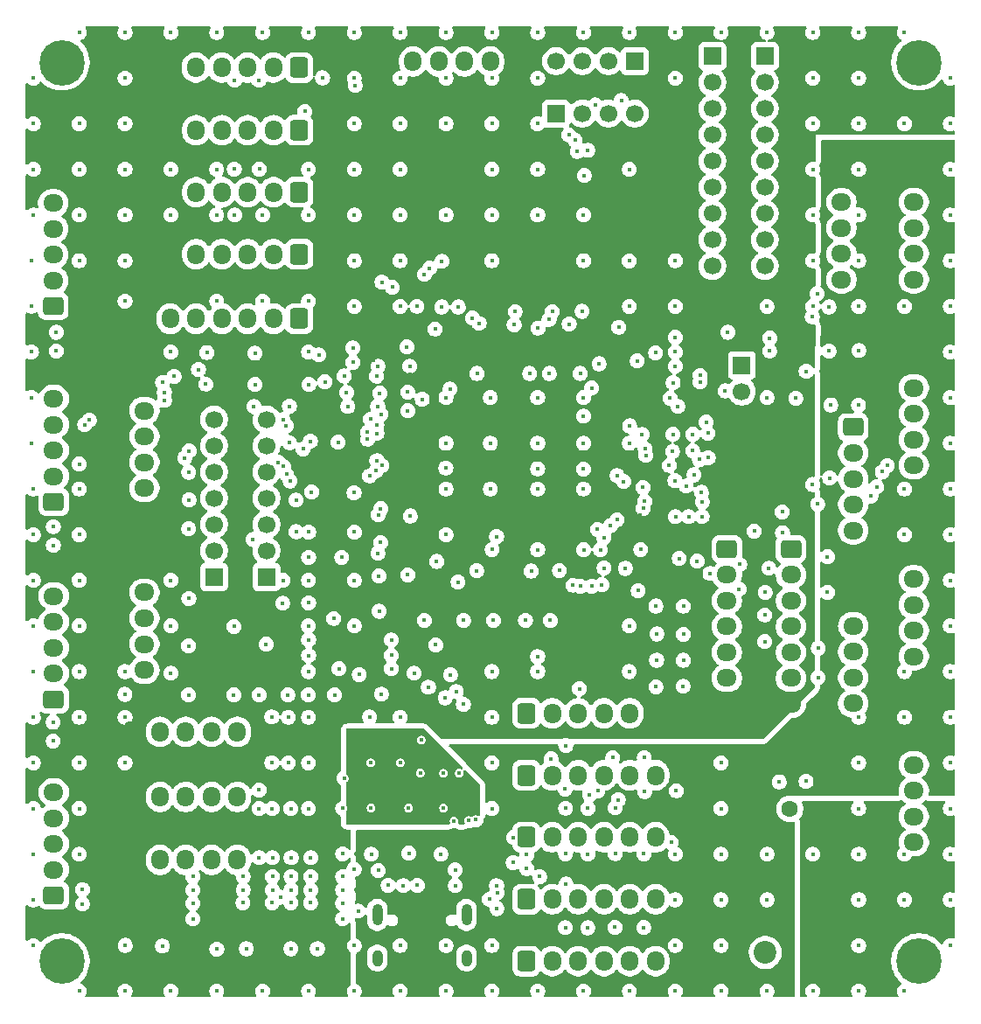
<source format=gbr>
%TF.GenerationSoftware,KiCad,Pcbnew,9.0.4-9.0.4-0~ubuntu24.04.1*%
%TF.CreationDate,2025-09-21T15:36:24+02:00*%
%TF.ProjectId,CarteMere,43617274-654d-4657-9265-2e6b69636164,rev?*%
%TF.SameCoordinates,Original*%
%TF.FileFunction,Copper,L3,Inr*%
%TF.FilePolarity,Positive*%
%FSLAX46Y46*%
G04 Gerber Fmt 4.6, Leading zero omitted, Abs format (unit mm)*
G04 Created by KiCad (PCBNEW 9.0.4-9.0.4-0~ubuntu24.04.1) date 2025-09-21 15:36:24*
%MOMM*%
%LPD*%
G01*
G04 APERTURE LIST*
G04 Aperture macros list*
%AMRoundRect*
0 Rectangle with rounded corners*
0 $1 Rounding radius*
0 $2 $3 $4 $5 $6 $7 $8 $9 X,Y pos of 4 corners*
0 Add a 4 corners polygon primitive as box body*
4,1,4,$2,$3,$4,$5,$6,$7,$8,$9,$2,$3,0*
0 Add four circle primitives for the rounded corners*
1,1,$1+$1,$2,$3*
1,1,$1+$1,$4,$5*
1,1,$1+$1,$6,$7*
1,1,$1+$1,$8,$9*
0 Add four rect primitives between the rounded corners*
20,1,$1+$1,$2,$3,$4,$5,0*
20,1,$1+$1,$4,$5,$6,$7,0*
20,1,$1+$1,$6,$7,$8,$9,0*
20,1,$1+$1,$8,$9,$2,$3,0*%
G04 Aperture macros list end*
%TA.AperFunction,ComponentPad*%
%ADD10RoundRect,0.250000X-0.725000X0.600000X-0.725000X-0.600000X0.725000X-0.600000X0.725000X0.600000X0*%
%TD*%
%TA.AperFunction,ComponentPad*%
%ADD11O,1.950000X1.700000*%
%TD*%
%TA.AperFunction,ComponentPad*%
%ADD12RoundRect,0.250000X-0.600000X-0.725000X0.600000X-0.725000X0.600000X0.725000X-0.600000X0.725000X0*%
%TD*%
%TA.AperFunction,ComponentPad*%
%ADD13O,1.700000X1.950000*%
%TD*%
%TA.AperFunction,ComponentPad*%
%ADD14R,1.700000X1.700000*%
%TD*%
%TA.AperFunction,ComponentPad*%
%ADD15C,1.700000*%
%TD*%
%TA.AperFunction,ComponentPad*%
%ADD16RoundRect,0.250000X0.725000X-0.600000X0.725000X0.600000X-0.725000X0.600000X-0.725000X-0.600000X0*%
%TD*%
%TA.AperFunction,ComponentPad*%
%ADD17RoundRect,0.250000X0.600000X0.725000X-0.600000X0.725000X-0.600000X-0.725000X0.600000X-0.725000X0*%
%TD*%
%TA.AperFunction,ComponentPad*%
%ADD18C,4.400000*%
%TD*%
%TA.AperFunction,HeatsinkPad*%
%ADD19O,1.000000X2.100000*%
%TD*%
%TA.AperFunction,HeatsinkPad*%
%ADD20O,1.000000X1.600000*%
%TD*%
%TA.AperFunction,ComponentPad*%
%ADD21C,1.600000*%
%TD*%
%TA.AperFunction,ComponentPad*%
%ADD22C,2.200000*%
%TD*%
%TA.AperFunction,ViaPad*%
%ADD23C,0.450000*%
%TD*%
G04 APERTURE END LIST*
D10*
%TO.N,+5V*%
%TO.C,J46*%
X179600000Y-65000000D03*
D11*
%TO.N,GND*%
X179600000Y-67500000D03*
%TO.N,/USART11_TX*%
X179600000Y-70000000D03*
%TO.N,GND*%
X179600000Y-72500000D03*
%TO.N,/USART11_RX*%
X179600000Y-75000000D03*
%TD*%
D12*
%TO.N,+3.3V*%
%TO.C,J42*%
X104100000Y-118800000D03*
D13*
%TO.N,GND*%
X106600000Y-118800000D03*
%TO.N,/UART5_TX*%
X109100000Y-118800000D03*
%TO.N,GND*%
X111600000Y-118800000D03*
%TO.N,/UART5_RX*%
X114100000Y-118800000D03*
%TD*%
D14*
%TO.N,GND*%
%TO.C,J39*%
X165180000Y-53380000D03*
D15*
X165180000Y-55920000D03*
X165180000Y-58460000D03*
X165180000Y-61000000D03*
X165180000Y-63540000D03*
X165180000Y-66080000D03*
X165180000Y-68620000D03*
X165180000Y-71160000D03*
X165180000Y-73700000D03*
%TD*%
D16*
%TO.N,/GPIO_PI2*%
%TO.C,J7*%
X96320000Y-134650000D03*
D11*
%TO.N,/GPIO_PI1*%
X96320000Y-132150000D03*
%TO.N,/I2C2_SDA*%
X96320000Y-129650000D03*
%TO.N,/I2C2_SCL*%
X96320000Y-127150000D03*
%TO.N,GND*%
X96320000Y-124650000D03*
%TO.N,+3.3V*%
X96320000Y-122150000D03*
%TD*%
D14*
%TO.N,/TIM1_CH4*%
%TO.C,J9*%
X144960000Y-58940000D03*
D15*
%TO.N,/TIM1_CH3*%
X147500000Y-58940000D03*
%TO.N,/TIM1_CH2*%
X150040000Y-58940000D03*
%TO.N,/TIM1_CH1*%
X152580000Y-58940000D03*
%TD*%
D17*
%TO.N,/GPIO_PE7*%
%TO.C,J12*%
X120100000Y-60550000D03*
D13*
%TO.N,/GPIO_PE8*%
X117600000Y-60550000D03*
%TO.N,/I2C4_SDA*%
X115100000Y-60550000D03*
%TO.N,/I2C4_SCL*%
X112600000Y-60550000D03*
%TO.N,GND*%
X110100000Y-60550000D03*
%TO.N,+3.3V*%
X107600000Y-60550000D03*
%TD*%
D18*
%TO.N,GND*%
%TO.C,H2*%
X180100000Y-141000000D03*
%TD*%
D12*
%TO.N,+3.3V*%
%TO.C,J44*%
X104100000Y-125100000D03*
D13*
%TO.N,GND*%
X106600000Y-125100000D03*
%TO.N,/UART8_TX*%
X109100000Y-125100000D03*
%TO.N,GND*%
X111600000Y-125100000D03*
%TO.N,/UART8_RX*%
X114100000Y-125100000D03*
%TD*%
D14*
%TO.N,GND*%
%TO.C,J22*%
X152580000Y-53860000D03*
D15*
X150040000Y-53860000D03*
X147500000Y-53860000D03*
X144960000Y-53860000D03*
%TD*%
D10*
%TO.N,+5V*%
%TO.C,J45*%
X179600000Y-119500000D03*
D11*
%TO.N,GND*%
X179600000Y-122000000D03*
%TO.N,/USART10_TX*%
X179600000Y-124500000D03*
%TO.N,GND*%
X179600000Y-127000000D03*
%TO.N,/USART10_RX*%
X179600000Y-129500000D03*
%TD*%
D10*
%TO.N,+3.3V*%
%TO.C,J37*%
X105100000Y-102800000D03*
D11*
%TO.N,GND*%
X105100000Y-105300000D03*
%TO.N,/LPUART1_TX*%
X105100000Y-107800000D03*
%TO.N,GND*%
X105100000Y-110300000D03*
%TO.N,/LPUART1_RX*%
X105100000Y-112800000D03*
%TD*%
D12*
%TO.N,/GPIO_PD6*%
%TO.C,J28*%
X142100000Y-141000000D03*
D13*
%TO.N,/GPIO_PD7*%
X144600000Y-141000000D03*
%TO.N,/I2C1_SCL*%
X147100000Y-141000000D03*
%TO.N,/I2C1_SDA*%
X149600000Y-141000000D03*
%TO.N,GND*%
X152100000Y-141000000D03*
%TO.N,+3.3V*%
X154600000Y-141000000D03*
%TD*%
D18*
%TO.N,GND*%
%TO.C,H4*%
X180100000Y-54000000D03*
%TD*%
D12*
%TO.N,/GPIO_PD2*%
%TO.C,J30*%
X142100000Y-129000000D03*
D13*
%TO.N,/GPIO_PD3*%
X144600000Y-129000000D03*
%TO.N,/I2C1_SCL*%
X147100000Y-129000000D03*
%TO.N,/I2C1_SDA*%
X149600000Y-129000000D03*
%TO.N,GND*%
X152100000Y-129000000D03*
%TO.N,+3.3V*%
X154600000Y-129000000D03*
%TD*%
D14*
%TO.N,/ADC1_INP6*%
%TO.C,J40*%
X160100000Y-53380000D03*
D15*
%TO.N,/ADC1_INP2*%
X160100000Y-55920000D03*
%TO.N,/ADC1_INP9*%
X160100000Y-58460000D03*
%TO.N,/ADC1_INP8*%
X160100000Y-61000000D03*
%TO.N,/ADC1_INP4*%
X160100000Y-63540000D03*
%TO.N,/ADC1_INP13*%
X160100000Y-66080000D03*
%TO.N,/ADC1_INP12*%
X160100000Y-68620000D03*
%TO.N,/ADC1_INP11*%
X160100000Y-71160000D03*
%TO.N,/ADC1_INP10*%
X160100000Y-73700000D03*
%TD*%
D16*
%TO.N,/GPIO_PD15*%
%TO.C,J19*%
X96270000Y-77600000D03*
D11*
%TO.N,/GPIO_PD14*%
X96270000Y-75100000D03*
%TO.N,/I2C2_SDA*%
X96270000Y-72600000D03*
%TO.N,/I2C2_SCL*%
X96270000Y-70100000D03*
%TO.N,GND*%
X96270000Y-67600000D03*
%TO.N,+3.3V*%
X96270000Y-65100000D03*
%TD*%
D14*
%TO.N,Net-(JP1-A)*%
%TO.C,JP1*%
X162950000Y-83310000D03*
D15*
%TO.N,Net-(JP1-B)*%
X162950000Y-85850000D03*
%TD*%
D10*
%TO.N,/GPIO_PC13*%
%TO.C,J11*%
X161500000Y-101100000D03*
D11*
%TO.N,/GPIO_PI8*%
X161500000Y-103600000D03*
%TO.N,/SPI4_SCK*%
X161500000Y-106100000D03*
%TO.N,/SPI4_MOSI*%
X161500000Y-108600000D03*
%TO.N,/SPI4_MISO*%
X161500000Y-111100000D03*
%TO.N,GND*%
X161500000Y-113600000D03*
%TO.N,+3.3V*%
X161500000Y-116100000D03*
%TD*%
D17*
%TO.N,/GPIO_PB11*%
%TO.C,J16*%
X120100000Y-78800000D03*
D13*
%TO.N,/GPIO_PB10*%
X117600000Y-78800000D03*
%TO.N,/SPI5_SCK*%
X115100000Y-78800000D03*
%TO.N,/SPI5_MOSI*%
X112600000Y-78800000D03*
%TO.N,/SPI5_MISO*%
X110100000Y-78800000D03*
%TO.N,GND*%
X107600000Y-78800000D03*
%TO.N,+3.3V*%
X105100000Y-78800000D03*
%TD*%
D16*
%TO.N,/GPIO_PA8*%
%TO.C,J13*%
X96320000Y-96550000D03*
D11*
%TO.N,/GPIO_PC9*%
X96320000Y-94050000D03*
%TO.N,/I2C2_SDA*%
X96320000Y-91550000D03*
%TO.N,/I2C2_SCL*%
X96320000Y-89050000D03*
%TO.N,GND*%
X96320000Y-86550000D03*
%TO.N,+3.3V*%
X96320000Y-84050000D03*
%TD*%
D10*
%TO.N,+5V*%
%TO.C,J33*%
X173740000Y-106050000D03*
D11*
%TO.N,GND*%
X173740000Y-108550000D03*
%TO.N,/UART12_TX*%
X173740000Y-111050000D03*
%TO.N,GND*%
X173740000Y-113550000D03*
%TO.N,/UART12_RX*%
X173740000Y-116050000D03*
%TD*%
D18*
%TO.N,GND*%
%TO.C,H1*%
X97100000Y-141000000D03*
%TD*%
D17*
%TO.N,/GPIO_PG2*%
%TO.C,J1*%
X120100000Y-66550000D03*
D13*
%TO.N,/GPIO_PG3*%
X117600000Y-66550000D03*
%TO.N,/I2C4_SDA*%
X115100000Y-66550000D03*
%TO.N,/I2C4_SCL*%
X112600000Y-66550000D03*
%TO.N,GND*%
X110100000Y-66550000D03*
%TO.N,+3.3V*%
X107600000Y-66550000D03*
%TD*%
D16*
%TO.N,/GPIO_PC12*%
%TO.C,J5*%
X96320000Y-115650000D03*
D11*
%TO.N,/GPIO_PC11*%
X96320000Y-113150000D03*
%TO.N,/I2C2_SDA*%
X96320000Y-110650000D03*
%TO.N,/I2C2_SCL*%
X96320000Y-108150000D03*
%TO.N,GND*%
X96320000Y-105650000D03*
%TO.N,+3.3V*%
X96320000Y-103150000D03*
%TD*%
D14*
%TO.N,+3.3V*%
%TO.C,J14*%
X152580000Y-56400000D03*
D15*
X150040000Y-56400000D03*
X147500000Y-56400000D03*
X144960000Y-56400000D03*
%TD*%
D12*
%TO.N,+3.3V*%
%TO.C,J36*%
X128600000Y-53900000D03*
D13*
%TO.N,GND*%
X131100000Y-53900000D03*
%TO.N,/USART3_TX*%
X133600000Y-53900000D03*
%TO.N,GND*%
X136100000Y-53900000D03*
%TO.N,/USART3_RX*%
X138600000Y-53900000D03*
%TD*%
D12*
%TO.N,+3.3V*%
%TO.C,J47*%
X104100000Y-131200000D03*
D13*
%TO.N,GND*%
X106600000Y-131200000D03*
%TO.N,/USART6_TX*%
X109100000Y-131200000D03*
%TO.N,GND*%
X111600000Y-131200000D03*
%TO.N,/USART6_RX*%
X114100000Y-131200000D03*
%TD*%
D14*
%TO.N,/GPIO_PG7*%
%TO.C,J8*%
X116920000Y-103800000D03*
D15*
%TO.N,/GPIO_PG6*%
X116920000Y-101260000D03*
%TO.N,/GPIO_PG5*%
X116920000Y-98720000D03*
%TO.N,/GPIO_PG4*%
X116920000Y-96180000D03*
%TO.N,/GPIO_PD13*%
X116920000Y-93640000D03*
%TO.N,/GPIO_PD12*%
X116920000Y-91100000D03*
%TO.N,/GPIO_PD11*%
X116920000Y-88560000D03*
%TD*%
D14*
%TO.N,GND*%
%TO.C,J3*%
X111840000Y-103800000D03*
D15*
X111840000Y-101260000D03*
X111840000Y-98720000D03*
X111840000Y-96180000D03*
X111840000Y-93640000D03*
X111840000Y-91100000D03*
X111840000Y-88560000D03*
%TD*%
D10*
%TO.N,+3.3V*%
%TO.C,J34*%
X105100000Y-85200000D03*
D11*
%TO.N,GND*%
X105100000Y-87700000D03*
%TO.N,/USART1_TX*%
X105100000Y-90200000D03*
%TO.N,GND*%
X105100000Y-92700000D03*
%TO.N,/USART1_RX*%
X105100000Y-95200000D03*
%TD*%
D12*
%TO.N,/GPIO_PD4*%
%TO.C,J29*%
X142100000Y-135000000D03*
D13*
%TO.N,/GPIO_PD5*%
X144600000Y-135000000D03*
%TO.N,/I2C1_SCL*%
X147100000Y-135000000D03*
%TO.N,/I2C1_SDA*%
X149600000Y-135000000D03*
%TO.N,GND*%
X152100000Y-135000000D03*
%TO.N,+3.3V*%
X154600000Y-135000000D03*
%TD*%
D10*
%TO.N,+5V*%
%TO.C,J35*%
X172600000Y-65010000D03*
D11*
%TO.N,GND*%
X172600000Y-67510000D03*
%TO.N,/USART2_TX*%
X172600000Y-70010000D03*
%TO.N,GND*%
X172600000Y-72510000D03*
%TO.N,/USART2_RX*%
X172600000Y-75010000D03*
%TD*%
D19*
%TO.N,GND*%
%TO.C,J48*%
X127650000Y-136520000D03*
D20*
X127650000Y-140700000D03*
D19*
X136290000Y-136520000D03*
D20*
X136290000Y-140700000D03*
%TD*%
D14*
%TO.N,+3.3V*%
%TO.C,J32*%
X162640000Y-53380000D03*
D15*
X162640000Y-55920000D03*
X162640000Y-58460000D03*
X162640000Y-61000000D03*
X162640000Y-63540000D03*
X162640000Y-66080000D03*
X162640000Y-68620000D03*
X162640000Y-71160000D03*
X162640000Y-73700000D03*
%TD*%
D17*
%TO.N,/GPIO_PH7*%
%TO.C,J6*%
X120100000Y-72550000D03*
D13*
%TO.N,/GPIO_PH9*%
X117600000Y-72550000D03*
%TO.N,/I2C4_SDA*%
X115100000Y-72550000D03*
%TO.N,/I2C4_SCL*%
X112600000Y-72550000D03*
%TO.N,GND*%
X110100000Y-72550000D03*
%TO.N,+3.3V*%
X107600000Y-72550000D03*
%TD*%
D14*
%TO.N,+3.3V*%
%TO.C,J2*%
X114380000Y-103800000D03*
D15*
X114380000Y-101260000D03*
X114380000Y-98720000D03*
X114380000Y-96180000D03*
X114380000Y-93640000D03*
X114380000Y-91100000D03*
X114380000Y-88560000D03*
%TD*%
D18*
%TO.N,GND*%
%TO.C,H3*%
X97100000Y-54000000D03*
%TD*%
D12*
%TO.N,/GPIO_PC10*%
%TO.C,J25*%
X142100000Y-117000000D03*
D13*
%TO.N,/GPIO_PB4*%
X144600000Y-117000000D03*
%TO.N,/I2C1_SCL*%
X147100000Y-117000000D03*
%TO.N,/I2C1_SDA*%
X149600000Y-117000000D03*
%TO.N,GND*%
X152100000Y-117000000D03*
%TO.N,+3.3V*%
X154600000Y-117000000D03*
%TD*%
D17*
%TO.N,/GPIO_PF14*%
%TO.C,J18*%
X120080000Y-54480000D03*
D13*
%TO.N,/GPIO_PF15*%
X117580000Y-54480000D03*
%TO.N,/I2C4_SDA*%
X115080000Y-54480000D03*
%TO.N,/I2C4_SCL*%
X112580000Y-54480000D03*
%TO.N,GND*%
X110080000Y-54480000D03*
%TO.N,+3.3V*%
X107580000Y-54480000D03*
%TD*%
D21*
%TO.N,VDC*%
%TO.C,U1*%
X170140000Y-126250000D03*
%TO.N,GND*%
X167600000Y-126250000D03*
%TO.N,+5V*%
X165060000Y-126250000D03*
%TD*%
D12*
%TO.N,/GPIO_PB8*%
%TO.C,J27*%
X142100000Y-123000000D03*
D13*
%TO.N,/GPIO_PB9*%
X144600000Y-123000000D03*
%TO.N,/I2C1_SCL*%
X147100000Y-123000000D03*
%TO.N,/I2C1_SDA*%
X149600000Y-123000000D03*
%TO.N,GND*%
X152100000Y-123000000D03*
%TO.N,+3.3V*%
X154600000Y-123000000D03*
%TD*%
D22*
%TO.N,GND*%
%TO.C,J49*%
X165220000Y-140150000D03*
%TO.N,VDC*%
X170220000Y-140150000D03*
%TD*%
D10*
%TO.N,+3.3V*%
%TO.C,J10*%
X173740000Y-89300000D03*
D11*
%TO.N,GND*%
X173740000Y-91800000D03*
%TO.N,/UART9_TX*%
X173740000Y-94300000D03*
%TO.N,GND*%
X173740000Y-96800000D03*
%TO.N,/UART9_RX*%
X173740000Y-99300000D03*
%TD*%
D10*
%TO.N,+5V*%
%TO.C,J41*%
X179600000Y-83000000D03*
D11*
%TO.N,GND*%
X179600000Y-85500000D03*
%TO.N,/UART4_TX*%
X179600000Y-88000000D03*
%TO.N,GND*%
X179600000Y-90500000D03*
%TO.N,/UART4_RX*%
X179600000Y-93000000D03*
%TD*%
D10*
%TO.N,/GPIO_PH3*%
%TO.C,J17*%
X167700000Y-101100000D03*
D11*
%TO.N,/GPIO_PH2*%
X167700000Y-103600000D03*
%TO.N,/SPI6_SCK*%
X167700000Y-106100000D03*
%TO.N,/SPI6_MOSI*%
X167700000Y-108600000D03*
%TO.N,/SPI6_MISO*%
X167700000Y-111100000D03*
%TO.N,GND*%
X167700000Y-113600000D03*
%TO.N,+3.3V*%
X167700000Y-116100000D03*
%TD*%
D10*
%TO.N,+5V*%
%TO.C,J43*%
X179600000Y-101500000D03*
D11*
%TO.N,GND*%
X179600000Y-104000000D03*
%TO.N,/UART7_TX*%
X179600000Y-106500000D03*
%TO.N,GND*%
X179600000Y-109000000D03*
%TO.N,/UART7_RX*%
X179600000Y-111500000D03*
%TD*%
D23*
%TO.N,GND*%
X131490000Y-77590000D03*
X135490000Y-77660000D03*
X151030000Y-79620000D03*
X152820000Y-82880000D03*
X103210000Y-115170000D03*
X113770000Y-108600000D03*
X118480000Y-106340000D03*
X118520000Y-104120000D03*
X119790000Y-99420000D03*
X119790000Y-96360000D03*
X147690000Y-64930000D03*
X174250000Y-87170000D03*
X171560000Y-87150000D03*
X166890000Y-99510000D03*
X166860000Y-97500000D03*
X153450000Y-137740000D03*
X153470000Y-130600000D03*
X153500000Y-121300000D03*
X153530000Y-124580000D03*
X144470000Y-121400000D03*
X145830000Y-124340000D03*
X148990000Y-124520000D03*
X162740000Y-102590000D03*
X162680000Y-104980000D03*
X159870000Y-103470000D03*
X158630000Y-102270000D03*
X165160000Y-110060000D03*
X99090000Y-135450000D03*
X99100000Y-134060000D03*
X112110000Y-139830000D03*
X103230000Y-139470000D03*
X106850000Y-139540000D03*
X145910000Y-133540000D03*
%TO.N,/GPIO_PD5*%
X139200000Y-133700000D03*
%TO.N,GND*%
X142110000Y-132030000D03*
X142120000Y-130700000D03*
X127740000Y-132210000D03*
X116200000Y-130990000D03*
X116200000Y-126220000D03*
X116200000Y-124420000D03*
X107660000Y-113120000D03*
X109370000Y-110470000D03*
X109400000Y-105880000D03*
X109390000Y-99140000D03*
X109410000Y-96340000D03*
X109390000Y-93660000D03*
X109370000Y-115210000D03*
X113760000Y-115210000D03*
X116200000Y-115210000D03*
X118990000Y-115210000D03*
X120970000Y-115210000D03*
X123510000Y-115210000D03*
X128040000Y-115150000D03*
X169170000Y-123590000D03*
X166560000Y-123640000D03*
X143180000Y-111520000D03*
X153380000Y-95130000D03*
X158320000Y-93910000D03*
X171450000Y-94220000D03*
X171250000Y-101840000D03*
X171250000Y-105290000D03*
X170330000Y-113540000D03*
X170350000Y-110680000D03*
X165160000Y-107480000D03*
X165210000Y-105290000D03*
X165550000Y-102960000D03*
X164140000Y-99370000D03*
X140900000Y-79390000D03*
X146230000Y-79320000D03*
X149120000Y-83160000D03*
X130510000Y-81530000D03*
X125280000Y-83020000D03*
X125280000Y-81630000D03*
X115800000Y-82140000D03*
X111140000Y-82070000D03*
X106860000Y-84950000D03*
X111040000Y-85130000D03*
X121020000Y-85170000D03*
X115800000Y-85160000D03*
X115690000Y-87300000D03*
X119140000Y-87270000D03*
X121170000Y-90670000D03*
X119150000Y-90800000D03*
X123850000Y-90750000D03*
X134290000Y-93250000D03*
X143180000Y-93330000D03*
X147620000Y-93360000D03*
X147610000Y-88230000D03*
X168170000Y-86490000D03*
X165640000Y-81910000D03*
X161590000Y-80110000D03*
X171390000Y-77660000D03*
X174270000Y-81880000D03*
X171390000Y-81920000D03*
X174260000Y-130640000D03*
X183140000Y-82020000D03*
X130700000Y-130540000D03*
X96560000Y-80110000D03*
X129010000Y-112670000D03*
X148020000Y-137770000D03*
X134300000Y-90860000D03*
X138740000Y-112960000D03*
X174260000Y-117380000D03*
X107660000Y-68760000D03*
X148040000Y-126200000D03*
X103220000Y-59920000D03*
X154630000Y-114430000D03*
X143180000Y-90860000D03*
X143180000Y-101160000D03*
X98780000Y-143900000D03*
X138600000Y-86440000D03*
X149610000Y-102940000D03*
X94340000Y-126220000D03*
X145280000Y-103180000D03*
X127700000Y-101500000D03*
X121000000Y-111400000D03*
X160940000Y-139480000D03*
X117480000Y-126220000D03*
X125440000Y-99460000D03*
X138740000Y-117380000D03*
X133900000Y-73240000D03*
X129010000Y-111390000D03*
X98780000Y-121800000D03*
X128700000Y-133660000D03*
X117440000Y-121780000D03*
X145880000Y-130610000D03*
X120980000Y-51080000D03*
X138740000Y-73180000D03*
X129860000Y-73180000D03*
X94340000Y-117380000D03*
X165380000Y-130640000D03*
X96560000Y-81930000D03*
X129860000Y-64340000D03*
X183140000Y-99700000D03*
X137300000Y-84100000D03*
X178700000Y-59920000D03*
X94160000Y-86430000D03*
X121200000Y-134100000D03*
X156500000Y-80600000D03*
X156520000Y-97970000D03*
X113800000Y-64310000D03*
X160940000Y-126220000D03*
X113830000Y-68760000D03*
X121000000Y-106300000D03*
X103220000Y-51080000D03*
X134300000Y-86440000D03*
X135990000Y-116140000D03*
X94160000Y-77590000D03*
X174260000Y-126220000D03*
X135210000Y-133680000D03*
X131800000Y-122800000D03*
X178700000Y-143900000D03*
X96280000Y-100740000D03*
X169820000Y-55500000D03*
X157290000Y-109350000D03*
X143180000Y-59920000D03*
X150690000Y-130580000D03*
X133880000Y-77660000D03*
X174260000Y-55500000D03*
X156500000Y-77600000D03*
X107660000Y-51080000D03*
X130600000Y-103600000D03*
X127700000Y-83400000D03*
X138740000Y-64340000D03*
X98780000Y-92870000D03*
X157800000Y-97970000D03*
X94340000Y-64340000D03*
X150690000Y-126160000D03*
X143180000Y-68760000D03*
X158190000Y-91570000D03*
X157260000Y-114390000D03*
X114660000Y-134100000D03*
X125420000Y-55500000D03*
X125420000Y-139480000D03*
X157290000Y-106630000D03*
X127600000Y-89900000D03*
X94160000Y-82010000D03*
X160940000Y-130640000D03*
X137270000Y-103190000D03*
X120980000Y-104120000D03*
X156500000Y-139480000D03*
X94340000Y-104120000D03*
X183140000Y-121800000D03*
X94160000Y-73170000D03*
X183140000Y-86440000D03*
X112100000Y-64340000D03*
X165380000Y-86440000D03*
X169820000Y-73180000D03*
X160940000Y-121800000D03*
X96260000Y-117870000D03*
X124300000Y-126200000D03*
X96280000Y-98920000D03*
X127080000Y-130650000D03*
X156240000Y-91640000D03*
X144600000Y-78100000D03*
X103220000Y-55500000D03*
X147300000Y-84100000D03*
X178700000Y-130640000D03*
X152910000Y-105130000D03*
X165380000Y-143900000D03*
X138740000Y-55500000D03*
X183140000Y-108540000D03*
X149260000Y-101160000D03*
X145860000Y-137760000D03*
X183140000Y-64340000D03*
X94340000Y-135060000D03*
X134060000Y-126160000D03*
X139220000Y-135910000D03*
X174260000Y-73180000D03*
X107660000Y-64340000D03*
X134300000Y-59920000D03*
X124300000Y-134100000D03*
X135200000Y-132160000D03*
X183140000Y-95280000D03*
X94340000Y-121800000D03*
X114640000Y-135350000D03*
X124300000Y-135400000D03*
X147480000Y-78080000D03*
X116540000Y-143900000D03*
X107660000Y-108540000D03*
X109800000Y-134100000D03*
X138740000Y-51080000D03*
X152060000Y-51080000D03*
X174260000Y-77600000D03*
X120980000Y-77090000D03*
X121210000Y-130990000D03*
X121180000Y-135350000D03*
X129860000Y-68760000D03*
X156500000Y-130640000D03*
X135470000Y-104300000D03*
X156500000Y-51080000D03*
X138740000Y-121800000D03*
X103220000Y-64340000D03*
X183140000Y-112960000D03*
X143180000Y-112960000D03*
X165380000Y-51080000D03*
X135600000Y-122800000D03*
X116540000Y-77090000D03*
X114980000Y-139800000D03*
X126910000Y-117360000D03*
X183140000Y-55500000D03*
X130600000Y-85900000D03*
X130150000Y-133690000D03*
X130800000Y-83400000D03*
X152060000Y-112960000D03*
X98780000Y-68760000D03*
X138740000Y-59920000D03*
X178700000Y-112960000D03*
X119300000Y-132800000D03*
X152060000Y-143900000D03*
X122350000Y-55480000D03*
X117480000Y-135350000D03*
X120980000Y-112960000D03*
X94340000Y-112960000D03*
X174260000Y-135060000D03*
X154720000Y-109320000D03*
X169820000Y-68760000D03*
X120630000Y-58720000D03*
X138740000Y-68760000D03*
X112100000Y-68760000D03*
X107660000Y-143900000D03*
X159690000Y-92260000D03*
X183140000Y-130640000D03*
X103220000Y-121800000D03*
X138900000Y-108000000D03*
X129860000Y-139480000D03*
X183140000Y-77600000D03*
X119030000Y-117380000D03*
X124800000Y-87300000D03*
X120980000Y-121800000D03*
X144300000Y-84100000D03*
X121200000Y-132800000D03*
X125420000Y-68760000D03*
X152060000Y-77600000D03*
X125420000Y-73180000D03*
X160940000Y-51080000D03*
X103220000Y-143900000D03*
X138740000Y-143900000D03*
X98780000Y-73180000D03*
X183140000Y-117380000D03*
X156500000Y-83400000D03*
X134300000Y-95280000D03*
X94340000Y-99700000D03*
X147620000Y-68760000D03*
X124300000Y-132800000D03*
X150670000Y-137730000D03*
X117500000Y-132800000D03*
X103220000Y-112960000D03*
X130600000Y-87700000D03*
X94340000Y-68760000D03*
X147620000Y-86440000D03*
X161340000Y-85790000D03*
X129860000Y-117380000D03*
X132200000Y-108000000D03*
X183140000Y-59920000D03*
X151660000Y-102970000D03*
X165660000Y-80670000D03*
X98780000Y-104120000D03*
X136000000Y-108000000D03*
X113820000Y-55690000D03*
X98780000Y-108540000D03*
X121280000Y-95570000D03*
X154700000Y-111860000D03*
X119280000Y-126220000D03*
X124200000Y-101900000D03*
X125420000Y-64340000D03*
X130690000Y-126160000D03*
X154620000Y-106620000D03*
X157290000Y-111870000D03*
X159100000Y-97960000D03*
X121850000Y-139800000D03*
X117500000Y-134100000D03*
X134300000Y-139480000D03*
X120980000Y-108540000D03*
X174260000Y-121800000D03*
X121000000Y-99460000D03*
X178700000Y-117380000D03*
X147620000Y-73180000D03*
X120980000Y-117380000D03*
X152040000Y-73200000D03*
X134300000Y-68760000D03*
X147620000Y-51080000D03*
X147630000Y-101160000D03*
X160940000Y-135060000D03*
X134300000Y-99700000D03*
X143180000Y-86440000D03*
X112100000Y-51080000D03*
X120980000Y-64340000D03*
X183140000Y-126220000D03*
X147620000Y-90860000D03*
X94340000Y-108540000D03*
X178700000Y-95280000D03*
X165380000Y-135060000D03*
X109800000Y-135400000D03*
X94340000Y-130640000D03*
X141000000Y-78100000D03*
X174260000Y-64340000D03*
X178700000Y-135060000D03*
X156750000Y-87290000D03*
X94340000Y-55500000D03*
X169820000Y-59920000D03*
X139250000Y-134360000D03*
X152060000Y-64340000D03*
X134300000Y-55500000D03*
X119030000Y-121800000D03*
X149400000Y-104560000D03*
X152060000Y-108540000D03*
X135090000Y-127410000D03*
X129010000Y-109900000D03*
X127000000Y-121800000D03*
X142550000Y-103230000D03*
X156500000Y-73180000D03*
X117510000Y-130990000D03*
X156270000Y-89990000D03*
X132000000Y-86600000D03*
X119290000Y-139800000D03*
X174260000Y-68760000D03*
X116180000Y-55700000D03*
X145910000Y-120130000D03*
X133800000Y-130650000D03*
X96260000Y-119690000D03*
X120980000Y-82020000D03*
X178700000Y-99700000D03*
X119280000Y-135350000D03*
X169820000Y-51080000D03*
X143180000Y-95280000D03*
X125420000Y-51080000D03*
X142000000Y-108000000D03*
X169820000Y-77600000D03*
X156500000Y-143900000D03*
X143180000Y-55500000D03*
X127050000Y-126160000D03*
X129860000Y-51080000D03*
X156500000Y-82020000D03*
X129860000Y-143900000D03*
X134070000Y-122820000D03*
X125420000Y-104120000D03*
X120980000Y-126220000D03*
X174260000Y-139480000D03*
X127800000Y-103700000D03*
X134300000Y-143900000D03*
X138760000Y-101140000D03*
X116540000Y-51080000D03*
X119310000Y-130990000D03*
X120980000Y-143900000D03*
X131530000Y-133650000D03*
X159670000Y-89880000D03*
X169820000Y-64340000D03*
X98780000Y-130640000D03*
X119300000Y-134100000D03*
X114660000Y-132800000D03*
X112100000Y-77090000D03*
X94340000Y-139480000D03*
X109800000Y-136900000D03*
X133400000Y-102300000D03*
X183140000Y-139480000D03*
X132600000Y-114480000D03*
X124300000Y-136900000D03*
X147620000Y-143900000D03*
X174260000Y-51080000D03*
X183140000Y-68760000D03*
X98780000Y-95280000D03*
X152080000Y-89180000D03*
X103220000Y-77090000D03*
X116220000Y-64310000D03*
X169820000Y-143900000D03*
X183140000Y-90860000D03*
X153160000Y-101140000D03*
X143180000Y-51080000D03*
X138600000Y-95280000D03*
X183140000Y-73180000D03*
X121000000Y-109900000D03*
X129860000Y-121800000D03*
X125420000Y-59920000D03*
X156500000Y-55500000D03*
X98780000Y-51080000D03*
X174260000Y-59920000D03*
X134300000Y-51080000D03*
X117440000Y-117360000D03*
X98780000Y-126220000D03*
X103220000Y-73180000D03*
X109800000Y-132800000D03*
X127830000Y-107120000D03*
X107660000Y-104120000D03*
X107660000Y-82020000D03*
X125400000Y-95650000D03*
X94340000Y-95280000D03*
X160940000Y-143900000D03*
X150870000Y-98250000D03*
X183140000Y-135060000D03*
X174260000Y-143900000D03*
X120980000Y-68760000D03*
X121000000Y-101900000D03*
X98780000Y-64340000D03*
X103220000Y-117380000D03*
X143180000Y-64340000D03*
X145880000Y-126190000D03*
X94340000Y-59920000D03*
X143180000Y-143900000D03*
X152060000Y-90860000D03*
X169820000Y-130640000D03*
X144400000Y-108000000D03*
X129860000Y-59920000D03*
X129860000Y-55500000D03*
X125420000Y-143900000D03*
X183140000Y-104120000D03*
X131900000Y-119600000D03*
X156500000Y-135060000D03*
X98780000Y-59920000D03*
X142400000Y-84100000D03*
X129860000Y-77600000D03*
X158210000Y-89980000D03*
X125420000Y-77600000D03*
X148040000Y-130620000D03*
X127686006Y-87283674D03*
X165380000Y-77600000D03*
X138740000Y-126220000D03*
X98780000Y-112960000D03*
X138740000Y-139480000D03*
X178700000Y-77600000D03*
X138600000Y-90860000D03*
X112100000Y-143900000D03*
X98780000Y-99700000D03*
X125420000Y-108540000D03*
X116540000Y-68760000D03*
X103220000Y-68760000D03*
X94160000Y-90850000D03*
X98780000Y-117380000D03*
X159500000Y-88800000D03*
X178700000Y-51080000D03*
X124300000Y-130600000D03*
X130840000Y-97900000D03*
X147620000Y-95280000D03*
%TO.N,+4.5V*%
X128540000Y-122750000D03*
X135580000Y-123790000D03*
X130360000Y-119050000D03*
X128540000Y-123620000D03*
X131100000Y-119060000D03*
X129700000Y-123620000D03*
X129670000Y-122750000D03*
X136170000Y-123810000D03*
X135010000Y-123810000D03*
%TO.N,VDC*%
X171100000Y-135000000D03*
X171100000Y-134000000D03*
X170100000Y-134000000D03*
X170100000Y-135000000D03*
%TO.N,+3.3V*%
X153090000Y-97800000D03*
X132700000Y-82800000D03*
X134100000Y-103750000D03*
X134300000Y-118300000D03*
X130800000Y-84200000D03*
X162910000Y-77930000D03*
X153350000Y-93500000D03*
X146100000Y-102300000D03*
X130850000Y-101050000D03*
X150700000Y-104700000D03*
X155800000Y-102000000D03*
X115600000Y-143250000D03*
X130350000Y-95500000D03*
X131500000Y-89400000D03*
X151090000Y-97000000D03*
X130900000Y-79200000D03*
X136100000Y-119200000D03*
X153300000Y-87500000D03*
X151800000Y-83100000D03*
X136100000Y-118300000D03*
X151080000Y-95770000D03*
X139400000Y-104700000D03*
X134300000Y-119200000D03*
X140000000Y-83100000D03*
X145000000Y-83300000D03*
X133400000Y-118300000D03*
X153300000Y-86100000D03*
X144200000Y-104700000D03*
X127300000Y-82800000D03*
X135200000Y-118300000D03*
X147300000Y-102300000D03*
X130600000Y-102250000D03*
X135200000Y-119200000D03*
X136500000Y-83300000D03*
X169100000Y-88930000D03*
%TO.N,+5V*%
X137100000Y-128500000D03*
X137100000Y-130500000D03*
X138100000Y-130500000D03*
X138100000Y-129500000D03*
X137100000Y-129500000D03*
X138100000Y-128500000D03*
%TO.N,/MCU/NRST*%
X153300000Y-90000000D03*
X120470000Y-91400000D03*
%TO.N,/MCU/Vcap*%
X148400000Y-85500000D03*
X134700000Y-85600000D03*
%TO.N,/I2C4_SCL*%
X129100000Y-75750000D03*
%TO.N,/I2C4_SDA*%
X128100000Y-75250000D03*
%TO.N,/GPIO_PD13*%
X118830000Y-89170000D03*
X127600000Y-89100000D03*
%TO.N,/GPIO_PG7*%
X119205000Y-94505000D03*
X126900000Y-94010000D03*
%TO.N,/GPIO_PG4*%
X127610000Y-92540000D03*
X118050000Y-92690000D03*
%TO.N,/GPIO_PG6*%
X118870000Y-93870000D03*
X127530000Y-93510000D03*
%TO.N,/GPIO_PD12*%
X126980000Y-88520000D03*
X118510000Y-88560000D03*
%TO.N,/GPIO_PD11*%
X128000000Y-88040000D03*
%TO.N,/GPIO_PG5*%
X118580000Y-93110000D03*
X128100000Y-93000000D03*
%TO.N,/GPIO_PD15*%
X99310000Y-89060000D03*
X126710000Y-90460000D03*
%TO.N,/I2C2_SCL*%
X153540000Y-96480000D03*
%TO.N,/GPIO_PD14*%
X99760000Y-88610000D03*
X126710000Y-89780000D03*
%TO.N,/I2C2_SDA*%
X153390000Y-97160000D03*
%TO.N,/GPIO_PD2*%
X136500000Y-127400000D03*
%TO.N,/TIM1_CH1*%
X146800000Y-61500000D03*
%TO.N,/TIM1_CH2*%
X146200000Y-61000000D03*
%TO.N,/GPIO_PE8*%
X147010000Y-62600000D03*
%TO.N,/GPIO_PE7*%
X148016498Y-62497250D03*
%TO.N,/GPIO_PC11*%
X134730000Y-113270000D03*
%TO.N,/GPIO_PC12*%
X135300000Y-114900000D03*
%TO.N,/I2C1_SDA*%
X147220000Y-114620000D03*
X147300000Y-104700000D03*
%TO.N,/I2C1_SCL*%
X146600000Y-104600000D03*
%TO.N,/GPIO_PC10*%
X134220000Y-115500000D03*
%TO.N,/GPIO_PB9*%
X150450000Y-121290000D03*
%TO.N,/GPIO_PB8*%
X148200000Y-124900000D03*
%TO.N,/GPIO_PD4*%
X138500000Y-135000000D03*
%TO.N,/GPIO_PD3*%
X137200000Y-127300000D03*
%TO.N,/UART12_RX*%
X156470000Y-94470000D03*
X169810000Y-94850000D03*
%TO.N,/UART12_TX*%
X170290000Y-96740000D03*
X159120000Y-96540000D03*
%TO.N,/USART1_RX*%
X107040000Y-86710000D03*
X127900000Y-86000000D03*
%TO.N,/USART1_TX*%
X124670000Y-85950000D03*
X107030000Y-85940000D03*
%TO.N,/USART2_RX*%
X122000000Y-82300000D03*
X154600000Y-82100000D03*
%TO.N,/USART2_TX*%
X158900000Y-84300000D03*
X122570000Y-84900000D03*
X169180000Y-83890000D03*
%TO.N,/USART3_TX*%
X125500000Y-56200000D03*
%TO.N,/LPUART1_TX*%
X123420000Y-107820000D03*
%TO.N,/LPUART1_RX*%
X123930000Y-112680000D03*
%TO.N,/UART7_RX*%
X155920000Y-93000000D03*
X176550000Y-93600000D03*
%TO.N,/UART7_TX*%
X177040000Y-93020000D03*
X158850000Y-92420000D03*
%TO.N,/UART4_TX*%
X158900000Y-84925003D03*
%TO.N,/UART4_RX*%
X156300000Y-85000000D03*
%TO.N,/UART5_TX*%
X124450000Y-84350000D03*
X107970000Y-84380000D03*
%TO.N,/UART5_RX*%
X110330000Y-83720000D03*
X127580000Y-84350000D03*
%TO.N,/UART8_RX*%
X150980000Y-125370000D03*
%TO.N,/UART8_TX*%
X124430000Y-123290000D03*
%TO.N,/USART10_RX*%
X156100000Y-129500000D03*
%TO.N,/USART10_TX*%
X156600000Y-124500000D03*
%TO.N,/USART11_RX*%
X176020000Y-95070000D03*
X157570000Y-95000000D03*
%TO.N,/USART11_TX*%
X175440000Y-95970000D03*
X159030000Y-95610000D03*
%TO.N,/USART6_TX*%
X140840000Y-129020000D03*
%TO.N,/USART6_RX*%
X140800000Y-131460000D03*
%TO.N,/MCU/SWO*%
X118250000Y-134810000D03*
X143370000Y-132820000D03*
%TO.N,/MCU/SWCLK*%
X133300000Y-110380000D03*
X116890000Y-110310000D03*
%TO.N,/MCU/SWDIO*%
X127980000Y-100470000D03*
X115620000Y-100170000D03*
%TO.N,Net-(U3-BOOT0)*%
X148400000Y-104700000D03*
%TO.N,/UART9_TX*%
X170240000Y-76380000D03*
%TO.N,/UART9_RX*%
X144280000Y-78860000D03*
X169770000Y-78610000D03*
%TO.N,/SPI4_SCK*%
X139200000Y-99900000D03*
X156880000Y-102010000D03*
%TO.N,/SPI5_MOSI*%
X153585246Y-91398361D03*
X109430000Y-91590000D03*
%TO.N,/SPI5_MISO*%
X153650000Y-92020000D03*
X108990000Y-92280000D03*
%TO.N,/SPI5_SCK*%
X133240000Y-79790000D03*
%TO.N,Net-(JP1-B)*%
X156000000Y-86500000D03*
%TO.N,/GPIO_PI1*%
X125400000Y-132100000D03*
%TO.N,/GPIO_PI2*%
X131220000Y-113120000D03*
X125810000Y-136150000D03*
X125900000Y-113250000D03*
%TO.N,/GPIO_PB11*%
X136860000Y-78730000D03*
%TO.N,/GPIO_PB10*%
X137510000Y-79250000D03*
%TO.N,/GPIO_PH3*%
X150880000Y-93990000D03*
%TO.N,/SPI6_MOSI*%
X148970000Y-99190000D03*
%TO.N,/GPIO_PA8*%
X127750000Y-97770000D03*
%TO.N,/SPI6_SCK*%
X150250000Y-98820000D03*
%TO.N,/GPIO_PC9*%
X127984041Y-97190471D03*
%TO.N,/GPIO_PH7*%
X132720000Y-73900000D03*
%TO.N,/GPIO_PH9*%
X132200000Y-74500000D03*
%TO.N,/SPI6_MISO*%
X149580000Y-99970000D03*
%TO.N,/GPIO_PH2*%
X151510000Y-94560000D03*
%TO.N,/GPIO_PF14*%
X151270000Y-57670000D03*
%TO.N,/GPIO_PF15*%
X148770000Y-58100000D03*
%TO.N,Net-(U3-PG1)*%
X143210000Y-79700000D03*
%TD*%
%TA.AperFunction,Conductor*%
%TO.N,+5V*%
G36*
X183542539Y-61525185D02*
G01*
X183588294Y-61577989D01*
X183599500Y-61629500D01*
X183599500Y-63559477D01*
X183579815Y-63626516D01*
X183527011Y-63672271D01*
X183457853Y-63682215D01*
X183428048Y-63674038D01*
X183351624Y-63642382D01*
X183351614Y-63642379D01*
X183211457Y-63614500D01*
X183211455Y-63614500D01*
X183068545Y-63614500D01*
X183068543Y-63614500D01*
X182928385Y-63642379D01*
X182928379Y-63642381D01*
X182796349Y-63697069D01*
X182796340Y-63697074D01*
X182677521Y-63776467D01*
X182677517Y-63776470D01*
X182576470Y-63877517D01*
X182576467Y-63877521D01*
X182497074Y-63996340D01*
X182497069Y-63996349D01*
X182442381Y-64128379D01*
X182442379Y-64128385D01*
X182414500Y-64268542D01*
X182414500Y-64268545D01*
X182414500Y-64411455D01*
X182414500Y-64411457D01*
X182414499Y-64411457D01*
X182442379Y-64551614D01*
X182442381Y-64551620D01*
X182497069Y-64683650D01*
X182497074Y-64683659D01*
X182576467Y-64802478D01*
X182576470Y-64802482D01*
X182677517Y-64903529D01*
X182677521Y-64903532D01*
X182796340Y-64982925D01*
X182796346Y-64982928D01*
X182796347Y-64982929D01*
X182928380Y-65037619D01*
X182928384Y-65037619D01*
X182928385Y-65037620D01*
X183068542Y-65065500D01*
X183068545Y-65065500D01*
X183211457Y-65065500D01*
X183305751Y-65046742D01*
X183351620Y-65037619D01*
X183428050Y-65005960D01*
X183497516Y-64998492D01*
X183559995Y-65029766D01*
X183595648Y-65089855D01*
X183599500Y-65120522D01*
X183599500Y-67979477D01*
X183579815Y-68046516D01*
X183527011Y-68092271D01*
X183457853Y-68102215D01*
X183428048Y-68094038D01*
X183351624Y-68062382D01*
X183351614Y-68062379D01*
X183211457Y-68034500D01*
X183211455Y-68034500D01*
X183068545Y-68034500D01*
X183068543Y-68034500D01*
X182928385Y-68062379D01*
X182928379Y-68062381D01*
X182796349Y-68117069D01*
X182796340Y-68117074D01*
X182677521Y-68196467D01*
X182677517Y-68196470D01*
X182576470Y-68297517D01*
X182576467Y-68297521D01*
X182497074Y-68416340D01*
X182497069Y-68416349D01*
X182442381Y-68548379D01*
X182442379Y-68548385D01*
X182414500Y-68688542D01*
X182414500Y-68688545D01*
X182414500Y-68831455D01*
X182414500Y-68831457D01*
X182414499Y-68831457D01*
X182442379Y-68971614D01*
X182442381Y-68971620D01*
X182497069Y-69103650D01*
X182497074Y-69103659D01*
X182576467Y-69222478D01*
X182576470Y-69222482D01*
X182677517Y-69323529D01*
X182677521Y-69323532D01*
X182796340Y-69402925D01*
X182796346Y-69402928D01*
X182796347Y-69402929D01*
X182928380Y-69457619D01*
X182928384Y-69457619D01*
X182928385Y-69457620D01*
X183068542Y-69485500D01*
X183068545Y-69485500D01*
X183211457Y-69485500D01*
X183305751Y-69466742D01*
X183351620Y-69457619D01*
X183428050Y-69425960D01*
X183497516Y-69418492D01*
X183559995Y-69449766D01*
X183595648Y-69509855D01*
X183599500Y-69540522D01*
X183599500Y-72399477D01*
X183579815Y-72466516D01*
X183527011Y-72512271D01*
X183457853Y-72522215D01*
X183428048Y-72514038D01*
X183351624Y-72482382D01*
X183351614Y-72482379D01*
X183211457Y-72454500D01*
X183211455Y-72454500D01*
X183068545Y-72454500D01*
X183068543Y-72454500D01*
X182928385Y-72482379D01*
X182928379Y-72482381D01*
X182796349Y-72537069D01*
X182796340Y-72537074D01*
X182677521Y-72616467D01*
X182677517Y-72616470D01*
X182576470Y-72717517D01*
X182576467Y-72717521D01*
X182497074Y-72836340D01*
X182497069Y-72836349D01*
X182442381Y-72968379D01*
X182442379Y-72968385D01*
X182414500Y-73108542D01*
X182414500Y-73108545D01*
X182414500Y-73251455D01*
X182414500Y-73251457D01*
X182414499Y-73251457D01*
X182442379Y-73391614D01*
X182442381Y-73391620D01*
X182497069Y-73523650D01*
X182497074Y-73523659D01*
X182576467Y-73642478D01*
X182576470Y-73642482D01*
X182677517Y-73743529D01*
X182677521Y-73743532D01*
X182796340Y-73822925D01*
X182796346Y-73822928D01*
X182796347Y-73822929D01*
X182928380Y-73877619D01*
X182928384Y-73877619D01*
X182928385Y-73877620D01*
X183068542Y-73905500D01*
X183068545Y-73905500D01*
X183211457Y-73905500D01*
X183305751Y-73886742D01*
X183351620Y-73877619D01*
X183428050Y-73845960D01*
X183497516Y-73838492D01*
X183559995Y-73869766D01*
X183595648Y-73929855D01*
X183599500Y-73960522D01*
X183599500Y-76819477D01*
X183579815Y-76886516D01*
X183527011Y-76932271D01*
X183457853Y-76942215D01*
X183428048Y-76934038D01*
X183351624Y-76902382D01*
X183351614Y-76902379D01*
X183211457Y-76874500D01*
X183211455Y-76874500D01*
X183068545Y-76874500D01*
X183068543Y-76874500D01*
X182928385Y-76902379D01*
X182928379Y-76902381D01*
X182796349Y-76957069D01*
X182796340Y-76957074D01*
X182677521Y-77036467D01*
X182677517Y-77036470D01*
X182576470Y-77137517D01*
X182576467Y-77137521D01*
X182497074Y-77256340D01*
X182497069Y-77256349D01*
X182442381Y-77388379D01*
X182442379Y-77388385D01*
X182414500Y-77528542D01*
X182414500Y-77528545D01*
X182414500Y-77671455D01*
X182414500Y-77671457D01*
X182414499Y-77671457D01*
X182442379Y-77811614D01*
X182442381Y-77811620D01*
X182497069Y-77943650D01*
X182497074Y-77943659D01*
X182576467Y-78062478D01*
X182576470Y-78062482D01*
X182677517Y-78163529D01*
X182677521Y-78163532D01*
X182796340Y-78242925D01*
X182796346Y-78242928D01*
X182796347Y-78242929D01*
X182928380Y-78297619D01*
X182928384Y-78297619D01*
X182928385Y-78297620D01*
X183068542Y-78325500D01*
X183068545Y-78325500D01*
X183211457Y-78325500D01*
X183324945Y-78302925D01*
X183351620Y-78297619D01*
X183428050Y-78265960D01*
X183497516Y-78258492D01*
X183559995Y-78289766D01*
X183595648Y-78349855D01*
X183599500Y-78380522D01*
X183599500Y-81239477D01*
X183579815Y-81306516D01*
X183527011Y-81352271D01*
X183457853Y-81362215D01*
X183428048Y-81354038D01*
X183351624Y-81322382D01*
X183351614Y-81322379D01*
X183211457Y-81294500D01*
X183211455Y-81294500D01*
X183068545Y-81294500D01*
X183068543Y-81294500D01*
X182928385Y-81322379D01*
X182928379Y-81322381D01*
X182796349Y-81377069D01*
X182796340Y-81377074D01*
X182677521Y-81456467D01*
X182677517Y-81456470D01*
X182576470Y-81557517D01*
X182576467Y-81557521D01*
X182497074Y-81676340D01*
X182497069Y-81676349D01*
X182442381Y-81808379D01*
X182442379Y-81808385D01*
X182414500Y-81948542D01*
X182414500Y-81948545D01*
X182414500Y-82091455D01*
X182414500Y-82091457D01*
X182414499Y-82091457D01*
X182442379Y-82231614D01*
X182442381Y-82231620D01*
X182497069Y-82363650D01*
X182497074Y-82363659D01*
X182576467Y-82482478D01*
X182576470Y-82482482D01*
X182677517Y-82583529D01*
X182677521Y-82583532D01*
X182796340Y-82662925D01*
X182796346Y-82662928D01*
X182796347Y-82662929D01*
X182928380Y-82717619D01*
X182928384Y-82717619D01*
X182928385Y-82717620D01*
X183068542Y-82745500D01*
X183068545Y-82745500D01*
X183211457Y-82745500D01*
X183305751Y-82726742D01*
X183351620Y-82717619D01*
X183428050Y-82685960D01*
X183497516Y-82678492D01*
X183559995Y-82709766D01*
X183595648Y-82769855D01*
X183599500Y-82800522D01*
X183599500Y-85659477D01*
X183579815Y-85726516D01*
X183527011Y-85772271D01*
X183457853Y-85782215D01*
X183428048Y-85774038D01*
X183351624Y-85742382D01*
X183351614Y-85742379D01*
X183211457Y-85714500D01*
X183211455Y-85714500D01*
X183068545Y-85714500D01*
X183068543Y-85714500D01*
X182928385Y-85742379D01*
X182928379Y-85742381D01*
X182796349Y-85797069D01*
X182796340Y-85797074D01*
X182677521Y-85876467D01*
X182677517Y-85876470D01*
X182576470Y-85977517D01*
X182576467Y-85977521D01*
X182497074Y-86096340D01*
X182497069Y-86096349D01*
X182442381Y-86228379D01*
X182442379Y-86228385D01*
X182414500Y-86368542D01*
X182414500Y-86368545D01*
X182414500Y-86511455D01*
X182414500Y-86511457D01*
X182414499Y-86511457D01*
X182442379Y-86651614D01*
X182442381Y-86651620D01*
X182497069Y-86783650D01*
X182497074Y-86783659D01*
X182576467Y-86902478D01*
X182576470Y-86902482D01*
X182677517Y-87003529D01*
X182677521Y-87003532D01*
X182796340Y-87082925D01*
X182796346Y-87082928D01*
X182796347Y-87082929D01*
X182928380Y-87137619D01*
X182928384Y-87137619D01*
X182928385Y-87137620D01*
X183068542Y-87165500D01*
X183068545Y-87165500D01*
X183211457Y-87165500D01*
X183305751Y-87146742D01*
X183351620Y-87137619D01*
X183428050Y-87105960D01*
X183497516Y-87098492D01*
X183559995Y-87129766D01*
X183595648Y-87189855D01*
X183599500Y-87220522D01*
X183599500Y-90079477D01*
X183579815Y-90146516D01*
X183527011Y-90192271D01*
X183457853Y-90202215D01*
X183428048Y-90194038D01*
X183351624Y-90162382D01*
X183351614Y-90162379D01*
X183211457Y-90134500D01*
X183211455Y-90134500D01*
X183068545Y-90134500D01*
X183068543Y-90134500D01*
X182928385Y-90162379D01*
X182928379Y-90162381D01*
X182796349Y-90217069D01*
X182796340Y-90217074D01*
X182677521Y-90296467D01*
X182677517Y-90296470D01*
X182576470Y-90397517D01*
X182576467Y-90397521D01*
X182497074Y-90516340D01*
X182497069Y-90516349D01*
X182442381Y-90648379D01*
X182442379Y-90648385D01*
X182414500Y-90788542D01*
X182414500Y-90788545D01*
X182414500Y-90931455D01*
X182414500Y-90931457D01*
X182414499Y-90931457D01*
X182442379Y-91071614D01*
X182442381Y-91071620D01*
X182497069Y-91203650D01*
X182497074Y-91203659D01*
X182576467Y-91322478D01*
X182576470Y-91322482D01*
X182677517Y-91423529D01*
X182677521Y-91423532D01*
X182796340Y-91502925D01*
X182796349Y-91502930D01*
X182799437Y-91504209D01*
X182928380Y-91557619D01*
X182928384Y-91557619D01*
X182928385Y-91557620D01*
X183068542Y-91585500D01*
X183068545Y-91585500D01*
X183211457Y-91585500D01*
X183308220Y-91566252D01*
X183351620Y-91557619D01*
X183428050Y-91525960D01*
X183497516Y-91518492D01*
X183559995Y-91549766D01*
X183595648Y-91609855D01*
X183599500Y-91640522D01*
X183599500Y-94499477D01*
X183579815Y-94566516D01*
X183527011Y-94612271D01*
X183457853Y-94622215D01*
X183428048Y-94614038D01*
X183351624Y-94582382D01*
X183351614Y-94582379D01*
X183211457Y-94554500D01*
X183211455Y-94554500D01*
X183068545Y-94554500D01*
X183068543Y-94554500D01*
X182928385Y-94582379D01*
X182928379Y-94582381D01*
X182796349Y-94637069D01*
X182796340Y-94637074D01*
X182677521Y-94716467D01*
X182677517Y-94716470D01*
X182576470Y-94817517D01*
X182576467Y-94817521D01*
X182497074Y-94936340D01*
X182497069Y-94936349D01*
X182442381Y-95068379D01*
X182442379Y-95068385D01*
X182414500Y-95208542D01*
X182414500Y-95208545D01*
X182414500Y-95351455D01*
X182414500Y-95351457D01*
X182414499Y-95351457D01*
X182442379Y-95491614D01*
X182442381Y-95491620D01*
X182497069Y-95623650D01*
X182497074Y-95623659D01*
X182576467Y-95742478D01*
X182576470Y-95742482D01*
X182677517Y-95843529D01*
X182677521Y-95843532D01*
X182796340Y-95922925D01*
X182796349Y-95922930D01*
X182826258Y-95935318D01*
X182928380Y-95977619D01*
X182928384Y-95977619D01*
X182928385Y-95977620D01*
X183068542Y-96005500D01*
X183068545Y-96005500D01*
X183211457Y-96005500D01*
X183305751Y-95986742D01*
X183351620Y-95977619D01*
X183428050Y-95945960D01*
X183497516Y-95938492D01*
X183559995Y-95969766D01*
X183595648Y-96029855D01*
X183599500Y-96060522D01*
X183599500Y-98919477D01*
X183579815Y-98986516D01*
X183527011Y-99032271D01*
X183457853Y-99042215D01*
X183428048Y-99034038D01*
X183351624Y-99002382D01*
X183351614Y-99002379D01*
X183211457Y-98974500D01*
X183211455Y-98974500D01*
X183068545Y-98974500D01*
X183068543Y-98974500D01*
X182928385Y-99002379D01*
X182928379Y-99002381D01*
X182796349Y-99057069D01*
X182796340Y-99057074D01*
X182677521Y-99136467D01*
X182677517Y-99136470D01*
X182576470Y-99237517D01*
X182576467Y-99237521D01*
X182497074Y-99356340D01*
X182497069Y-99356349D01*
X182442381Y-99488379D01*
X182442379Y-99488385D01*
X182414500Y-99628542D01*
X182414500Y-99628545D01*
X182414500Y-99771455D01*
X182414500Y-99771457D01*
X182414499Y-99771457D01*
X182442379Y-99911614D01*
X182442381Y-99911620D01*
X182497069Y-100043650D01*
X182497074Y-100043659D01*
X182576467Y-100162478D01*
X182576470Y-100162482D01*
X182677517Y-100263529D01*
X182677521Y-100263532D01*
X182796340Y-100342925D01*
X182796346Y-100342928D01*
X182796347Y-100342929D01*
X182928380Y-100397619D01*
X182928384Y-100397619D01*
X182928385Y-100397620D01*
X183068542Y-100425500D01*
X183068545Y-100425500D01*
X183211457Y-100425500D01*
X183305751Y-100406742D01*
X183351620Y-100397619D01*
X183428050Y-100365960D01*
X183497516Y-100358492D01*
X183559995Y-100389766D01*
X183595648Y-100449855D01*
X183599500Y-100480522D01*
X183599500Y-103339477D01*
X183579815Y-103406516D01*
X183527011Y-103452271D01*
X183457853Y-103462215D01*
X183428048Y-103454038D01*
X183351624Y-103422382D01*
X183351614Y-103422379D01*
X183211457Y-103394500D01*
X183211455Y-103394500D01*
X183068545Y-103394500D01*
X183068543Y-103394500D01*
X182928385Y-103422379D01*
X182928379Y-103422381D01*
X182796349Y-103477069D01*
X182796340Y-103477074D01*
X182677521Y-103556467D01*
X182677517Y-103556470D01*
X182576470Y-103657517D01*
X182576467Y-103657521D01*
X182497074Y-103776340D01*
X182497069Y-103776349D01*
X182442381Y-103908379D01*
X182442379Y-103908385D01*
X182414500Y-104048542D01*
X182414500Y-104048545D01*
X182414500Y-104191455D01*
X182414500Y-104191457D01*
X182414499Y-104191457D01*
X182442379Y-104331614D01*
X182442381Y-104331620D01*
X182497069Y-104463650D01*
X182497074Y-104463659D01*
X182576467Y-104582478D01*
X182576470Y-104582482D01*
X182677517Y-104683529D01*
X182677521Y-104683532D01*
X182796340Y-104762925D01*
X182796346Y-104762928D01*
X182796347Y-104762929D01*
X182928380Y-104817619D01*
X182928384Y-104817619D01*
X182928385Y-104817620D01*
X183068542Y-104845500D01*
X183068545Y-104845500D01*
X183211457Y-104845500D01*
X183310462Y-104825806D01*
X183351620Y-104817619D01*
X183428050Y-104785960D01*
X183497516Y-104778492D01*
X183559995Y-104809766D01*
X183595648Y-104869855D01*
X183599500Y-104900522D01*
X183599500Y-107759477D01*
X183579815Y-107826516D01*
X183527011Y-107872271D01*
X183457853Y-107882215D01*
X183428048Y-107874038D01*
X183351624Y-107842382D01*
X183351614Y-107842379D01*
X183211457Y-107814500D01*
X183211455Y-107814500D01*
X183068545Y-107814500D01*
X183068543Y-107814500D01*
X182928385Y-107842379D01*
X182928379Y-107842381D01*
X182796349Y-107897069D01*
X182796340Y-107897074D01*
X182677521Y-107976467D01*
X182677517Y-107976470D01*
X182576470Y-108077517D01*
X182576467Y-108077521D01*
X182497074Y-108196340D01*
X182497069Y-108196349D01*
X182442381Y-108328379D01*
X182442379Y-108328385D01*
X182414500Y-108468542D01*
X182414500Y-108468545D01*
X182414500Y-108611455D01*
X182414500Y-108611457D01*
X182414499Y-108611457D01*
X182442379Y-108751614D01*
X182442381Y-108751620D01*
X182497069Y-108883650D01*
X182497074Y-108883659D01*
X182576467Y-109002478D01*
X182576470Y-109002482D01*
X182677517Y-109103529D01*
X182677521Y-109103532D01*
X182796340Y-109182925D01*
X182796346Y-109182928D01*
X182796347Y-109182929D01*
X182928380Y-109237619D01*
X182928384Y-109237619D01*
X182928385Y-109237620D01*
X183068542Y-109265500D01*
X183068545Y-109265500D01*
X183211457Y-109265500D01*
X183305751Y-109246742D01*
X183351620Y-109237619D01*
X183428050Y-109205960D01*
X183497516Y-109198492D01*
X183559995Y-109229766D01*
X183595648Y-109289855D01*
X183599500Y-109320522D01*
X183599500Y-112179477D01*
X183579815Y-112246516D01*
X183527011Y-112292271D01*
X183457853Y-112302215D01*
X183428048Y-112294038D01*
X183351624Y-112262382D01*
X183351614Y-112262379D01*
X183211457Y-112234500D01*
X183211455Y-112234500D01*
X183068545Y-112234500D01*
X183068543Y-112234500D01*
X182928385Y-112262379D01*
X182928379Y-112262381D01*
X182796349Y-112317069D01*
X182796340Y-112317074D01*
X182677521Y-112396467D01*
X182677517Y-112396470D01*
X182576470Y-112497517D01*
X182576467Y-112497521D01*
X182497074Y-112616340D01*
X182497069Y-112616349D01*
X182442381Y-112748379D01*
X182442379Y-112748385D01*
X182414500Y-112888542D01*
X182414500Y-112888545D01*
X182414500Y-113031455D01*
X182414500Y-113031457D01*
X182414499Y-113031457D01*
X182442379Y-113171614D01*
X182442381Y-113171620D01*
X182497069Y-113303650D01*
X182497074Y-113303659D01*
X182576467Y-113422478D01*
X182576470Y-113422482D01*
X182677517Y-113523529D01*
X182677521Y-113523532D01*
X182796340Y-113602925D01*
X182796349Y-113602930D01*
X182816935Y-113611457D01*
X182928380Y-113657619D01*
X182928384Y-113657619D01*
X182928385Y-113657620D01*
X183068542Y-113685500D01*
X183068545Y-113685500D01*
X183211457Y-113685500D01*
X183305751Y-113666742D01*
X183351620Y-113657619D01*
X183428050Y-113625960D01*
X183497516Y-113618492D01*
X183559995Y-113649766D01*
X183595648Y-113709855D01*
X183599500Y-113740522D01*
X183599500Y-116599477D01*
X183579815Y-116666516D01*
X183527011Y-116712271D01*
X183457853Y-116722215D01*
X183428048Y-116714038D01*
X183351624Y-116682382D01*
X183351614Y-116682379D01*
X183211457Y-116654500D01*
X183211455Y-116654500D01*
X183068545Y-116654500D01*
X183068543Y-116654500D01*
X182928385Y-116682379D01*
X182928379Y-116682381D01*
X182796349Y-116737069D01*
X182796340Y-116737074D01*
X182677521Y-116816467D01*
X182677517Y-116816470D01*
X182576470Y-116917517D01*
X182576467Y-116917521D01*
X182497074Y-117036340D01*
X182497069Y-117036349D01*
X182442381Y-117168379D01*
X182442379Y-117168385D01*
X182414500Y-117308542D01*
X182414500Y-117308545D01*
X182414500Y-117451455D01*
X182414500Y-117451457D01*
X182414499Y-117451457D01*
X182442379Y-117591614D01*
X182442381Y-117591620D01*
X182497069Y-117723650D01*
X182497074Y-117723659D01*
X182576467Y-117842478D01*
X182576470Y-117842482D01*
X182677517Y-117943529D01*
X182677521Y-117943532D01*
X182796340Y-118022925D01*
X182796346Y-118022928D01*
X182796347Y-118022929D01*
X182928380Y-118077619D01*
X182928384Y-118077619D01*
X182928385Y-118077620D01*
X183068542Y-118105500D01*
X183068545Y-118105500D01*
X183211457Y-118105500D01*
X183305751Y-118086742D01*
X183351620Y-118077619D01*
X183428050Y-118045960D01*
X183497516Y-118038492D01*
X183559995Y-118069766D01*
X183595648Y-118129855D01*
X183599500Y-118160522D01*
X183599500Y-121019477D01*
X183579815Y-121086516D01*
X183527011Y-121132271D01*
X183457853Y-121142215D01*
X183428048Y-121134038D01*
X183351624Y-121102382D01*
X183351614Y-121102379D01*
X183211457Y-121074500D01*
X183211455Y-121074500D01*
X183068545Y-121074500D01*
X183068543Y-121074500D01*
X182928385Y-121102379D01*
X182928379Y-121102381D01*
X182796349Y-121157069D01*
X182796340Y-121157074D01*
X182677521Y-121236467D01*
X182677517Y-121236470D01*
X182576470Y-121337517D01*
X182576467Y-121337521D01*
X182497074Y-121456340D01*
X182497069Y-121456349D01*
X182442381Y-121588379D01*
X182442379Y-121588385D01*
X182414500Y-121728542D01*
X182414500Y-121728545D01*
X182414500Y-121871455D01*
X182414500Y-121871457D01*
X182414499Y-121871457D01*
X182442379Y-122011614D01*
X182442381Y-122011620D01*
X182497069Y-122143650D01*
X182497074Y-122143659D01*
X182576467Y-122262478D01*
X182576470Y-122262482D01*
X182677517Y-122363529D01*
X182677521Y-122363532D01*
X182796340Y-122442925D01*
X182796346Y-122442928D01*
X182796347Y-122442929D01*
X182928380Y-122497619D01*
X182928384Y-122497619D01*
X182928385Y-122497620D01*
X183068542Y-122525500D01*
X183068545Y-122525500D01*
X183211457Y-122525500D01*
X183305751Y-122506742D01*
X183351620Y-122497619D01*
X183428050Y-122465960D01*
X183497516Y-122458492D01*
X183559995Y-122489766D01*
X183595648Y-122549855D01*
X183599500Y-122580522D01*
X183599500Y-124876000D01*
X183579815Y-124943039D01*
X183527011Y-124988794D01*
X183475500Y-125000000D01*
X181153211Y-125000000D01*
X181086172Y-124980315D01*
X181040417Y-124927511D01*
X181030473Y-124858353D01*
X181035280Y-124837683D01*
X181038250Y-124828542D01*
X181042246Y-124816243D01*
X181075500Y-124606287D01*
X181075500Y-124393713D01*
X181042246Y-124183757D01*
X180976557Y-123981588D01*
X180880051Y-123792184D01*
X180880049Y-123792181D01*
X180880048Y-123792179D01*
X180755109Y-123620213D01*
X180604792Y-123469896D01*
X180565346Y-123441237D01*
X180440204Y-123350316D01*
X180397540Y-123294989D01*
X180391561Y-123225376D01*
X180424166Y-123163580D01*
X180440199Y-123149686D01*
X180604792Y-123030104D01*
X180755104Y-122879792D01*
X180755106Y-122879788D01*
X180755109Y-122879786D01*
X180880048Y-122707820D01*
X180880047Y-122707820D01*
X180880051Y-122707816D01*
X180976557Y-122518412D01*
X181042246Y-122316243D01*
X181075500Y-122106287D01*
X181075500Y-121893713D01*
X181042246Y-121683757D01*
X180976557Y-121481588D01*
X180880051Y-121292184D01*
X180880049Y-121292181D01*
X180880048Y-121292179D01*
X180755109Y-121120213D01*
X180604786Y-120969890D01*
X180432820Y-120844951D01*
X180243414Y-120748444D01*
X180243413Y-120748443D01*
X180243412Y-120748443D01*
X180041243Y-120682754D01*
X180041241Y-120682753D01*
X180041240Y-120682753D01*
X179879075Y-120657069D01*
X179831287Y-120649500D01*
X179368713Y-120649500D01*
X179320925Y-120657069D01*
X179158760Y-120682753D01*
X178956585Y-120748444D01*
X178767179Y-120844951D01*
X178595213Y-120969890D01*
X178444890Y-121120213D01*
X178319951Y-121292179D01*
X178223444Y-121481585D01*
X178157753Y-121683760D01*
X178132233Y-121844890D01*
X178124500Y-121893713D01*
X178124500Y-122106287D01*
X178132878Y-122159181D01*
X178149238Y-122262479D01*
X178157754Y-122316243D01*
X178216687Y-122497620D01*
X178223444Y-122518414D01*
X178319951Y-122707820D01*
X178444890Y-122879786D01*
X178595209Y-123030105D01*
X178595214Y-123030109D01*
X178759793Y-123149682D01*
X178802459Y-123205011D01*
X178808438Y-123274625D01*
X178775833Y-123336420D01*
X178759793Y-123350318D01*
X178595214Y-123469890D01*
X178595209Y-123469894D01*
X178444890Y-123620213D01*
X178319951Y-123792179D01*
X178223444Y-123981585D01*
X178223443Y-123981587D01*
X178223443Y-123981588D01*
X178203055Y-124044336D01*
X178157753Y-124183760D01*
X178124500Y-124393713D01*
X178124500Y-124606286D01*
X178157753Y-124816240D01*
X178157754Y-124816244D01*
X178164720Y-124837683D01*
X178166715Y-124907524D01*
X178130634Y-124967357D01*
X178067932Y-124998184D01*
X178046789Y-125000000D01*
X170521039Y-125000000D01*
X170482722Y-124993931D01*
X170447590Y-124982516D01*
X170444531Y-124981522D01*
X170289220Y-124956923D01*
X170242352Y-124949500D01*
X170037648Y-124949500D01*
X169990779Y-124956923D01*
X169835469Y-124981522D01*
X169835468Y-124981522D01*
X169814572Y-124988311D01*
X169797277Y-124993931D01*
X169758961Y-125000000D01*
X168083586Y-125000000D01*
X168058414Y-125013744D01*
X167993742Y-125010508D01*
X167904536Y-124981523D01*
X167769746Y-124960174D01*
X167702352Y-124949500D01*
X167497648Y-124949500D01*
X167473329Y-124953351D01*
X167295465Y-124981522D01*
X167100776Y-125044781D01*
X166918386Y-125137715D01*
X166752786Y-125258028D01*
X166608028Y-125402786D01*
X166487715Y-125568386D01*
X166394781Y-125750776D01*
X166331522Y-125945465D01*
X166299500Y-126147648D01*
X166299500Y-126352351D01*
X166331522Y-126554534D01*
X166394781Y-126749223D01*
X166442528Y-126842930D01*
X166480584Y-126917619D01*
X166487715Y-126931613D01*
X166608028Y-127097213D01*
X166752786Y-127241971D01*
X166855015Y-127316243D01*
X166918390Y-127362287D01*
X167034607Y-127421503D01*
X167100776Y-127455218D01*
X167100778Y-127455218D01*
X167100781Y-127455220D01*
X167159722Y-127474371D01*
X167295465Y-127518477D01*
X167333499Y-127524501D01*
X167497648Y-127550500D01*
X167497649Y-127550500D01*
X167702351Y-127550500D01*
X167702352Y-127550500D01*
X167904534Y-127518477D01*
X167937681Y-127507707D01*
X168007522Y-127505712D01*
X168067355Y-127541792D01*
X168098184Y-127604493D01*
X168100000Y-127625638D01*
X168100000Y-144375500D01*
X168080315Y-144442539D01*
X168027511Y-144488294D01*
X167976000Y-144499500D01*
X166083966Y-144499500D01*
X166016927Y-144479815D01*
X165971172Y-144427011D01*
X165961228Y-144357853D01*
X165980864Y-144306609D01*
X166022925Y-144243659D01*
X166022925Y-144243658D01*
X166022929Y-144243653D01*
X166077619Y-144111620D01*
X166094696Y-144025768D01*
X166105500Y-143971457D01*
X166105500Y-143828542D01*
X166077620Y-143688385D01*
X166077619Y-143688384D01*
X166077619Y-143688380D01*
X166022929Y-143556347D01*
X166022928Y-143556346D01*
X166022925Y-143556340D01*
X165943532Y-143437521D01*
X165943529Y-143437517D01*
X165842482Y-143336470D01*
X165842478Y-143336467D01*
X165723659Y-143257074D01*
X165723650Y-143257069D01*
X165591620Y-143202381D01*
X165591614Y-143202379D01*
X165451457Y-143174500D01*
X165451455Y-143174500D01*
X165308545Y-143174500D01*
X165308543Y-143174500D01*
X165168385Y-143202379D01*
X165168379Y-143202381D01*
X165036349Y-143257069D01*
X165036340Y-143257074D01*
X164917521Y-143336467D01*
X164917517Y-143336470D01*
X164816470Y-143437517D01*
X164816467Y-143437521D01*
X164737074Y-143556340D01*
X164737069Y-143556349D01*
X164682381Y-143688379D01*
X164682379Y-143688385D01*
X164654500Y-143828542D01*
X164654500Y-143828545D01*
X164654500Y-143971455D01*
X164654500Y-143971457D01*
X164654499Y-143971457D01*
X164682379Y-144111614D01*
X164682381Y-144111620D01*
X164737069Y-144243650D01*
X164737074Y-144243659D01*
X164779136Y-144306609D01*
X164800014Y-144373287D01*
X164781529Y-144440667D01*
X164729550Y-144487357D01*
X164676034Y-144499500D01*
X161643966Y-144499500D01*
X161576927Y-144479815D01*
X161531172Y-144427011D01*
X161521228Y-144357853D01*
X161540864Y-144306609D01*
X161582925Y-144243659D01*
X161582925Y-144243658D01*
X161582929Y-144243653D01*
X161637619Y-144111620D01*
X161654696Y-144025768D01*
X161665500Y-143971457D01*
X161665500Y-143828542D01*
X161637620Y-143688385D01*
X161637619Y-143688384D01*
X161637619Y-143688380D01*
X161582929Y-143556347D01*
X161582928Y-143556346D01*
X161582925Y-143556340D01*
X161503532Y-143437521D01*
X161503529Y-143437517D01*
X161402482Y-143336470D01*
X161402478Y-143336467D01*
X161283659Y-143257074D01*
X161283650Y-143257069D01*
X161151620Y-143202381D01*
X161151614Y-143202379D01*
X161011457Y-143174500D01*
X161011455Y-143174500D01*
X160868545Y-143174500D01*
X160868543Y-143174500D01*
X160728385Y-143202379D01*
X160728379Y-143202381D01*
X160596349Y-143257069D01*
X160596340Y-143257074D01*
X160477521Y-143336467D01*
X160477517Y-143336470D01*
X160376470Y-143437517D01*
X160376467Y-143437521D01*
X160297074Y-143556340D01*
X160297069Y-143556349D01*
X160242381Y-143688379D01*
X160242379Y-143688385D01*
X160214500Y-143828542D01*
X160214500Y-143828545D01*
X160214500Y-143971455D01*
X160214500Y-143971457D01*
X160214499Y-143971457D01*
X160242379Y-144111614D01*
X160242381Y-144111620D01*
X160297069Y-144243650D01*
X160297074Y-144243659D01*
X160339136Y-144306609D01*
X160360014Y-144373287D01*
X160341529Y-144440667D01*
X160289550Y-144487357D01*
X160236034Y-144499500D01*
X157203966Y-144499500D01*
X157136927Y-144479815D01*
X157091172Y-144427011D01*
X157081228Y-144357853D01*
X157100864Y-144306609D01*
X157142925Y-144243659D01*
X157142925Y-144243658D01*
X157142929Y-144243653D01*
X157197619Y-144111620D01*
X157214696Y-144025768D01*
X157225500Y-143971457D01*
X157225500Y-143828542D01*
X157197620Y-143688385D01*
X157197619Y-143688384D01*
X157197619Y-143688380D01*
X157142929Y-143556347D01*
X157142928Y-143556346D01*
X157142925Y-143556340D01*
X157063532Y-143437521D01*
X157063529Y-143437517D01*
X156962482Y-143336470D01*
X156962478Y-143336467D01*
X156843659Y-143257074D01*
X156843650Y-143257069D01*
X156711620Y-143202381D01*
X156711614Y-143202379D01*
X156571457Y-143174500D01*
X156571455Y-143174500D01*
X156428545Y-143174500D01*
X156428543Y-143174500D01*
X156288385Y-143202379D01*
X156288379Y-143202381D01*
X156156349Y-143257069D01*
X156156340Y-143257074D01*
X156037521Y-143336467D01*
X156037517Y-143336470D01*
X155936470Y-143437517D01*
X155936467Y-143437521D01*
X155857074Y-143556340D01*
X155857069Y-143556349D01*
X155802381Y-143688379D01*
X155802379Y-143688385D01*
X155774500Y-143828542D01*
X155774500Y-143828545D01*
X155774500Y-143971455D01*
X155774500Y-143971457D01*
X155774499Y-143971457D01*
X155802379Y-144111614D01*
X155802381Y-144111620D01*
X155857069Y-144243650D01*
X155857074Y-144243659D01*
X155899136Y-144306609D01*
X155920014Y-144373287D01*
X155901529Y-144440667D01*
X155849550Y-144487357D01*
X155796034Y-144499500D01*
X152763966Y-144499500D01*
X152696927Y-144479815D01*
X152651172Y-144427011D01*
X152641228Y-144357853D01*
X152660864Y-144306609D01*
X152702925Y-144243659D01*
X152702925Y-144243658D01*
X152702929Y-144243653D01*
X152757619Y-144111620D01*
X152774696Y-144025768D01*
X152785500Y-143971457D01*
X152785500Y-143828542D01*
X152757620Y-143688385D01*
X152757619Y-143688384D01*
X152757619Y-143688380D01*
X152702929Y-143556347D01*
X152702928Y-143556346D01*
X152702925Y-143556340D01*
X152623532Y-143437521D01*
X152623529Y-143437517D01*
X152522482Y-143336470D01*
X152522478Y-143336467D01*
X152403659Y-143257074D01*
X152403650Y-143257069D01*
X152271620Y-143202381D01*
X152271614Y-143202379D01*
X152131457Y-143174500D01*
X152131455Y-143174500D01*
X151988545Y-143174500D01*
X151988543Y-143174500D01*
X151848385Y-143202379D01*
X151848379Y-143202381D01*
X151716349Y-143257069D01*
X151716340Y-143257074D01*
X151597521Y-143336467D01*
X151597517Y-143336470D01*
X151496470Y-143437517D01*
X151496467Y-143437521D01*
X151417074Y-143556340D01*
X151417069Y-143556349D01*
X151362381Y-143688379D01*
X151362379Y-143688385D01*
X151334500Y-143828542D01*
X151334500Y-143828545D01*
X151334500Y-143971455D01*
X151334500Y-143971457D01*
X151334499Y-143971457D01*
X151362379Y-144111614D01*
X151362381Y-144111620D01*
X151417069Y-144243650D01*
X151417074Y-144243659D01*
X151459136Y-144306609D01*
X151480014Y-144373287D01*
X151461529Y-144440667D01*
X151409550Y-144487357D01*
X151356034Y-144499500D01*
X148323966Y-144499500D01*
X148256927Y-144479815D01*
X148211172Y-144427011D01*
X148201228Y-144357853D01*
X148220864Y-144306609D01*
X148262925Y-144243659D01*
X148262925Y-144243658D01*
X148262929Y-144243653D01*
X148317619Y-144111620D01*
X148334696Y-144025768D01*
X148345500Y-143971457D01*
X148345500Y-143828542D01*
X148317620Y-143688385D01*
X148317619Y-143688384D01*
X148317619Y-143688380D01*
X148262929Y-143556347D01*
X148262928Y-143556346D01*
X148262925Y-143556340D01*
X148183532Y-143437521D01*
X148183529Y-143437517D01*
X148082482Y-143336470D01*
X148082478Y-143336467D01*
X147963659Y-143257074D01*
X147963650Y-143257069D01*
X147831620Y-143202381D01*
X147831614Y-143202379D01*
X147691457Y-143174500D01*
X147691455Y-143174500D01*
X147548545Y-143174500D01*
X147548543Y-143174500D01*
X147408385Y-143202379D01*
X147408379Y-143202381D01*
X147276349Y-143257069D01*
X147276340Y-143257074D01*
X147157521Y-143336467D01*
X147157517Y-143336470D01*
X147056470Y-143437517D01*
X147056467Y-143437521D01*
X146977074Y-143556340D01*
X146977069Y-143556349D01*
X146922381Y-143688379D01*
X146922379Y-143688385D01*
X146894500Y-143828542D01*
X146894500Y-143828545D01*
X146894500Y-143971455D01*
X146894500Y-143971457D01*
X146894499Y-143971457D01*
X146922379Y-144111614D01*
X146922381Y-144111620D01*
X146977069Y-144243650D01*
X146977074Y-144243659D01*
X147019136Y-144306609D01*
X147040014Y-144373287D01*
X147021529Y-144440667D01*
X146969550Y-144487357D01*
X146916034Y-144499500D01*
X143883966Y-144499500D01*
X143816927Y-144479815D01*
X143771172Y-144427011D01*
X143761228Y-144357853D01*
X143780864Y-144306609D01*
X143822925Y-144243659D01*
X143822925Y-144243658D01*
X143822929Y-144243653D01*
X143877619Y-144111620D01*
X143894696Y-144025768D01*
X143905500Y-143971457D01*
X143905500Y-143828542D01*
X143877620Y-143688385D01*
X143877619Y-143688384D01*
X143877619Y-143688380D01*
X143822929Y-143556347D01*
X143822928Y-143556346D01*
X143822925Y-143556340D01*
X143743532Y-143437521D01*
X143743529Y-143437517D01*
X143642482Y-143336470D01*
X143642478Y-143336467D01*
X143523659Y-143257074D01*
X143523650Y-143257069D01*
X143391620Y-143202381D01*
X143391614Y-143202379D01*
X143251457Y-143174500D01*
X143251455Y-143174500D01*
X143108545Y-143174500D01*
X143108543Y-143174500D01*
X142968385Y-143202379D01*
X142968379Y-143202381D01*
X142836349Y-143257069D01*
X142836340Y-143257074D01*
X142717521Y-143336467D01*
X142717517Y-143336470D01*
X142616470Y-143437517D01*
X142616467Y-143437521D01*
X142537074Y-143556340D01*
X142537069Y-143556349D01*
X142482381Y-143688379D01*
X142482379Y-143688385D01*
X142454500Y-143828542D01*
X142454500Y-143828545D01*
X142454500Y-143971455D01*
X142454500Y-143971457D01*
X142454499Y-143971457D01*
X142482379Y-144111614D01*
X142482381Y-144111620D01*
X142537069Y-144243650D01*
X142537074Y-144243659D01*
X142579136Y-144306609D01*
X142600014Y-144373287D01*
X142581529Y-144440667D01*
X142529550Y-144487357D01*
X142476034Y-144499500D01*
X139443966Y-144499500D01*
X139376927Y-144479815D01*
X139331172Y-144427011D01*
X139321228Y-144357853D01*
X139340864Y-144306609D01*
X139382925Y-144243659D01*
X139382925Y-144243658D01*
X139382929Y-144243653D01*
X139437619Y-144111620D01*
X139454696Y-144025768D01*
X139465500Y-143971457D01*
X139465500Y-143828542D01*
X139437620Y-143688385D01*
X139437619Y-143688384D01*
X139437619Y-143688380D01*
X139382929Y-143556347D01*
X139382928Y-143556346D01*
X139382925Y-143556340D01*
X139303532Y-143437521D01*
X139303529Y-143437517D01*
X139202482Y-143336470D01*
X139202478Y-143336467D01*
X139083659Y-143257074D01*
X139083650Y-143257069D01*
X138951620Y-143202381D01*
X138951614Y-143202379D01*
X138811457Y-143174500D01*
X138811455Y-143174500D01*
X138668545Y-143174500D01*
X138668543Y-143174500D01*
X138528385Y-143202379D01*
X138528379Y-143202381D01*
X138396349Y-143257069D01*
X138396340Y-143257074D01*
X138277521Y-143336467D01*
X138277517Y-143336470D01*
X138176470Y-143437517D01*
X138176467Y-143437521D01*
X138097074Y-143556340D01*
X138097069Y-143556349D01*
X138042381Y-143688379D01*
X138042379Y-143688385D01*
X138014500Y-143828542D01*
X138014500Y-143828545D01*
X138014500Y-143971455D01*
X138014500Y-143971457D01*
X138014499Y-143971457D01*
X138042379Y-144111614D01*
X138042381Y-144111620D01*
X138097069Y-144243650D01*
X138097074Y-144243659D01*
X138139136Y-144306609D01*
X138160014Y-144373287D01*
X138141529Y-144440667D01*
X138089550Y-144487357D01*
X138036034Y-144499500D01*
X135003966Y-144499500D01*
X134936927Y-144479815D01*
X134891172Y-144427011D01*
X134881228Y-144357853D01*
X134900864Y-144306609D01*
X134942925Y-144243659D01*
X134942925Y-144243658D01*
X134942929Y-144243653D01*
X134997619Y-144111620D01*
X135014696Y-144025768D01*
X135025500Y-143971457D01*
X135025500Y-143828542D01*
X134997620Y-143688385D01*
X134997619Y-143688384D01*
X134997619Y-143688380D01*
X134942929Y-143556347D01*
X134942928Y-143556346D01*
X134942925Y-143556340D01*
X134863532Y-143437521D01*
X134863529Y-143437517D01*
X134762482Y-143336470D01*
X134762478Y-143336467D01*
X134643659Y-143257074D01*
X134643650Y-143257069D01*
X134511620Y-143202381D01*
X134511614Y-143202379D01*
X134371457Y-143174500D01*
X134371455Y-143174500D01*
X134228545Y-143174500D01*
X134228543Y-143174500D01*
X134088385Y-143202379D01*
X134088379Y-143202381D01*
X133956349Y-143257069D01*
X133956340Y-143257074D01*
X133837521Y-143336467D01*
X133837517Y-143336470D01*
X133736470Y-143437517D01*
X133736467Y-143437521D01*
X133657074Y-143556340D01*
X133657069Y-143556349D01*
X133602381Y-143688379D01*
X133602379Y-143688385D01*
X133574500Y-143828542D01*
X133574500Y-143828545D01*
X133574500Y-143971455D01*
X133574500Y-143971457D01*
X133574499Y-143971457D01*
X133602379Y-144111614D01*
X133602381Y-144111620D01*
X133657069Y-144243650D01*
X133657074Y-144243659D01*
X133699136Y-144306609D01*
X133720014Y-144373287D01*
X133701529Y-144440667D01*
X133649550Y-144487357D01*
X133596034Y-144499500D01*
X130563966Y-144499500D01*
X130496927Y-144479815D01*
X130451172Y-144427011D01*
X130441228Y-144357853D01*
X130460864Y-144306609D01*
X130502925Y-144243659D01*
X130502925Y-144243658D01*
X130502929Y-144243653D01*
X130557619Y-144111620D01*
X130574696Y-144025768D01*
X130585500Y-143971457D01*
X130585500Y-143828542D01*
X130557620Y-143688385D01*
X130557619Y-143688384D01*
X130557619Y-143688380D01*
X130502929Y-143556347D01*
X130502928Y-143556346D01*
X130502925Y-143556340D01*
X130423532Y-143437521D01*
X130423529Y-143437517D01*
X130322482Y-143336470D01*
X130322478Y-143336467D01*
X130203659Y-143257074D01*
X130203650Y-143257069D01*
X130071620Y-143202381D01*
X130071614Y-143202379D01*
X129931457Y-143174500D01*
X129931455Y-143174500D01*
X129788545Y-143174500D01*
X129788543Y-143174500D01*
X129648385Y-143202379D01*
X129648379Y-143202381D01*
X129516349Y-143257069D01*
X129516340Y-143257074D01*
X129397521Y-143336467D01*
X129397517Y-143336470D01*
X129296470Y-143437517D01*
X129296467Y-143437521D01*
X129217074Y-143556340D01*
X129217069Y-143556349D01*
X129162381Y-143688379D01*
X129162379Y-143688385D01*
X129134500Y-143828542D01*
X129134500Y-143828545D01*
X129134500Y-143971455D01*
X129134500Y-143971457D01*
X129134499Y-143971457D01*
X129162379Y-144111614D01*
X129162381Y-144111620D01*
X129217069Y-144243650D01*
X129217074Y-144243659D01*
X129259136Y-144306609D01*
X129280014Y-144373287D01*
X129261529Y-144440667D01*
X129209550Y-144487357D01*
X129156034Y-144499500D01*
X126123966Y-144499500D01*
X126056927Y-144479815D01*
X126011172Y-144427011D01*
X126001228Y-144357853D01*
X126020864Y-144306609D01*
X126062925Y-144243659D01*
X126062925Y-144243658D01*
X126062929Y-144243653D01*
X126117619Y-144111620D01*
X126134696Y-144025768D01*
X126145500Y-143971457D01*
X126145500Y-143828542D01*
X126117620Y-143688385D01*
X126117619Y-143688384D01*
X126117619Y-143688380D01*
X126062929Y-143556347D01*
X126062928Y-143556346D01*
X126062925Y-143556340D01*
X125983532Y-143437521D01*
X125983529Y-143437517D01*
X125882482Y-143336470D01*
X125882478Y-143336467D01*
X125763659Y-143257074D01*
X125763649Y-143257069D01*
X125682047Y-143223268D01*
X125627643Y-143179427D01*
X125605579Y-143113132D01*
X125605500Y-143108707D01*
X125605500Y-141098543D01*
X126649499Y-141098543D01*
X126687947Y-141291829D01*
X126687950Y-141291839D01*
X126763364Y-141473907D01*
X126763371Y-141473920D01*
X126872860Y-141637781D01*
X126872863Y-141637785D01*
X127012214Y-141777136D01*
X127012218Y-141777139D01*
X127176079Y-141886628D01*
X127176092Y-141886635D01*
X127358160Y-141962049D01*
X127358165Y-141962051D01*
X127358169Y-141962051D01*
X127358170Y-141962052D01*
X127551456Y-142000500D01*
X127551459Y-142000500D01*
X127748543Y-142000500D01*
X127878582Y-141974632D01*
X127941835Y-141962051D01*
X128123914Y-141886632D01*
X128287782Y-141777139D01*
X128427139Y-141637782D01*
X128536632Y-141473914D01*
X128612051Y-141291835D01*
X128631781Y-141192649D01*
X128650500Y-141098543D01*
X135289499Y-141098543D01*
X135327947Y-141291829D01*
X135327950Y-141291839D01*
X135403364Y-141473907D01*
X135403371Y-141473920D01*
X135512860Y-141637781D01*
X135512863Y-141637785D01*
X135652214Y-141777136D01*
X135652218Y-141777139D01*
X135816079Y-141886628D01*
X135816092Y-141886635D01*
X135998160Y-141962049D01*
X135998165Y-141962051D01*
X135998169Y-141962051D01*
X135998170Y-141962052D01*
X136191456Y-142000500D01*
X136191459Y-142000500D01*
X136388543Y-142000500D01*
X136518582Y-141974632D01*
X136581835Y-141962051D01*
X136763914Y-141886632D01*
X136927782Y-141777139D01*
X137067139Y-141637782D01*
X137176632Y-141473914D01*
X137252051Y-141291835D01*
X137271781Y-141192649D01*
X137290500Y-141098543D01*
X137290500Y-140301456D01*
X137275288Y-140224983D01*
X140749500Y-140224983D01*
X140749500Y-141775001D01*
X140749501Y-141775018D01*
X140760000Y-141877796D01*
X140760001Y-141877799D01*
X140805748Y-142015851D01*
X140815186Y-142044334D01*
X140907288Y-142193656D01*
X141031344Y-142317712D01*
X141180666Y-142409814D01*
X141347203Y-142464999D01*
X141449991Y-142475500D01*
X142750008Y-142475499D01*
X142852797Y-142464999D01*
X143019334Y-142409814D01*
X143168656Y-142317712D01*
X143292712Y-142193656D01*
X143384814Y-142044334D01*
X143384814Y-142044331D01*
X143388178Y-142038879D01*
X143440126Y-141992154D01*
X143509088Y-141980931D01*
X143573170Y-142008774D01*
X143581398Y-142016294D01*
X143720213Y-142155109D01*
X143892179Y-142280048D01*
X143892181Y-142280049D01*
X143892184Y-142280051D01*
X144081588Y-142376557D01*
X144283757Y-142442246D01*
X144493713Y-142475500D01*
X144493714Y-142475500D01*
X144706286Y-142475500D01*
X144706287Y-142475500D01*
X144916243Y-142442246D01*
X145118412Y-142376557D01*
X145307816Y-142280051D01*
X145329789Y-142264086D01*
X145479786Y-142155109D01*
X145479788Y-142155106D01*
X145479792Y-142155104D01*
X145630104Y-142004792D01*
X145749683Y-141840204D01*
X145805011Y-141797540D01*
X145874624Y-141791561D01*
X145936420Y-141824166D01*
X145950313Y-141840199D01*
X145984051Y-141886635D01*
X146069896Y-142004792D01*
X146220213Y-142155109D01*
X146392179Y-142280048D01*
X146392181Y-142280049D01*
X146392184Y-142280051D01*
X146581588Y-142376557D01*
X146783757Y-142442246D01*
X146993713Y-142475500D01*
X146993714Y-142475500D01*
X147206286Y-142475500D01*
X147206287Y-142475500D01*
X147416243Y-142442246D01*
X147618412Y-142376557D01*
X147807816Y-142280051D01*
X147829789Y-142264086D01*
X147979786Y-142155109D01*
X147979788Y-142155106D01*
X147979792Y-142155104D01*
X148130104Y-142004792D01*
X148249683Y-141840204D01*
X148305011Y-141797540D01*
X148374624Y-141791561D01*
X148436420Y-141824166D01*
X148450313Y-141840199D01*
X148484051Y-141886635D01*
X148569896Y-142004792D01*
X148720213Y-142155109D01*
X148892179Y-142280048D01*
X148892181Y-142280049D01*
X148892184Y-142280051D01*
X149081588Y-142376557D01*
X149283757Y-142442246D01*
X149493713Y-142475500D01*
X149493714Y-142475500D01*
X149706286Y-142475500D01*
X149706287Y-142475500D01*
X149916243Y-142442246D01*
X150118412Y-142376557D01*
X150307816Y-142280051D01*
X150329789Y-142264086D01*
X150479786Y-142155109D01*
X150479788Y-142155106D01*
X150479792Y-142155104D01*
X150630104Y-142004792D01*
X150749683Y-141840204D01*
X150805011Y-141797540D01*
X150874624Y-141791561D01*
X150936420Y-141824166D01*
X150950313Y-141840199D01*
X150984051Y-141886635D01*
X151069896Y-142004792D01*
X151220213Y-142155109D01*
X151392179Y-142280048D01*
X151392181Y-142280049D01*
X151392184Y-142280051D01*
X151581588Y-142376557D01*
X151783757Y-142442246D01*
X151993713Y-142475500D01*
X151993714Y-142475500D01*
X152206286Y-142475500D01*
X152206287Y-142475500D01*
X152416243Y-142442246D01*
X152618412Y-142376557D01*
X152807816Y-142280051D01*
X152829789Y-142264086D01*
X152979786Y-142155109D01*
X152979788Y-142155106D01*
X152979792Y-142155104D01*
X153130104Y-142004792D01*
X153249683Y-141840204D01*
X153305011Y-141797540D01*
X153374624Y-141791561D01*
X153436420Y-141824166D01*
X153450313Y-141840199D01*
X153484051Y-141886635D01*
X153569896Y-142004792D01*
X153720213Y-142155109D01*
X153892179Y-142280048D01*
X153892181Y-142280049D01*
X153892184Y-142280051D01*
X154081588Y-142376557D01*
X154283757Y-142442246D01*
X154493713Y-142475500D01*
X154493714Y-142475500D01*
X154706286Y-142475500D01*
X154706287Y-142475500D01*
X154916243Y-142442246D01*
X155118412Y-142376557D01*
X155307816Y-142280051D01*
X155329789Y-142264086D01*
X155479786Y-142155109D01*
X155479788Y-142155106D01*
X155479792Y-142155104D01*
X155630104Y-142004792D01*
X155630106Y-142004788D01*
X155630109Y-142004786D01*
X155755048Y-141832820D01*
X155755047Y-141832820D01*
X155755051Y-141832816D01*
X155851557Y-141643412D01*
X155917246Y-141441243D01*
X155950500Y-141231287D01*
X155950500Y-140768713D01*
X155917246Y-140558757D01*
X155851557Y-140356588D01*
X155755051Y-140167184D01*
X155755049Y-140167181D01*
X155755048Y-140167179D01*
X155630109Y-139995213D01*
X155479786Y-139844890D01*
X155307820Y-139719951D01*
X155118414Y-139623444D01*
X155118413Y-139623443D01*
X155118412Y-139623443D01*
X154916243Y-139557754D01*
X154916241Y-139557753D01*
X154916239Y-139557753D01*
X154876488Y-139551457D01*
X155774499Y-139551457D01*
X155802379Y-139691614D01*
X155802381Y-139691620D01*
X155857069Y-139823650D01*
X155857074Y-139823659D01*
X155936467Y-139942478D01*
X155936470Y-139942482D01*
X156037517Y-140043529D01*
X156037521Y-140043532D01*
X156156340Y-140122925D01*
X156156346Y-140122928D01*
X156156347Y-140122929D01*
X156288380Y-140177619D01*
X156288384Y-140177619D01*
X156288385Y-140177620D01*
X156428542Y-140205500D01*
X156428545Y-140205500D01*
X156571457Y-140205500D01*
X156683261Y-140183260D01*
X156711620Y-140177619D01*
X156843653Y-140122929D01*
X156962479Y-140043532D01*
X157063532Y-139942479D01*
X157142929Y-139823653D01*
X157197619Y-139691620D01*
X157211180Y-139623444D01*
X157225500Y-139551457D01*
X160214499Y-139551457D01*
X160242379Y-139691614D01*
X160242381Y-139691620D01*
X160297069Y-139823650D01*
X160297074Y-139823659D01*
X160376467Y-139942478D01*
X160376470Y-139942482D01*
X160477517Y-140043529D01*
X160477521Y-140043532D01*
X160596340Y-140122925D01*
X160596346Y-140122928D01*
X160596347Y-140122929D01*
X160728380Y-140177619D01*
X160728384Y-140177619D01*
X160728385Y-140177620D01*
X160868542Y-140205500D01*
X160868545Y-140205500D01*
X161011457Y-140205500D01*
X161123261Y-140183260D01*
X161151620Y-140177619D01*
X161283653Y-140122929D01*
X161402479Y-140043532D01*
X161421973Y-140024038D01*
X163619500Y-140024038D01*
X163619500Y-140275962D01*
X163631786Y-140353532D01*
X163658910Y-140524785D01*
X163736760Y-140764383D01*
X163851132Y-140988848D01*
X163999201Y-141192649D01*
X163999205Y-141192654D01*
X164177345Y-141370794D01*
X164177350Y-141370798D01*
X164319278Y-141473914D01*
X164381155Y-141518870D01*
X164516817Y-141587993D01*
X164605616Y-141633239D01*
X164605618Y-141633239D01*
X164605621Y-141633241D01*
X164845215Y-141711090D01*
X165094038Y-141750500D01*
X165094039Y-141750500D01*
X165345961Y-141750500D01*
X165345962Y-141750500D01*
X165594785Y-141711090D01*
X165834379Y-141633241D01*
X166058845Y-141518870D01*
X166262656Y-141370793D01*
X166440793Y-141192656D01*
X166588870Y-140988845D01*
X166703241Y-140764379D01*
X166781090Y-140524785D01*
X166820500Y-140275962D01*
X166820500Y-140024038D01*
X166781090Y-139775215D01*
X166703241Y-139535621D01*
X166703239Y-139535618D01*
X166703239Y-139535616D01*
X166652373Y-139435787D01*
X166588870Y-139311155D01*
X166557792Y-139268380D01*
X166440798Y-139107350D01*
X166440794Y-139107345D01*
X166262654Y-138929205D01*
X166262649Y-138929201D01*
X166058848Y-138781132D01*
X166058847Y-138781131D01*
X166058845Y-138781130D01*
X165988747Y-138745413D01*
X165834383Y-138666760D01*
X165594785Y-138588910D01*
X165345962Y-138549500D01*
X165094038Y-138549500D01*
X164969626Y-138569205D01*
X164845214Y-138588910D01*
X164605616Y-138666760D01*
X164381151Y-138781132D01*
X164177350Y-138929201D01*
X164177345Y-138929205D01*
X163999205Y-139107345D01*
X163999201Y-139107350D01*
X163851132Y-139311151D01*
X163736760Y-139535616D01*
X163658910Y-139775214D01*
X163630330Y-139955663D01*
X163619500Y-140024038D01*
X161421973Y-140024038D01*
X161503532Y-139942479D01*
X161582929Y-139823653D01*
X161637619Y-139691620D01*
X161651180Y-139623444D01*
X161665500Y-139551457D01*
X161665500Y-139408542D01*
X161637620Y-139268385D01*
X161637619Y-139268384D01*
X161637619Y-139268380D01*
X161582929Y-139136347D01*
X161582928Y-139136346D01*
X161582925Y-139136340D01*
X161503532Y-139017521D01*
X161503529Y-139017517D01*
X161402482Y-138916470D01*
X161402478Y-138916467D01*
X161283659Y-138837074D01*
X161283650Y-138837069D01*
X161151620Y-138782381D01*
X161151614Y-138782379D01*
X161011457Y-138754500D01*
X161011455Y-138754500D01*
X160868545Y-138754500D01*
X160868543Y-138754500D01*
X160728385Y-138782379D01*
X160728379Y-138782381D01*
X160596349Y-138837069D01*
X160596340Y-138837074D01*
X160477521Y-138916467D01*
X160477517Y-138916470D01*
X160376470Y-139017517D01*
X160376467Y-139017521D01*
X160297074Y-139136340D01*
X160297069Y-139136349D01*
X160242381Y-139268379D01*
X160242379Y-139268385D01*
X160214500Y-139408542D01*
X160214500Y-139408545D01*
X160214500Y-139551455D01*
X160214500Y-139551457D01*
X160214499Y-139551457D01*
X157225500Y-139551457D01*
X157225500Y-139408542D01*
X157197620Y-139268385D01*
X157197619Y-139268384D01*
X157197619Y-139268380D01*
X157142929Y-139136347D01*
X157142928Y-139136346D01*
X157142925Y-139136340D01*
X157063532Y-139017521D01*
X157063529Y-139017517D01*
X156962482Y-138916470D01*
X156962478Y-138916467D01*
X156843659Y-138837074D01*
X156843650Y-138837069D01*
X156711620Y-138782381D01*
X156711614Y-138782379D01*
X156571457Y-138754500D01*
X156571455Y-138754500D01*
X156428545Y-138754500D01*
X156428543Y-138754500D01*
X156288385Y-138782379D01*
X156288379Y-138782381D01*
X156156349Y-138837069D01*
X156156340Y-138837074D01*
X156037521Y-138916467D01*
X156037517Y-138916470D01*
X155936470Y-139017517D01*
X155936467Y-139017521D01*
X155857074Y-139136340D01*
X155857069Y-139136349D01*
X155802381Y-139268379D01*
X155802379Y-139268385D01*
X155774500Y-139408542D01*
X155774500Y-139408545D01*
X155774500Y-139551455D01*
X155774500Y-139551457D01*
X155774499Y-139551457D01*
X154876488Y-139551457D01*
X154753831Y-139532030D01*
X154708975Y-139524925D01*
X154706287Y-139524500D01*
X154493713Y-139524500D01*
X154445042Y-139532208D01*
X154283760Y-139557753D01*
X154283757Y-139557754D01*
X154138233Y-139605038D01*
X154081585Y-139623444D01*
X153892179Y-139719951D01*
X153720213Y-139844890D01*
X153569894Y-139995209D01*
X153569890Y-139995214D01*
X153450318Y-140159793D01*
X153394989Y-140202459D01*
X153325375Y-140208438D01*
X153263580Y-140175833D01*
X153249682Y-140159793D01*
X153130109Y-139995214D01*
X153130105Y-139995209D01*
X152979786Y-139844890D01*
X152807820Y-139719951D01*
X152618414Y-139623444D01*
X152618413Y-139623443D01*
X152618412Y-139623443D01*
X152416243Y-139557754D01*
X152416241Y-139557753D01*
X152416240Y-139557753D01*
X152254957Y-139532208D01*
X152206287Y-139524500D01*
X151993713Y-139524500D01*
X151945042Y-139532208D01*
X151783760Y-139557753D01*
X151783757Y-139557754D01*
X151638233Y-139605038D01*
X151581585Y-139623444D01*
X151392179Y-139719951D01*
X151220213Y-139844890D01*
X151069894Y-139995209D01*
X151069890Y-139995214D01*
X150950318Y-140159793D01*
X150894989Y-140202459D01*
X150825375Y-140208438D01*
X150763580Y-140175833D01*
X150749682Y-140159793D01*
X150630109Y-139995214D01*
X150630105Y-139995209D01*
X150479786Y-139844890D01*
X150307820Y-139719951D01*
X150118414Y-139623444D01*
X150118413Y-139623443D01*
X150118412Y-139623443D01*
X149916243Y-139557754D01*
X149916241Y-139557753D01*
X149916240Y-139557753D01*
X149754957Y-139532208D01*
X149706287Y-139524500D01*
X149493713Y-139524500D01*
X149445042Y-139532208D01*
X149283760Y-139557753D01*
X149283757Y-139557754D01*
X149138233Y-139605038D01*
X149081585Y-139623444D01*
X148892179Y-139719951D01*
X148720213Y-139844890D01*
X148569894Y-139995209D01*
X148569890Y-139995214D01*
X148450318Y-140159793D01*
X148394989Y-140202459D01*
X148325375Y-140208438D01*
X148263580Y-140175833D01*
X148249682Y-140159793D01*
X148130109Y-139995214D01*
X148130105Y-139995209D01*
X147979786Y-139844890D01*
X147807820Y-139719951D01*
X147618414Y-139623444D01*
X147618413Y-139623443D01*
X147618412Y-139623443D01*
X147416243Y-139557754D01*
X147416241Y-139557753D01*
X147416240Y-139557753D01*
X147254957Y-139532208D01*
X147206287Y-139524500D01*
X146993713Y-139524500D01*
X146945042Y-139532208D01*
X146783760Y-139557753D01*
X146783757Y-139557754D01*
X146638233Y-139605038D01*
X146581585Y-139623444D01*
X146392179Y-139719951D01*
X146220213Y-139844890D01*
X146069894Y-139995209D01*
X146069890Y-139995214D01*
X145950318Y-140159793D01*
X145894989Y-140202459D01*
X145825375Y-140208438D01*
X145763580Y-140175833D01*
X145749682Y-140159793D01*
X145630109Y-139995214D01*
X145630105Y-139995209D01*
X145479786Y-139844890D01*
X145307820Y-139719951D01*
X145118414Y-139623444D01*
X145118413Y-139623443D01*
X145118412Y-139623443D01*
X144916243Y-139557754D01*
X144916241Y-139557753D01*
X144916240Y-139557753D01*
X144754957Y-139532208D01*
X144706287Y-139524500D01*
X144493713Y-139524500D01*
X144445042Y-139532208D01*
X144283760Y-139557753D01*
X144283757Y-139557754D01*
X144138233Y-139605038D01*
X144081585Y-139623444D01*
X143892179Y-139719951D01*
X143720215Y-139844889D01*
X143581398Y-139983706D01*
X143520075Y-140017190D01*
X143450383Y-140012206D01*
X143394450Y-139970334D01*
X143388178Y-139961120D01*
X143292712Y-139806344D01*
X143168657Y-139682289D01*
X143168656Y-139682288D01*
X143042001Y-139604167D01*
X143019336Y-139590187D01*
X143019331Y-139590185D01*
X143014104Y-139588453D01*
X142852797Y-139535001D01*
X142852795Y-139535000D01*
X142750010Y-139524500D01*
X141449998Y-139524500D01*
X141449981Y-139524501D01*
X141347203Y-139535000D01*
X141347200Y-139535001D01*
X141180668Y-139590185D01*
X141180663Y-139590187D01*
X141031342Y-139682289D01*
X140907289Y-139806342D01*
X140815187Y-139955663D01*
X140815185Y-139955668D01*
X140792224Y-140024960D01*
X140760001Y-140122203D01*
X140760001Y-140122204D01*
X140760000Y-140122204D01*
X140749500Y-140224983D01*
X137275288Y-140224983D01*
X137252052Y-140108170D01*
X137252051Y-140108169D01*
X137252051Y-140108165D01*
X137234534Y-140065874D01*
X137176635Y-139926092D01*
X137176628Y-139926079D01*
X137067139Y-139762218D01*
X137067136Y-139762214D01*
X136927785Y-139622863D01*
X136927781Y-139622860D01*
X136820919Y-139551457D01*
X138014499Y-139551457D01*
X138042379Y-139691614D01*
X138042381Y-139691620D01*
X138097069Y-139823650D01*
X138097074Y-139823659D01*
X138176467Y-139942478D01*
X138176470Y-139942482D01*
X138277517Y-140043529D01*
X138277521Y-140043532D01*
X138396340Y-140122925D01*
X138396346Y-140122928D01*
X138396347Y-140122929D01*
X138528380Y-140177619D01*
X138528384Y-140177619D01*
X138528385Y-140177620D01*
X138668542Y-140205500D01*
X138668545Y-140205500D01*
X138811457Y-140205500D01*
X138923261Y-140183260D01*
X138951620Y-140177619D01*
X139083653Y-140122929D01*
X139083658Y-140122925D01*
X139083661Y-140122924D01*
X139089934Y-140118733D01*
X139089935Y-140118732D01*
X139165866Y-140067996D01*
X139202479Y-140043532D01*
X139303532Y-139942479D01*
X139382929Y-139823653D01*
X139437619Y-139691620D01*
X139451180Y-139623444D01*
X139465500Y-139551457D01*
X139465500Y-139408542D01*
X139437620Y-139268385D01*
X139437619Y-139268384D01*
X139437619Y-139268380D01*
X139382929Y-139136347D01*
X139382928Y-139136346D01*
X139382925Y-139136340D01*
X139303532Y-139017521D01*
X139303529Y-139017517D01*
X139202482Y-138916470D01*
X139202478Y-138916467D01*
X139083659Y-138837074D01*
X139083650Y-138837069D01*
X138951620Y-138782381D01*
X138951614Y-138782379D01*
X138811457Y-138754500D01*
X138811455Y-138754500D01*
X138668545Y-138754500D01*
X138668543Y-138754500D01*
X138528385Y-138782379D01*
X138528379Y-138782381D01*
X138396349Y-138837069D01*
X138396340Y-138837074D01*
X138277521Y-138916467D01*
X138277517Y-138916470D01*
X138176470Y-139017517D01*
X138176467Y-139017521D01*
X138097074Y-139136340D01*
X138097069Y-139136349D01*
X138042381Y-139268379D01*
X138042379Y-139268385D01*
X138014500Y-139408542D01*
X138014500Y-139408545D01*
X138014500Y-139551455D01*
X138014500Y-139551457D01*
X138014499Y-139551457D01*
X136820919Y-139551457D01*
X136763920Y-139513371D01*
X136763907Y-139513364D01*
X136581839Y-139437950D01*
X136581829Y-139437947D01*
X136388543Y-139399500D01*
X136388541Y-139399500D01*
X136191459Y-139399500D01*
X136191457Y-139399500D01*
X135998170Y-139437947D01*
X135998160Y-139437950D01*
X135816092Y-139513364D01*
X135816079Y-139513371D01*
X135652218Y-139622860D01*
X135652214Y-139622863D01*
X135512863Y-139762214D01*
X135512860Y-139762218D01*
X135403371Y-139926079D01*
X135403364Y-139926092D01*
X135327950Y-140108160D01*
X135327947Y-140108170D01*
X135289500Y-140301456D01*
X135289500Y-140301459D01*
X135289500Y-141098541D01*
X135289500Y-141098543D01*
X135289499Y-141098543D01*
X128650500Y-141098543D01*
X128650500Y-140301456D01*
X128612052Y-140108170D01*
X128612051Y-140108169D01*
X128612051Y-140108165D01*
X128594534Y-140065874D01*
X128536635Y-139926092D01*
X128536628Y-139926079D01*
X128427139Y-139762218D01*
X128427136Y-139762214D01*
X128287785Y-139622863D01*
X128287781Y-139622860D01*
X128180919Y-139551457D01*
X129134499Y-139551457D01*
X129162379Y-139691614D01*
X129162381Y-139691620D01*
X129217069Y-139823650D01*
X129217074Y-139823659D01*
X129296467Y-139942478D01*
X129296470Y-139942482D01*
X129397517Y-140043529D01*
X129397521Y-140043532D01*
X129516340Y-140122925D01*
X129516346Y-140122928D01*
X129516347Y-140122929D01*
X129648380Y-140177619D01*
X129648384Y-140177619D01*
X129648385Y-140177620D01*
X129788542Y-140205500D01*
X129788545Y-140205500D01*
X129931457Y-140205500D01*
X130043261Y-140183260D01*
X130071620Y-140177619D01*
X130203653Y-140122929D01*
X130322479Y-140043532D01*
X130423532Y-139942479D01*
X130502929Y-139823653D01*
X130557619Y-139691620D01*
X130571180Y-139623444D01*
X130585500Y-139551457D01*
X133574499Y-139551457D01*
X133602379Y-139691614D01*
X133602381Y-139691620D01*
X133657069Y-139823650D01*
X133657074Y-139823659D01*
X133736467Y-139942478D01*
X133736470Y-139942482D01*
X133837517Y-140043529D01*
X133837521Y-140043532D01*
X133956340Y-140122925D01*
X133956346Y-140122928D01*
X133956347Y-140122929D01*
X134088380Y-140177619D01*
X134088384Y-140177619D01*
X134088385Y-140177620D01*
X134228542Y-140205500D01*
X134228545Y-140205500D01*
X134371457Y-140205500D01*
X134427521Y-140194347D01*
X134511620Y-140177619D01*
X134643653Y-140122929D01*
X134762479Y-140043532D01*
X134863532Y-139942479D01*
X134942929Y-139823653D01*
X134997619Y-139691620D01*
X135011180Y-139623444D01*
X135025500Y-139551457D01*
X135025500Y-139408542D01*
X134997620Y-139268385D01*
X134997619Y-139268384D01*
X134997619Y-139268380D01*
X134942929Y-139136347D01*
X134942928Y-139136346D01*
X134942925Y-139136340D01*
X134863532Y-139017521D01*
X134863529Y-139017517D01*
X134762482Y-138916470D01*
X134762478Y-138916467D01*
X134643659Y-138837074D01*
X134643650Y-138837069D01*
X134511620Y-138782381D01*
X134511614Y-138782379D01*
X134371457Y-138754500D01*
X134371455Y-138754500D01*
X134228545Y-138754500D01*
X134228543Y-138754500D01*
X134088385Y-138782379D01*
X134088379Y-138782381D01*
X133956349Y-138837069D01*
X133956340Y-138837074D01*
X133837521Y-138916467D01*
X133837517Y-138916470D01*
X133736470Y-139017517D01*
X133736467Y-139017521D01*
X133657074Y-139136340D01*
X133657069Y-139136349D01*
X133602381Y-139268379D01*
X133602379Y-139268385D01*
X133574500Y-139408542D01*
X133574500Y-139408545D01*
X133574500Y-139551455D01*
X133574500Y-139551457D01*
X133574499Y-139551457D01*
X130585500Y-139551457D01*
X130585500Y-139408542D01*
X130557620Y-139268385D01*
X130557619Y-139268384D01*
X130557619Y-139268380D01*
X130502929Y-139136347D01*
X130502928Y-139136346D01*
X130502925Y-139136340D01*
X130423532Y-139017521D01*
X130423529Y-139017517D01*
X130322482Y-138916470D01*
X130322478Y-138916467D01*
X130203659Y-138837074D01*
X130203650Y-138837069D01*
X130071620Y-138782381D01*
X130071614Y-138782379D01*
X129931457Y-138754500D01*
X129931455Y-138754500D01*
X129788545Y-138754500D01*
X129788543Y-138754500D01*
X129648385Y-138782379D01*
X129648379Y-138782381D01*
X129516349Y-138837069D01*
X129516340Y-138837074D01*
X129397521Y-138916467D01*
X129397517Y-138916470D01*
X129296470Y-139017517D01*
X129296467Y-139017521D01*
X129217074Y-139136340D01*
X129217069Y-139136349D01*
X129162381Y-139268379D01*
X129162379Y-139268385D01*
X129134500Y-139408542D01*
X129134500Y-139408545D01*
X129134500Y-139551455D01*
X129134500Y-139551457D01*
X129134499Y-139551457D01*
X128180919Y-139551457D01*
X128123920Y-139513371D01*
X128123907Y-139513364D01*
X127941839Y-139437950D01*
X127941829Y-139437947D01*
X127748543Y-139399500D01*
X127748541Y-139399500D01*
X127551459Y-139399500D01*
X127551457Y-139399500D01*
X127358170Y-139437947D01*
X127358160Y-139437950D01*
X127176092Y-139513364D01*
X127176079Y-139513371D01*
X127012218Y-139622860D01*
X127012214Y-139622863D01*
X126872863Y-139762214D01*
X126872860Y-139762218D01*
X126763371Y-139926079D01*
X126763364Y-139926092D01*
X126687950Y-140108160D01*
X126687947Y-140108170D01*
X126649500Y-140301456D01*
X126649500Y-140301459D01*
X126649500Y-141098541D01*
X126649500Y-141098543D01*
X126649499Y-141098543D01*
X125605500Y-141098543D01*
X125605500Y-140271292D01*
X125625185Y-140204253D01*
X125677989Y-140158498D01*
X125682048Y-140156731D01*
X125763646Y-140122932D01*
X125763646Y-140122931D01*
X125763653Y-140122929D01*
X125882479Y-140043532D01*
X125983532Y-139942479D01*
X126062929Y-139823653D01*
X126117619Y-139691620D01*
X126131180Y-139623444D01*
X126145500Y-139551457D01*
X126145500Y-139408542D01*
X126117620Y-139268385D01*
X126117619Y-139268384D01*
X126117619Y-139268380D01*
X126062929Y-139136347D01*
X126062928Y-139136346D01*
X126062925Y-139136340D01*
X125983532Y-139017521D01*
X125983529Y-139017517D01*
X125882482Y-138916470D01*
X125882478Y-138916467D01*
X125763659Y-138837074D01*
X125763649Y-138837069D01*
X125682047Y-138803268D01*
X125627643Y-138759427D01*
X125605579Y-138693132D01*
X125605500Y-138688707D01*
X125605500Y-137417348D01*
X125600980Y-137349906D01*
X125600978Y-137349889D01*
X125596560Y-137317081D01*
X125596560Y-137317080D01*
X125592578Y-137297521D01*
X125583069Y-137250807D01*
X125525644Y-137118883D01*
X125488924Y-137059440D01*
X125488923Y-137059439D01*
X125488911Y-137059424D01*
X125486773Y-137056722D01*
X125485374Y-137055192D01*
X125480181Y-137048978D01*
X125452296Y-136984914D01*
X125463474Y-136915944D01*
X125510165Y-136863966D01*
X125577546Y-136845483D01*
X125599520Y-136847845D01*
X125629142Y-136853738D01*
X125738542Y-136875500D01*
X125738545Y-136875500D01*
X125881457Y-136875500D01*
X125975751Y-136856742D01*
X126021620Y-136847619D01*
X126153653Y-136792929D01*
X126272479Y-136713532D01*
X126373532Y-136612479D01*
X126398287Y-136575431D01*
X126422398Y-136539347D01*
X126476010Y-136494541D01*
X126545335Y-136485834D01*
X126608362Y-136515988D01*
X126645082Y-136575431D01*
X126649500Y-136608237D01*
X126649500Y-137168541D01*
X126649500Y-137168543D01*
X126649499Y-137168543D01*
X126687947Y-137361829D01*
X126687950Y-137361839D01*
X126763364Y-137543907D01*
X126763371Y-137543920D01*
X126872860Y-137707781D01*
X126872863Y-137707785D01*
X127012214Y-137847136D01*
X127012218Y-137847139D01*
X127176079Y-137956628D01*
X127176092Y-137956635D01*
X127358160Y-138032049D01*
X127358165Y-138032051D01*
X127358169Y-138032051D01*
X127358170Y-138032052D01*
X127551456Y-138070500D01*
X127551459Y-138070500D01*
X127748543Y-138070500D01*
X127878582Y-138044632D01*
X127941835Y-138032051D01*
X128082655Y-137973721D01*
X128123907Y-137956635D01*
X128123907Y-137956634D01*
X128123914Y-137956632D01*
X128287782Y-137847139D01*
X128427139Y-137707782D01*
X128536632Y-137543914D01*
X128536631Y-137543914D01*
X128540017Y-137538848D01*
X128541474Y-137539821D01*
X128584595Y-137495903D01*
X128652729Y-137480426D01*
X128718414Y-137504242D01*
X128720502Y-137505809D01*
X128726632Y-137510512D01*
X128726635Y-137510515D01*
X128857865Y-137586281D01*
X129004234Y-137625500D01*
X129004236Y-137625500D01*
X129155764Y-137625500D01*
X129155766Y-137625500D01*
X129302135Y-137586281D01*
X129433365Y-137510515D01*
X129540515Y-137403365D01*
X129616281Y-137272135D01*
X129655500Y-137125766D01*
X129655500Y-136974234D01*
X134284500Y-136974234D01*
X134284500Y-137125766D01*
X134295962Y-137168543D01*
X134323719Y-137272136D01*
X134344147Y-137307517D01*
X134399485Y-137403365D01*
X134506635Y-137510515D01*
X134637865Y-137586281D01*
X134784234Y-137625500D01*
X134784236Y-137625500D01*
X134935764Y-137625500D01*
X134935766Y-137625500D01*
X135082135Y-137586281D01*
X135213365Y-137510515D01*
X135213374Y-137510505D01*
X135219488Y-137505815D01*
X135284656Y-137480617D01*
X135353101Y-137494650D01*
X135399025Y-137539488D01*
X135399983Y-137538849D01*
X135403009Y-137543378D01*
X135403094Y-137543461D01*
X135403228Y-137543706D01*
X135512860Y-137707781D01*
X135512863Y-137707785D01*
X135652214Y-137847136D01*
X135652218Y-137847139D01*
X135816079Y-137956628D01*
X135816092Y-137956635D01*
X135998160Y-138032049D01*
X135998165Y-138032051D01*
X135998169Y-138032051D01*
X135998170Y-138032052D01*
X136191456Y-138070500D01*
X136191459Y-138070500D01*
X136388543Y-138070500D01*
X136518582Y-138044632D01*
X136581835Y-138032051D01*
X136722655Y-137973721D01*
X136763907Y-137956635D01*
X136763907Y-137956634D01*
X136763914Y-137956632D01*
X136927782Y-137847139D01*
X136943464Y-137831457D01*
X145134499Y-137831457D01*
X145162379Y-137971614D01*
X145162381Y-137971620D01*
X145217069Y-138103650D01*
X145217074Y-138103659D01*
X145296467Y-138222478D01*
X145296470Y-138222482D01*
X145397517Y-138323529D01*
X145397521Y-138323532D01*
X145516340Y-138402925D01*
X145516346Y-138402928D01*
X145516347Y-138402929D01*
X145648380Y-138457619D01*
X145648384Y-138457619D01*
X145648385Y-138457620D01*
X145788542Y-138485500D01*
X145788545Y-138485500D01*
X145931457Y-138485500D01*
X146032000Y-138465500D01*
X146071620Y-138457619D01*
X146203653Y-138402929D01*
X146322479Y-138323532D01*
X146423532Y-138222479D01*
X146502929Y-138103653D01*
X146557619Y-137971620D01*
X146566742Y-137925751D01*
X146583511Y-137841457D01*
X147294499Y-137841457D01*
X147322379Y-137981614D01*
X147322381Y-137981620D01*
X147377069Y-138113650D01*
X147377074Y-138113659D01*
X147456467Y-138232478D01*
X147456470Y-138232482D01*
X147557517Y-138333529D01*
X147557521Y-138333532D01*
X147676340Y-138412925D01*
X147676346Y-138412928D01*
X147676347Y-138412929D01*
X147808380Y-138467619D01*
X147808384Y-138467619D01*
X147808385Y-138467620D01*
X147948542Y-138495500D01*
X147948545Y-138495500D01*
X148091457Y-138495500D01*
X148185751Y-138476742D01*
X148231620Y-138467619D01*
X148363653Y-138412929D01*
X148482479Y-138333532D01*
X148583532Y-138232479D01*
X148662929Y-138113653D01*
X148717619Y-137981620D01*
X148726742Y-137935751D01*
X148745500Y-137841457D01*
X148745500Y-137801457D01*
X149944499Y-137801457D01*
X149972379Y-137941614D01*
X149972381Y-137941620D01*
X150027069Y-138073650D01*
X150027074Y-138073659D01*
X150106467Y-138192478D01*
X150106470Y-138192482D01*
X150207517Y-138293529D01*
X150207521Y-138293532D01*
X150326340Y-138372925D01*
X150326346Y-138372928D01*
X150326347Y-138372929D01*
X150458380Y-138427619D01*
X150458384Y-138427619D01*
X150458385Y-138427620D01*
X150598542Y-138455500D01*
X150598545Y-138455500D01*
X150741457Y-138455500D01*
X150835751Y-138436742D01*
X150881620Y-138427619D01*
X151013653Y-138372929D01*
X151132479Y-138293532D01*
X151233532Y-138192479D01*
X151312929Y-138073653D01*
X151367619Y-137941620D01*
X151386413Y-137847139D01*
X151393511Y-137811457D01*
X152724499Y-137811457D01*
X152752379Y-137951614D01*
X152752381Y-137951620D01*
X152807069Y-138083650D01*
X152807074Y-138083659D01*
X152886467Y-138202478D01*
X152886470Y-138202482D01*
X152987517Y-138303529D01*
X152987521Y-138303532D01*
X153106340Y-138382925D01*
X153106346Y-138382928D01*
X153106347Y-138382929D01*
X153238380Y-138437619D01*
X153238384Y-138437619D01*
X153238385Y-138437620D01*
X153378542Y-138465500D01*
X153378545Y-138465500D01*
X153521457Y-138465500D01*
X153615751Y-138446742D01*
X153661620Y-138437619D01*
X153793653Y-138382929D01*
X153912479Y-138303532D01*
X154013532Y-138202479D01*
X154092929Y-138083653D01*
X154147619Y-137951620D01*
X154168402Y-137847139D01*
X154175500Y-137811457D01*
X154175500Y-137668542D01*
X154147620Y-137528385D01*
X154147619Y-137528384D01*
X154147619Y-137528380D01*
X154092929Y-137396347D01*
X154092928Y-137396346D01*
X154092925Y-137396340D01*
X154013532Y-137277521D01*
X154013529Y-137277517D01*
X153912482Y-137176470D01*
X153912478Y-137176467D01*
X153793659Y-137097074D01*
X153793650Y-137097069D01*
X153661620Y-137042381D01*
X153661614Y-137042379D01*
X153521457Y-137014500D01*
X153521455Y-137014500D01*
X153378545Y-137014500D01*
X153378543Y-137014500D01*
X153238385Y-137042379D01*
X153238379Y-137042381D01*
X153106349Y-137097069D01*
X153106340Y-137097074D01*
X152987521Y-137176467D01*
X152987517Y-137176470D01*
X152886470Y-137277517D01*
X152886467Y-137277521D01*
X152807074Y-137396340D01*
X152807069Y-137396349D01*
X152752381Y-137528379D01*
X152752379Y-137528385D01*
X152724500Y-137668542D01*
X152724500Y-137668545D01*
X152724500Y-137811455D01*
X152724500Y-137811457D01*
X152724499Y-137811457D01*
X151393511Y-137811457D01*
X151395500Y-137801457D01*
X151395500Y-137658542D01*
X151367620Y-137518385D01*
X151367619Y-137518384D01*
X151367619Y-137518380D01*
X151312929Y-137386347D01*
X151312928Y-137386346D01*
X151312925Y-137386340D01*
X151233532Y-137267521D01*
X151233529Y-137267517D01*
X151132482Y-137166470D01*
X151132478Y-137166467D01*
X151013659Y-137087074D01*
X151013650Y-137087069D01*
X150881620Y-137032381D01*
X150881614Y-137032379D01*
X150741457Y-137004500D01*
X150741455Y-137004500D01*
X150598545Y-137004500D01*
X150598543Y-137004500D01*
X150458385Y-137032379D01*
X150458379Y-137032381D01*
X150326349Y-137087069D01*
X150326340Y-137087074D01*
X150207521Y-137166467D01*
X150207517Y-137166470D01*
X150106470Y-137267517D01*
X150106467Y-137267521D01*
X150027074Y-137386340D01*
X150027069Y-137386349D01*
X149972381Y-137518379D01*
X149972379Y-137518385D01*
X149944500Y-137658542D01*
X149944500Y-137658545D01*
X149944500Y-137801455D01*
X149944500Y-137801457D01*
X149944499Y-137801457D01*
X148745500Y-137801457D01*
X148745500Y-137698543D01*
X148741144Y-137676646D01*
X148741144Y-137676645D01*
X148717620Y-137558385D01*
X148717619Y-137558384D01*
X148717619Y-137558380D01*
X148662929Y-137426347D01*
X148662928Y-137426346D01*
X148662925Y-137426340D01*
X148583532Y-137307521D01*
X148583529Y-137307517D01*
X148482482Y-137206470D01*
X148482478Y-137206467D01*
X148363659Y-137127074D01*
X148363650Y-137127069D01*
X148231620Y-137072381D01*
X148231614Y-137072379D01*
X148091457Y-137044500D01*
X148091455Y-137044500D01*
X147948545Y-137044500D01*
X147948543Y-137044500D01*
X147808385Y-137072379D01*
X147808379Y-137072381D01*
X147676349Y-137127069D01*
X147676340Y-137127074D01*
X147557521Y-137206467D01*
X147557517Y-137206470D01*
X147456470Y-137307517D01*
X147456467Y-137307521D01*
X147377074Y-137426340D01*
X147377069Y-137426349D01*
X147322381Y-137558379D01*
X147322379Y-137558385D01*
X147294500Y-137698542D01*
X147294500Y-137698543D01*
X147294500Y-137698545D01*
X147294500Y-137841455D01*
X147294500Y-137841457D01*
X147294499Y-137841457D01*
X146583511Y-137841457D01*
X146585500Y-137831457D01*
X146585500Y-137688542D01*
X146557620Y-137548385D01*
X146557619Y-137548384D01*
X146557619Y-137548380D01*
X146502929Y-137416347D01*
X146502928Y-137416346D01*
X146502925Y-137416340D01*
X146423532Y-137297521D01*
X146423529Y-137297517D01*
X146322482Y-137196470D01*
X146322478Y-137196467D01*
X146203659Y-137117074D01*
X146203650Y-137117069D01*
X146071620Y-137062381D01*
X146071614Y-137062379D01*
X145931457Y-137034500D01*
X145931455Y-137034500D01*
X145788545Y-137034500D01*
X145788543Y-137034500D01*
X145648385Y-137062379D01*
X145648379Y-137062381D01*
X145516349Y-137117069D01*
X145516340Y-137117074D01*
X145397521Y-137196467D01*
X145397517Y-137196470D01*
X145296470Y-137297517D01*
X145296467Y-137297521D01*
X145217074Y-137416340D01*
X145217069Y-137416349D01*
X145162381Y-137548379D01*
X145162379Y-137548385D01*
X145134500Y-137688542D01*
X145134500Y-137688545D01*
X145134500Y-137831455D01*
X145134500Y-137831457D01*
X145134499Y-137831457D01*
X136943464Y-137831457D01*
X137067139Y-137707782D01*
X137176632Y-137543914D01*
X137252051Y-137361835D01*
X137268823Y-137277517D01*
X137290500Y-137168543D01*
X137290500Y-135871456D01*
X137252052Y-135678170D01*
X137252051Y-135678169D01*
X137252051Y-135678165D01*
X137245167Y-135661546D01*
X137176635Y-135496092D01*
X137176628Y-135496079D01*
X137067139Y-135332218D01*
X137067136Y-135332214D01*
X136927785Y-135192863D01*
X136927781Y-135192860D01*
X136763920Y-135083371D01*
X136763907Y-135083364D01*
X136735160Y-135071457D01*
X137774499Y-135071457D01*
X137802379Y-135211614D01*
X137802381Y-135211620D01*
X137857069Y-135343650D01*
X137857074Y-135343659D01*
X137936467Y-135462478D01*
X137936470Y-135462482D01*
X138037517Y-135563529D01*
X138037521Y-135563532D01*
X138156340Y-135642925D01*
X138156349Y-135642930D01*
X138163457Y-135645874D01*
X138288380Y-135697619D01*
X138375309Y-135714910D01*
X138394691Y-135718766D01*
X138456602Y-135751151D01*
X138491176Y-135811866D01*
X138494500Y-135840383D01*
X138494500Y-135981455D01*
X138494500Y-135981457D01*
X138494499Y-135981457D01*
X138522379Y-136121614D01*
X138522381Y-136121620D01*
X138577069Y-136253650D01*
X138577074Y-136253659D01*
X138656467Y-136372478D01*
X138656470Y-136372482D01*
X138757517Y-136473529D01*
X138757521Y-136473532D01*
X138876340Y-136552925D01*
X138876346Y-136552928D01*
X138876347Y-136552929D01*
X139008380Y-136607619D01*
X139008384Y-136607619D01*
X139008385Y-136607620D01*
X139148542Y-136635500D01*
X139148545Y-136635500D01*
X139291457Y-136635500D01*
X139407172Y-136612482D01*
X139431620Y-136607619D01*
X139563653Y-136552929D01*
X139682479Y-136473532D01*
X139783532Y-136372479D01*
X139862929Y-136253653D01*
X139917619Y-136121620D01*
X139932992Y-136044336D01*
X139945500Y-135981457D01*
X139945500Y-135838542D01*
X139917620Y-135698385D01*
X139917619Y-135698384D01*
X139917619Y-135698380D01*
X139862929Y-135566347D01*
X139862928Y-135566346D01*
X139862925Y-135566340D01*
X139783532Y-135447521D01*
X139783529Y-135447517D01*
X139682482Y-135346470D01*
X139682478Y-135346467D01*
X139563659Y-135267074D01*
X139563650Y-135267069D01*
X139536380Y-135255774D01*
X139481977Y-135211933D01*
X139459912Y-135145639D01*
X139477191Y-135077940D01*
X139528328Y-135030329D01*
X139536381Y-135026652D01*
X139593646Y-135002932D01*
X139593646Y-135002931D01*
X139593653Y-135002929D01*
X139712479Y-134923532D01*
X139813532Y-134822479D01*
X139892929Y-134703653D01*
X139947619Y-134571620D01*
X139962964Y-134494477D01*
X139975500Y-134431457D01*
X139975500Y-134288542D01*
X139947620Y-134148385D01*
X139947619Y-134148384D01*
X139947619Y-134148380D01*
X139937589Y-134124166D01*
X139893240Y-134017096D01*
X139885771Y-133947627D01*
X139893241Y-133922188D01*
X139897619Y-133911620D01*
X139910184Y-133848453D01*
X139925500Y-133771457D01*
X139925500Y-133628542D01*
X139897620Y-133488385D01*
X139897619Y-133488384D01*
X139897619Y-133488380D01*
X139842929Y-133356347D01*
X139842928Y-133356346D01*
X139842925Y-133356340D01*
X139763532Y-133237521D01*
X139763529Y-133237517D01*
X139662482Y-133136470D01*
X139662478Y-133136467D01*
X139543659Y-133057074D01*
X139543650Y-133057069D01*
X139411620Y-133002381D01*
X139411614Y-133002379D01*
X139271457Y-132974500D01*
X139271455Y-132974500D01*
X139128545Y-132974500D01*
X139128543Y-132974500D01*
X138988385Y-133002379D01*
X138988379Y-133002381D01*
X138856349Y-133057069D01*
X138856340Y-133057074D01*
X138737521Y-133136467D01*
X138737517Y-133136470D01*
X138636470Y-133237517D01*
X138636467Y-133237521D01*
X138557074Y-133356340D01*
X138557069Y-133356349D01*
X138502381Y-133488379D01*
X138502379Y-133488385D01*
X138474500Y-133628542D01*
X138474500Y-133628545D01*
X138474500Y-133771455D01*
X138474500Y-133771457D01*
X138474499Y-133771457D01*
X138502379Y-133911614D01*
X138502382Y-133911624D01*
X138556759Y-134042902D01*
X138559257Y-134066138D01*
X138566184Y-134088462D01*
X138563287Y-134103627D01*
X138564228Y-134112371D01*
X138561694Y-134123469D01*
X138559661Y-134130802D01*
X138552381Y-134148380D01*
X138546252Y-134179187D01*
X138545026Y-134183615D01*
X138528916Y-134209543D01*
X138514763Y-134236602D01*
X138510649Y-134238944D01*
X138508153Y-134242963D01*
X138480578Y-134256067D01*
X138454047Y-134271176D01*
X138447080Y-134271988D01*
X138445048Y-134272954D01*
X138442069Y-134272572D01*
X138434560Y-134273447D01*
X138434605Y-134273903D01*
X138428542Y-134274499D01*
X138288385Y-134302379D01*
X138288379Y-134302381D01*
X138156349Y-134357069D01*
X138156340Y-134357074D01*
X138037521Y-134436467D01*
X138037517Y-134436470D01*
X137936470Y-134537517D01*
X137936467Y-134537521D01*
X137857074Y-134656340D01*
X137857069Y-134656349D01*
X137802381Y-134788379D01*
X137802379Y-134788385D01*
X137774500Y-134928542D01*
X137774500Y-134928545D01*
X137774500Y-135071455D01*
X137774500Y-135071457D01*
X137774499Y-135071457D01*
X136735160Y-135071457D01*
X136652006Y-135037014D01*
X136581839Y-135007950D01*
X136581829Y-135007947D01*
X136388543Y-134969500D01*
X136388541Y-134969500D01*
X136191459Y-134969500D01*
X136191457Y-134969500D01*
X135998170Y-135007947D01*
X135998160Y-135007950D01*
X135816092Y-135083364D01*
X135816079Y-135083371D01*
X135652218Y-135192860D01*
X135652214Y-135192863D01*
X135512863Y-135332214D01*
X135512860Y-135332218D01*
X135403371Y-135496079D01*
X135403364Y-135496092D01*
X135327950Y-135678160D01*
X135327947Y-135678170D01*
X135289500Y-135871456D01*
X135289500Y-136418666D01*
X135269815Y-136485705D01*
X135217011Y-136531460D01*
X135147853Y-136541404D01*
X135103501Y-136526054D01*
X135082137Y-136513719D01*
X134984555Y-136487573D01*
X134935766Y-136474500D01*
X134784234Y-136474500D01*
X134637863Y-136513719D01*
X134506635Y-136589485D01*
X134506632Y-136589487D01*
X134399487Y-136696632D01*
X134399485Y-136696635D01*
X134323719Y-136827863D01*
X134288154Y-136960597D01*
X134284500Y-136974234D01*
X129655500Y-136974234D01*
X129616281Y-136827865D01*
X129540515Y-136696635D01*
X129433365Y-136589485D01*
X129346524Y-136539347D01*
X129302136Y-136513719D01*
X129227247Y-136493653D01*
X129155766Y-136474500D01*
X129004234Y-136474500D01*
X128857862Y-136513719D01*
X128836499Y-136526054D01*
X128768598Y-136542525D01*
X128702572Y-136519673D01*
X128659382Y-136464751D01*
X128650500Y-136418666D01*
X128650500Y-135871456D01*
X128612052Y-135678170D01*
X128612051Y-135678169D01*
X128612051Y-135678165D01*
X128605167Y-135661546D01*
X128536635Y-135496092D01*
X128536628Y-135496079D01*
X128427139Y-135332218D01*
X128427136Y-135332214D01*
X128287785Y-135192863D01*
X128287781Y-135192860D01*
X128123920Y-135083371D01*
X128123907Y-135083364D01*
X127941839Y-135007950D01*
X127941829Y-135007947D01*
X127748543Y-134969500D01*
X127748541Y-134969500D01*
X127551459Y-134969500D01*
X127551457Y-134969500D01*
X127358170Y-135007947D01*
X127358160Y-135007950D01*
X127176092Y-135083364D01*
X127176079Y-135083371D01*
X127012218Y-135192860D01*
X127012214Y-135192863D01*
X126872863Y-135332214D01*
X126872860Y-135332218D01*
X126763371Y-135496079D01*
X126763364Y-135496092D01*
X126687950Y-135678160D01*
X126687947Y-135678170D01*
X126672789Y-135754375D01*
X126640404Y-135816286D01*
X126579688Y-135850860D01*
X126509918Y-135847119D01*
X126453247Y-135806253D01*
X126448070Y-135799074D01*
X126373532Y-135687521D01*
X126373529Y-135687517D01*
X126272482Y-135586470D01*
X126272478Y-135586467D01*
X126153659Y-135507074D01*
X126153650Y-135507069D01*
X126021620Y-135452381D01*
X126021614Y-135452379D01*
X125881457Y-135424500D01*
X125881455Y-135424500D01*
X125738545Y-135424500D01*
X125738542Y-135424500D01*
X125600864Y-135451886D01*
X125531273Y-135445659D01*
X125476095Y-135402796D01*
X125452851Y-135336906D01*
X125468919Y-135268909D01*
X125471052Y-135265307D01*
X125476342Y-135256705D01*
X125505577Y-135222965D01*
X125529497Y-135170581D01*
X125558669Y-135120903D01*
X125576989Y-135047742D01*
X125578255Y-135048114D01*
X125585021Y-135025073D01*
X125585024Y-135025062D01*
X125588199Y-135002973D01*
X125593619Y-134981332D01*
X125596078Y-134957440D01*
X125596077Y-134957439D01*
X125599178Y-134927310D01*
X125599790Y-134922354D01*
X125605499Y-134882651D01*
X125605500Y-134882644D01*
X125605500Y-134617348D01*
X125600980Y-134549906D01*
X125600978Y-134549889D01*
X125599427Y-134538373D01*
X125596560Y-134517080D01*
X125583069Y-134450807D01*
X125525644Y-134318883D01*
X125488924Y-134259440D01*
X125488923Y-134259439D01*
X125488911Y-134259424D01*
X125486772Y-134256721D01*
X125485377Y-134255195D01*
X125421754Y-134179068D01*
X125393867Y-134115005D01*
X125405042Y-134046035D01*
X125431992Y-134009181D01*
X125442228Y-133999565D01*
X125457213Y-133980795D01*
X125457212Y-133980794D01*
X125476096Y-133957143D01*
X125479261Y-133953336D01*
X125505577Y-133922965D01*
X125526860Y-133876353D01*
X125532712Y-133865105D01*
X125558669Y-133820903D01*
X125576989Y-133747742D01*
X125578255Y-133748114D01*
X125583146Y-133731457D01*
X127974499Y-133731457D01*
X128002379Y-133871614D01*
X128002381Y-133871620D01*
X128057069Y-134003650D01*
X128057074Y-134003659D01*
X128136467Y-134122478D01*
X128136470Y-134122482D01*
X128237517Y-134223529D01*
X128237521Y-134223532D01*
X128356340Y-134302925D01*
X128356346Y-134302928D01*
X128356347Y-134302929D01*
X128488380Y-134357619D01*
X128488384Y-134357619D01*
X128488385Y-134357620D01*
X128628542Y-134385500D01*
X128628545Y-134385500D01*
X128771457Y-134385500D01*
X128865751Y-134366742D01*
X128911620Y-134357619D01*
X129043653Y-134302929D01*
X129162479Y-134223532D01*
X129263532Y-134122479D01*
X129311875Y-134050127D01*
X129365486Y-134005323D01*
X129434811Y-133996616D01*
X129497839Y-134026770D01*
X129518079Y-134050128D01*
X129586467Y-134152478D01*
X129586470Y-134152482D01*
X129687517Y-134253529D01*
X129687521Y-134253532D01*
X129806340Y-134332925D01*
X129806349Y-134332930D01*
X129830506Y-134342936D01*
X129938380Y-134387619D01*
X129938384Y-134387619D01*
X129938385Y-134387620D01*
X130078542Y-134415500D01*
X130078545Y-134415500D01*
X130221457Y-134415500D01*
X130315751Y-134396742D01*
X130361620Y-134387619D01*
X130493653Y-134332929D01*
X130612479Y-134253532D01*
X130713532Y-134152479D01*
X130750262Y-134097509D01*
X130803872Y-134052705D01*
X130873196Y-134043996D01*
X130936224Y-134074150D01*
X130956465Y-134097509D01*
X130966467Y-134112478D01*
X130966470Y-134112482D01*
X131067517Y-134213529D01*
X131067521Y-134213532D01*
X131186340Y-134292925D01*
X131186349Y-134292930D01*
X131197018Y-134297349D01*
X131318380Y-134347619D01*
X131318384Y-134347619D01*
X131318385Y-134347620D01*
X131458542Y-134375500D01*
X131458545Y-134375500D01*
X131601457Y-134375500D01*
X131696546Y-134356585D01*
X131741620Y-134347619D01*
X131873653Y-134292929D01*
X131992479Y-134213532D01*
X132093532Y-134112479D01*
X132172929Y-133993653D01*
X132227619Y-133861620D01*
X132243463Y-133781970D01*
X132255500Y-133721457D01*
X132255500Y-133578542D01*
X132227620Y-133438385D01*
X132227619Y-133438384D01*
X132227619Y-133438380D01*
X132182058Y-133328387D01*
X132172930Y-133306349D01*
X132172925Y-133306340D01*
X132093532Y-133187521D01*
X132093529Y-133187517D01*
X131992482Y-133086470D01*
X131992478Y-133086467D01*
X131873659Y-133007074D01*
X131873650Y-133007069D01*
X131741620Y-132952381D01*
X131741614Y-132952379D01*
X131601457Y-132924500D01*
X131601455Y-132924500D01*
X131458545Y-132924500D01*
X131458543Y-132924500D01*
X131318385Y-132952379D01*
X131318379Y-132952381D01*
X131186349Y-133007069D01*
X131186340Y-133007074D01*
X131067521Y-133086467D01*
X131067517Y-133086470D01*
X130966470Y-133187517D01*
X130966467Y-133187521D01*
X130929738Y-133242490D01*
X130876125Y-133287295D01*
X130806800Y-133296002D01*
X130743773Y-133265847D01*
X130723533Y-133242489D01*
X130713530Y-133227518D01*
X130612482Y-133126470D01*
X130612478Y-133126467D01*
X130493659Y-133047074D01*
X130493650Y-133047069D01*
X130361620Y-132992381D01*
X130361614Y-132992379D01*
X130221457Y-132964500D01*
X130221455Y-132964500D01*
X130078545Y-132964500D01*
X130078543Y-132964500D01*
X129938385Y-132992379D01*
X129938379Y-132992381D01*
X129806349Y-133047069D01*
X129806340Y-133047074D01*
X129687521Y-133126467D01*
X129687517Y-133126470D01*
X129586470Y-133227517D01*
X129538124Y-133299872D01*
X129484511Y-133344676D01*
X129415186Y-133353383D01*
X129352159Y-133323228D01*
X129331920Y-133299870D01*
X129263535Y-133197525D01*
X129263529Y-133197517D01*
X129162482Y-133096470D01*
X129162478Y-133096467D01*
X129043659Y-133017074D01*
X129043650Y-133017069D01*
X128911620Y-132962381D01*
X128911614Y-132962379D01*
X128771457Y-132934500D01*
X128771455Y-132934500D01*
X128628545Y-132934500D01*
X128628543Y-132934500D01*
X128488385Y-132962379D01*
X128488379Y-132962381D01*
X128356349Y-133017069D01*
X128356340Y-133017074D01*
X128237521Y-133096467D01*
X128237517Y-133096470D01*
X128136470Y-133197517D01*
X128136467Y-133197521D01*
X128057074Y-133316340D01*
X128057069Y-133316349D01*
X128002381Y-133448379D01*
X128002379Y-133448385D01*
X127974500Y-133588542D01*
X127974500Y-133588545D01*
X127974500Y-133731455D01*
X127974500Y-133731457D01*
X127974499Y-133731457D01*
X125583146Y-133731457D01*
X125585021Y-133725073D01*
X125585024Y-133725062D01*
X125588199Y-133702973D01*
X125593619Y-133681332D01*
X125596078Y-133657440D01*
X125596077Y-133657439D01*
X125599178Y-133627310D01*
X125599427Y-133625089D01*
X125599586Y-133623770D01*
X125605500Y-133582646D01*
X125605500Y-133317353D01*
X125605196Y-133312819D01*
X125600980Y-133249906D01*
X125600978Y-133249889D01*
X125599981Y-133242489D01*
X125596560Y-133217080D01*
X125583069Y-133150807D01*
X125525644Y-133018883D01*
X125507186Y-132989003D01*
X125488701Y-132921627D01*
X125509577Y-132854949D01*
X125563188Y-132810142D01*
X125588484Y-132802220D01*
X125611620Y-132797619D01*
X125743653Y-132742929D01*
X125862479Y-132663532D01*
X125963532Y-132562479D01*
X126042929Y-132443653D01*
X126097619Y-132311620D01*
X126103619Y-132281457D01*
X127014499Y-132281457D01*
X127042379Y-132421614D01*
X127042381Y-132421620D01*
X127097069Y-132553650D01*
X127097074Y-132553659D01*
X127176467Y-132672478D01*
X127176470Y-132672482D01*
X127277517Y-132773529D01*
X127277521Y-132773532D01*
X127396340Y-132852925D01*
X127396349Y-132852930D01*
X127414818Y-132860580D01*
X127528380Y-132907619D01*
X127528384Y-132907619D01*
X127528385Y-132907620D01*
X127668542Y-132935500D01*
X127668545Y-132935500D01*
X127811457Y-132935500D01*
X127905751Y-132916742D01*
X127951620Y-132907619D01*
X128083653Y-132852929D01*
X128202479Y-132773532D01*
X128303532Y-132672479D01*
X128382929Y-132553653D01*
X128437619Y-132421620D01*
X128465500Y-132281455D01*
X128465500Y-132231457D01*
X134474499Y-132231457D01*
X134502379Y-132371614D01*
X134502381Y-132371620D01*
X134557069Y-132503650D01*
X134557074Y-132503659D01*
X134636467Y-132622478D01*
X134636470Y-132622482D01*
X134737517Y-132723529D01*
X134737521Y-132723532D01*
X134856340Y-132802925D01*
X134856344Y-132802927D01*
X134856347Y-132802929D01*
X134862404Y-132805438D01*
X134867406Y-132807510D01*
X134921809Y-132851351D01*
X134943874Y-132917645D01*
X134926595Y-132985345D01*
X134875457Y-133032955D01*
X134867408Y-133036631D01*
X134866352Y-133037068D01*
X134866340Y-133037074D01*
X134747521Y-133116467D01*
X134747517Y-133116470D01*
X134646470Y-133217517D01*
X134646467Y-133217521D01*
X134567074Y-133336340D01*
X134567069Y-133336349D01*
X134512381Y-133468379D01*
X134512379Y-133468385D01*
X134484500Y-133608542D01*
X134484500Y-133608545D01*
X134484500Y-133751455D01*
X134484500Y-133751457D01*
X134484499Y-133751457D01*
X134512379Y-133891614D01*
X134512381Y-133891620D01*
X134567069Y-134023650D01*
X134567074Y-134023659D01*
X134646467Y-134142478D01*
X134646470Y-134142482D01*
X134747517Y-134243529D01*
X134747521Y-134243532D01*
X134866340Y-134322925D01*
X134866349Y-134322930D01*
X134890479Y-134332925D01*
X134998380Y-134377619D01*
X134998384Y-134377619D01*
X134998385Y-134377620D01*
X135138542Y-134405500D01*
X135138545Y-134405500D01*
X135281457Y-134405500D01*
X135384222Y-134385058D01*
X135421620Y-134377619D01*
X135553653Y-134322929D01*
X135672479Y-134243532D01*
X135773532Y-134142479D01*
X135852929Y-134023653D01*
X135907619Y-133891620D01*
X135929431Y-133781966D01*
X135935500Y-133751457D01*
X135935500Y-133608542D01*
X135907620Y-133468385D01*
X135907619Y-133468384D01*
X135907619Y-133468380D01*
X135852929Y-133336347D01*
X135852928Y-133336346D01*
X135852925Y-133336340D01*
X135773532Y-133217521D01*
X135773529Y-133217517D01*
X135672482Y-133116470D01*
X135672478Y-133116467D01*
X135553659Y-133037074D01*
X135553650Y-133037069D01*
X135542590Y-133032488D01*
X135488188Y-132988645D01*
X135466125Y-132922350D01*
X135483406Y-132854651D01*
X135534545Y-132807042D01*
X135542583Y-132803371D01*
X135543653Y-132802929D01*
X135662479Y-132723532D01*
X135763532Y-132622479D01*
X135842929Y-132503653D01*
X135897619Y-132371620D01*
X135920525Y-132256467D01*
X135925500Y-132231457D01*
X135925500Y-132088542D01*
X135897620Y-131948385D01*
X135897619Y-131948384D01*
X135897619Y-131948380D01*
X135842929Y-131816347D01*
X135842928Y-131816346D01*
X135842925Y-131816340D01*
X135763532Y-131697521D01*
X135763529Y-131697517D01*
X135662482Y-131596470D01*
X135662478Y-131596467D01*
X135565184Y-131531457D01*
X140074499Y-131531457D01*
X140102379Y-131671614D01*
X140102381Y-131671620D01*
X140157069Y-131803650D01*
X140157074Y-131803659D01*
X140236467Y-131922478D01*
X140236470Y-131922482D01*
X140337517Y-132023529D01*
X140337521Y-132023532D01*
X140456340Y-132102925D01*
X140456346Y-132102928D01*
X140456347Y-132102929D01*
X140588380Y-132157619D01*
X140588384Y-132157619D01*
X140588385Y-132157620D01*
X140728542Y-132185500D01*
X140728545Y-132185500D01*
X140871457Y-132185500D01*
X140989520Y-132162015D01*
X141011620Y-132157619D01*
X141143653Y-132102929D01*
X141202199Y-132063809D01*
X141268875Y-132042931D01*
X141336255Y-132061415D01*
X141382946Y-132113393D01*
X141392707Y-132142719D01*
X141412379Y-132241614D01*
X141412381Y-132241620D01*
X141467069Y-132373650D01*
X141467074Y-132373659D01*
X141546467Y-132492478D01*
X141546470Y-132492482D01*
X141647517Y-132593529D01*
X141647521Y-132593532D01*
X141766340Y-132672925D01*
X141766346Y-132672928D01*
X141766347Y-132672929D01*
X141898380Y-132727619D01*
X141898384Y-132727619D01*
X141898385Y-132727620D01*
X142038542Y-132755500D01*
X142038545Y-132755500D01*
X142181457Y-132755500D01*
X142280341Y-132735830D01*
X142321620Y-132727619D01*
X142453653Y-132672929D01*
X142453657Y-132672925D01*
X142459028Y-132670056D01*
X142459906Y-132671699D01*
X142518274Y-132653417D01*
X142585656Y-132671895D01*
X142632352Y-132723869D01*
X142644500Y-132777397D01*
X142644500Y-132891455D01*
X142644500Y-132891457D01*
X142644499Y-132891457D01*
X142672379Y-133031614D01*
X142672381Y-133031620D01*
X142727069Y-133163650D01*
X142727074Y-133163659D01*
X142806467Y-133282478D01*
X142806470Y-133282482D01*
X142836807Y-133312819D01*
X142870292Y-133374142D01*
X142865308Y-133443834D01*
X142823436Y-133499767D01*
X142757972Y-133524184D01*
X142749126Y-133524500D01*
X141449998Y-133524500D01*
X141449981Y-133524501D01*
X141347203Y-133535000D01*
X141347200Y-133535001D01*
X141180668Y-133590185D01*
X141180663Y-133590187D01*
X141031342Y-133682289D01*
X140907289Y-133806342D01*
X140815187Y-133955663D01*
X140815185Y-133955668D01*
X140796450Y-134012206D01*
X140760001Y-134122203D01*
X140760001Y-134122204D01*
X140760000Y-134122204D01*
X140749500Y-134224983D01*
X140749500Y-135775001D01*
X140749501Y-135775018D01*
X140760000Y-135877796D01*
X140760001Y-135877799D01*
X140805894Y-136016294D01*
X140815186Y-136044334D01*
X140907288Y-136193656D01*
X141031344Y-136317712D01*
X141180666Y-136409814D01*
X141347203Y-136464999D01*
X141449991Y-136475500D01*
X142750008Y-136475499D01*
X142852797Y-136464999D01*
X143019334Y-136409814D01*
X143168656Y-136317712D01*
X143292712Y-136193656D01*
X143384814Y-136044334D01*
X143384814Y-136044331D01*
X143388178Y-136038879D01*
X143440126Y-135992154D01*
X143509088Y-135980931D01*
X143573170Y-136008774D01*
X143581398Y-136016294D01*
X143720213Y-136155109D01*
X143892179Y-136280048D01*
X143892181Y-136280049D01*
X143892184Y-136280051D01*
X144081588Y-136376557D01*
X144283757Y-136442246D01*
X144493713Y-136475500D01*
X144493714Y-136475500D01*
X144706286Y-136475500D01*
X144706287Y-136475500D01*
X144916243Y-136442246D01*
X145118412Y-136376557D01*
X145307816Y-136280051D01*
X145388467Y-136221455D01*
X145479786Y-136155109D01*
X145479788Y-136155106D01*
X145479792Y-136155104D01*
X145630104Y-136004792D01*
X145749683Y-135840204D01*
X145805011Y-135797540D01*
X145874624Y-135791561D01*
X145936420Y-135824166D01*
X145950313Y-135840199D01*
X146052560Y-135980931D01*
X146069896Y-136004792D01*
X146220213Y-136155109D01*
X146392179Y-136280048D01*
X146392181Y-136280049D01*
X146392184Y-136280051D01*
X146581588Y-136376557D01*
X146783757Y-136442246D01*
X146993713Y-136475500D01*
X146993714Y-136475500D01*
X147206286Y-136475500D01*
X147206287Y-136475500D01*
X147416243Y-136442246D01*
X147618412Y-136376557D01*
X147807816Y-136280051D01*
X147888467Y-136221455D01*
X147979786Y-136155109D01*
X147979788Y-136155106D01*
X147979792Y-136155104D01*
X148130104Y-136004792D01*
X148249683Y-135840204D01*
X148305011Y-135797540D01*
X148374624Y-135791561D01*
X148436420Y-135824166D01*
X148450313Y-135840199D01*
X148552560Y-135980931D01*
X148569896Y-136004792D01*
X148720213Y-136155109D01*
X148892179Y-136280048D01*
X148892181Y-136280049D01*
X148892184Y-136280051D01*
X149081588Y-136376557D01*
X149283757Y-136442246D01*
X149493713Y-136475500D01*
X149493714Y-136475500D01*
X149706286Y-136475500D01*
X149706287Y-136475500D01*
X149916243Y-136442246D01*
X150118412Y-136376557D01*
X150307816Y-136280051D01*
X150388467Y-136221455D01*
X150479786Y-136155109D01*
X150479788Y-136155106D01*
X150479792Y-136155104D01*
X150630104Y-136004792D01*
X150749683Y-135840204D01*
X150805011Y-135797540D01*
X150874624Y-135791561D01*
X150936420Y-135824166D01*
X150950313Y-135840199D01*
X151052560Y-135980931D01*
X151069896Y-136004792D01*
X151220213Y-136155109D01*
X151392179Y-136280048D01*
X151392181Y-136280049D01*
X151392184Y-136280051D01*
X151581588Y-136376557D01*
X151783757Y-136442246D01*
X151993713Y-136475500D01*
X151993714Y-136475500D01*
X152206286Y-136475500D01*
X152206287Y-136475500D01*
X152416243Y-136442246D01*
X152618412Y-136376557D01*
X152807816Y-136280051D01*
X152888467Y-136221455D01*
X152979786Y-136155109D01*
X152979788Y-136155106D01*
X152979792Y-136155104D01*
X153130104Y-136004792D01*
X153249683Y-135840204D01*
X153305011Y-135797540D01*
X153374624Y-135791561D01*
X153436420Y-135824166D01*
X153450313Y-135840199D01*
X153552560Y-135980931D01*
X153569896Y-136004792D01*
X153720213Y-136155109D01*
X153892179Y-136280048D01*
X153892181Y-136280049D01*
X153892184Y-136280051D01*
X154081588Y-136376557D01*
X154283757Y-136442246D01*
X154493713Y-136475500D01*
X154493714Y-136475500D01*
X154706286Y-136475500D01*
X154706287Y-136475500D01*
X154916243Y-136442246D01*
X155118412Y-136376557D01*
X155307816Y-136280051D01*
X155388467Y-136221455D01*
X155479786Y-136155109D01*
X155479788Y-136155106D01*
X155479792Y-136155104D01*
X155630104Y-136004792D01*
X155630106Y-136004788D01*
X155630109Y-136004786D01*
X155755048Y-135832820D01*
X155755047Y-135832820D01*
X155755051Y-135832816D01*
X155843554Y-135659117D01*
X155891528Y-135608322D01*
X155959349Y-135591527D01*
X156025484Y-135614064D01*
X156032536Y-135620001D01*
X156032811Y-135619667D01*
X156037521Y-135623532D01*
X156156340Y-135702925D01*
X156156346Y-135702928D01*
X156156347Y-135702929D01*
X156288380Y-135757619D01*
X156288384Y-135757619D01*
X156288385Y-135757620D01*
X156428542Y-135785500D01*
X156428545Y-135785500D01*
X156571457Y-135785500D01*
X156665751Y-135766742D01*
X156711620Y-135757619D01*
X156843653Y-135702929D01*
X156962479Y-135623532D01*
X157063532Y-135522479D01*
X157142929Y-135403653D01*
X157197619Y-135271620D01*
X157212835Y-135195125D01*
X157225500Y-135131457D01*
X160214499Y-135131457D01*
X160242379Y-135271614D01*
X160242381Y-135271620D01*
X160297069Y-135403650D01*
X160297074Y-135403659D01*
X160376467Y-135522478D01*
X160376470Y-135522482D01*
X160477517Y-135623529D01*
X160477521Y-135623532D01*
X160596340Y-135702925D01*
X160596346Y-135702928D01*
X160596347Y-135702929D01*
X160728380Y-135757619D01*
X160728384Y-135757619D01*
X160728385Y-135757620D01*
X160868542Y-135785500D01*
X160868545Y-135785500D01*
X161011457Y-135785500D01*
X161105751Y-135766742D01*
X161151620Y-135757619D01*
X161283653Y-135702929D01*
X161402479Y-135623532D01*
X161503532Y-135522479D01*
X161582929Y-135403653D01*
X161637619Y-135271620D01*
X161652835Y-135195125D01*
X161665500Y-135131457D01*
X164654499Y-135131457D01*
X164682379Y-135271614D01*
X164682381Y-135271620D01*
X164737069Y-135403650D01*
X164737074Y-135403659D01*
X164816467Y-135522478D01*
X164816470Y-135522482D01*
X164917517Y-135623529D01*
X164917521Y-135623532D01*
X165036340Y-135702925D01*
X165036346Y-135702928D01*
X165036347Y-135702929D01*
X165168380Y-135757619D01*
X165168384Y-135757619D01*
X165168385Y-135757620D01*
X165308542Y-135785500D01*
X165308545Y-135785500D01*
X165451457Y-135785500D01*
X165545751Y-135766742D01*
X165591620Y-135757619D01*
X165723653Y-135702929D01*
X165842479Y-135623532D01*
X165943532Y-135522479D01*
X166022929Y-135403653D01*
X166077619Y-135271620D01*
X166092835Y-135195125D01*
X166105500Y-135131457D01*
X166105500Y-134988542D01*
X166077620Y-134848385D01*
X166077619Y-134848384D01*
X166077619Y-134848380D01*
X166022929Y-134716347D01*
X166022928Y-134716346D01*
X166022925Y-134716340D01*
X165943532Y-134597521D01*
X165943529Y-134597517D01*
X165842482Y-134496470D01*
X165842478Y-134496467D01*
X165723659Y-134417074D01*
X165723650Y-134417069D01*
X165591620Y-134362381D01*
X165591614Y-134362379D01*
X165451457Y-134334500D01*
X165451455Y-134334500D01*
X165308545Y-134334500D01*
X165308543Y-134334500D01*
X165168385Y-134362379D01*
X165168379Y-134362381D01*
X165036349Y-134417069D01*
X165036340Y-134417074D01*
X164917521Y-134496467D01*
X164917517Y-134496470D01*
X164816470Y-134597517D01*
X164816467Y-134597521D01*
X164737074Y-134716340D01*
X164737069Y-134716349D01*
X164682381Y-134848379D01*
X164682379Y-134848385D01*
X164654500Y-134988542D01*
X164654500Y-134988545D01*
X164654500Y-135131455D01*
X164654500Y-135131457D01*
X164654499Y-135131457D01*
X161665500Y-135131457D01*
X161665500Y-134988542D01*
X161637620Y-134848385D01*
X161637619Y-134848384D01*
X161637619Y-134848380D01*
X161582929Y-134716347D01*
X161582928Y-134716346D01*
X161582925Y-134716340D01*
X161503532Y-134597521D01*
X161503529Y-134597517D01*
X161402482Y-134496470D01*
X161402478Y-134496467D01*
X161283659Y-134417074D01*
X161283650Y-134417069D01*
X161151620Y-134362381D01*
X161151614Y-134362379D01*
X161011457Y-134334500D01*
X161011455Y-134334500D01*
X160868545Y-134334500D01*
X160868543Y-134334500D01*
X160728385Y-134362379D01*
X160728379Y-134362381D01*
X160596349Y-134417069D01*
X160596340Y-134417074D01*
X160477521Y-134496467D01*
X160477517Y-134496470D01*
X160376470Y-134597517D01*
X160376467Y-134597521D01*
X160297074Y-134716340D01*
X160297069Y-134716349D01*
X160242381Y-134848379D01*
X160242379Y-134848385D01*
X160214500Y-134988542D01*
X160214500Y-134988545D01*
X160214500Y-135131455D01*
X160214500Y-135131457D01*
X160214499Y-135131457D01*
X157225500Y-135131457D01*
X157225500Y-134988542D01*
X157197620Y-134848385D01*
X157197619Y-134848384D01*
X157197619Y-134848380D01*
X157142929Y-134716347D01*
X157142928Y-134716346D01*
X157142925Y-134716340D01*
X157063532Y-134597521D01*
X157063529Y-134597517D01*
X156962482Y-134496470D01*
X156962478Y-134496467D01*
X156843659Y-134417074D01*
X156843650Y-134417069D01*
X156711620Y-134362381D01*
X156711614Y-134362379D01*
X156571457Y-134334500D01*
X156571455Y-134334500D01*
X156428545Y-134334500D01*
X156428543Y-134334500D01*
X156288385Y-134362379D01*
X156288379Y-134362381D01*
X156156349Y-134417069D01*
X156156340Y-134417074D01*
X156058273Y-134482601D01*
X155991595Y-134503479D01*
X155924215Y-134484994D01*
X155877525Y-134433015D01*
X155871454Y-134417825D01*
X155851557Y-134356588D01*
X155755051Y-134167184D01*
X155755049Y-134167181D01*
X155755048Y-134167179D01*
X155630109Y-133995213D01*
X155479786Y-133844890D01*
X155307820Y-133719951D01*
X155118414Y-133623444D01*
X155118413Y-133623443D01*
X155118412Y-133623443D01*
X154916243Y-133557754D01*
X154916241Y-133557753D01*
X154916240Y-133557753D01*
X154730519Y-133528338D01*
X154706287Y-133524500D01*
X154493713Y-133524500D01*
X154469481Y-133528338D01*
X154283760Y-133557753D01*
X154081585Y-133623444D01*
X153892179Y-133719951D01*
X153720213Y-133844890D01*
X153569894Y-133995209D01*
X153569890Y-133995214D01*
X153450318Y-134159793D01*
X153394989Y-134202459D01*
X153325375Y-134208438D01*
X153263580Y-134175833D01*
X153249682Y-134159793D01*
X153130109Y-133995214D01*
X153130105Y-133995209D01*
X152979786Y-133844890D01*
X152807820Y-133719951D01*
X152618414Y-133623444D01*
X152618413Y-133623443D01*
X152618412Y-133623443D01*
X152416243Y-133557754D01*
X152416241Y-133557753D01*
X152416240Y-133557753D01*
X152230519Y-133528338D01*
X152206287Y-133524500D01*
X151993713Y-133524500D01*
X151969481Y-133528338D01*
X151783760Y-133557753D01*
X151581585Y-133623444D01*
X151392179Y-133719951D01*
X151220213Y-133844890D01*
X151069894Y-133995209D01*
X151069890Y-133995214D01*
X150950318Y-134159793D01*
X150894989Y-134202459D01*
X150825375Y-134208438D01*
X150763580Y-134175833D01*
X150749682Y-134159793D01*
X150630109Y-133995214D01*
X150630105Y-133995209D01*
X150479786Y-133844890D01*
X150307820Y-133719951D01*
X150118414Y-133623444D01*
X150118413Y-133623443D01*
X150118412Y-133623443D01*
X149916243Y-133557754D01*
X149916241Y-133557753D01*
X149916240Y-133557753D01*
X149730519Y-133528338D01*
X149706287Y-133524500D01*
X149493713Y-133524500D01*
X149469481Y-133528338D01*
X149283760Y-133557753D01*
X149081585Y-133623444D01*
X148892179Y-133719951D01*
X148720213Y-133844890D01*
X148569894Y-133995209D01*
X148569890Y-133995214D01*
X148450318Y-134159793D01*
X148394989Y-134202459D01*
X148325375Y-134208438D01*
X148263580Y-134175833D01*
X148249682Y-134159793D01*
X148130109Y-133995214D01*
X148130105Y-133995209D01*
X147979786Y-133844890D01*
X147807820Y-133719951D01*
X147618414Y-133623444D01*
X147618413Y-133623443D01*
X147618412Y-133623443D01*
X147416243Y-133557754D01*
X147416241Y-133557753D01*
X147416240Y-133557753D01*
X147230519Y-133528338D01*
X147206287Y-133524500D01*
X146993713Y-133524500D01*
X146927419Y-133535000D01*
X146778945Y-133558516D01*
X146778746Y-133557263D01*
X146714798Y-133554055D01*
X146657986Y-133513384D01*
X146634033Y-133461169D01*
X146620089Y-133391070D01*
X146607619Y-133328380D01*
X146552929Y-133196347D01*
X146552928Y-133196346D01*
X146552925Y-133196340D01*
X146473532Y-133077521D01*
X146473529Y-133077517D01*
X146372482Y-132976470D01*
X146372478Y-132976467D01*
X146253659Y-132897074D01*
X146253650Y-132897069D01*
X146121620Y-132842381D01*
X146121614Y-132842379D01*
X145981457Y-132814500D01*
X145981455Y-132814500D01*
X145838545Y-132814500D01*
X145838543Y-132814500D01*
X145698385Y-132842379D01*
X145698379Y-132842381D01*
X145566349Y-132897069D01*
X145566340Y-132897074D01*
X145447521Y-132976467D01*
X145447517Y-132976470D01*
X145346470Y-133077517D01*
X145346467Y-133077521D01*
X145267074Y-133196340D01*
X145267069Y-133196349D01*
X145212381Y-133328379D01*
X145212379Y-133328385D01*
X145184500Y-133468542D01*
X145184500Y-133474245D01*
X145164815Y-133541284D01*
X145112011Y-133587039D01*
X145042853Y-133596983D01*
X145022183Y-133592176D01*
X144916243Y-133557754D01*
X144916240Y-133557753D01*
X144730519Y-133528338D01*
X144706287Y-133524500D01*
X144493713Y-133524500D01*
X144469481Y-133528338D01*
X144283760Y-133557753D01*
X144081585Y-133623444D01*
X143892179Y-133719951D01*
X143720215Y-133844889D01*
X143581398Y-133983706D01*
X143520075Y-134017190D01*
X143450383Y-134012206D01*
X143394450Y-133970334D01*
X143388178Y-133961120D01*
X143292712Y-133806344D01*
X143243549Y-133757181D01*
X143210064Y-133695858D01*
X143215048Y-133626166D01*
X143256920Y-133570233D01*
X143322384Y-133545816D01*
X143331230Y-133545500D01*
X143441457Y-133545500D01*
X143548616Y-133524184D01*
X143581620Y-133517619D01*
X143713653Y-133462929D01*
X143832479Y-133383532D01*
X143933532Y-133282479D01*
X144012929Y-133163653D01*
X144067619Y-133031620D01*
X144081977Y-132959439D01*
X144095500Y-132891457D01*
X144095500Y-132748542D01*
X144067620Y-132608385D01*
X144067619Y-132608384D01*
X144067619Y-132608380D01*
X144012929Y-132476347D01*
X144012928Y-132476346D01*
X144012925Y-132476340D01*
X143933532Y-132357521D01*
X143933529Y-132357517D01*
X143832482Y-132256470D01*
X143832478Y-132256467D01*
X143713659Y-132177074D01*
X143713650Y-132177069D01*
X143581620Y-132122381D01*
X143581614Y-132122379D01*
X143441457Y-132094500D01*
X143441455Y-132094500D01*
X143298545Y-132094500D01*
X143298543Y-132094500D01*
X143158385Y-132122379D01*
X143158379Y-132122381D01*
X143026349Y-132177069D01*
X143020972Y-132179944D01*
X143020095Y-132178304D01*
X142961697Y-132196583D01*
X142894319Y-132178089D01*
X142847636Y-132126104D01*
X142835500Y-132072602D01*
X142835500Y-131958542D01*
X142807620Y-131818385D01*
X142807619Y-131818384D01*
X142807619Y-131818380D01*
X142761484Y-131707000D01*
X142752930Y-131686349D01*
X142752925Y-131686340D01*
X142673532Y-131567521D01*
X142673529Y-131567517D01*
X142572479Y-131466467D01*
X142569902Y-131464352D01*
X142568915Y-131462903D01*
X142568172Y-131462160D01*
X142568313Y-131462018D01*
X142530571Y-131406604D01*
X142528704Y-131336760D01*
X142564894Y-131276993D01*
X142579678Y-131265403D01*
X142582479Y-131263532D01*
X142683532Y-131162479D01*
X142762929Y-131043653D01*
X142817619Y-130911620D01*
X142828616Y-130856337D01*
X142845500Y-130771457D01*
X142845500Y-130628542D01*
X142836803Y-130584821D01*
X142843030Y-130515229D01*
X142885893Y-130460052D01*
X142919412Y-130442924D01*
X143019334Y-130409814D01*
X143168656Y-130317712D01*
X143292712Y-130193656D01*
X143384814Y-130044334D01*
X143384814Y-130044331D01*
X143388178Y-130038879D01*
X143440126Y-129992154D01*
X143509088Y-129980931D01*
X143573170Y-130008774D01*
X143581398Y-130016294D01*
X143720213Y-130155109D01*
X143892179Y-130280048D01*
X143892181Y-130280049D01*
X143892184Y-130280051D01*
X144081588Y-130376557D01*
X144283757Y-130442246D01*
X144493713Y-130475500D01*
X144493714Y-130475500D01*
X144706286Y-130475500D01*
X144706287Y-130475500D01*
X144916243Y-130442246D01*
X144992184Y-130417570D01*
X145062022Y-130415576D01*
X145121855Y-130451656D01*
X145152684Y-130514356D01*
X145154500Y-130535502D01*
X145154500Y-130538545D01*
X145154500Y-130681455D01*
X145154500Y-130681457D01*
X145154499Y-130681457D01*
X145182379Y-130821614D01*
X145182381Y-130821620D01*
X145237069Y-130953650D01*
X145237074Y-130953659D01*
X145316467Y-131072478D01*
X145316470Y-131072482D01*
X145417517Y-131173529D01*
X145417521Y-131173532D01*
X145536340Y-131252925D01*
X145536349Y-131252930D01*
X145560479Y-131262925D01*
X145668380Y-131307619D01*
X145668384Y-131307619D01*
X145668385Y-131307620D01*
X145808542Y-131335500D01*
X145808545Y-131335500D01*
X145951457Y-131335500D01*
X146045751Y-131316742D01*
X146091620Y-131307619D01*
X146223653Y-131252929D01*
X146342479Y-131173532D01*
X146443532Y-131072479D01*
X146522929Y-130953653D01*
X146577619Y-130821620D01*
X146593017Y-130744209D01*
X146605500Y-130681457D01*
X146605500Y-130554997D01*
X146625185Y-130487958D01*
X146677989Y-130442203D01*
X146747147Y-130432259D01*
X146767807Y-130437063D01*
X146783757Y-130442246D01*
X146783760Y-130442246D01*
X146783762Y-130442247D01*
X146878892Y-130457314D01*
X146993713Y-130475500D01*
X146993714Y-130475500D01*
X147190500Y-130475500D01*
X147257539Y-130495185D01*
X147303294Y-130547989D01*
X147314500Y-130599500D01*
X147314500Y-130691455D01*
X147314500Y-130691457D01*
X147314499Y-130691457D01*
X147342379Y-130831614D01*
X147342381Y-130831620D01*
X147397069Y-130963650D01*
X147397074Y-130963659D01*
X147476467Y-131082478D01*
X147476470Y-131082482D01*
X147577517Y-131183529D01*
X147577521Y-131183532D01*
X147696340Y-131262925D01*
X147696349Y-131262930D01*
X147702300Y-131265395D01*
X147828380Y-131317619D01*
X147828384Y-131317619D01*
X147828385Y-131317620D01*
X147968542Y-131345500D01*
X147968545Y-131345500D01*
X148111457Y-131345500D01*
X148232531Y-131321416D01*
X148251620Y-131317619D01*
X148383653Y-131262929D01*
X148502479Y-131183532D01*
X148603532Y-131082479D01*
X148682929Y-130963653D01*
X148737619Y-130831620D01*
X148751976Y-130759443D01*
X148765500Y-130691457D01*
X148765500Y-130548542D01*
X148742369Y-130432259D01*
X148741657Y-130428680D01*
X148747884Y-130359090D01*
X148790746Y-130303912D01*
X148856636Y-130280667D01*
X148919567Y-130294003D01*
X149081588Y-130376557D01*
X149283757Y-130442246D01*
X149493713Y-130475500D01*
X149493714Y-130475500D01*
X149706285Y-130475500D01*
X149706287Y-130475500D01*
X149821104Y-130457314D01*
X149890395Y-130466268D01*
X149943847Y-130511264D01*
X149964487Y-130578015D01*
X149964500Y-130579787D01*
X149964500Y-130651455D01*
X149964500Y-130651457D01*
X149964499Y-130651457D01*
X149992379Y-130791614D01*
X149992381Y-130791620D01*
X150047069Y-130923650D01*
X150047074Y-130923659D01*
X150126467Y-131042478D01*
X150126470Y-131042482D01*
X150227517Y-131143529D01*
X150227521Y-131143532D01*
X150346340Y-131222925D01*
X150346346Y-131222928D01*
X150346347Y-131222929D01*
X150478380Y-131277619D01*
X150478384Y-131277619D01*
X150478385Y-131277620D01*
X150618542Y-131305500D01*
X150618545Y-131305500D01*
X150761457Y-131305500D01*
X150874945Y-131282925D01*
X150901620Y-131277619D01*
X151033653Y-131222929D01*
X151152479Y-131143532D01*
X151253532Y-131042479D01*
X151332929Y-130923653D01*
X151387619Y-130791620D01*
X151401576Y-130721455D01*
X151415500Y-130651457D01*
X151415500Y-130508550D01*
X151415161Y-130505109D01*
X151415500Y-130503321D01*
X151415500Y-130502453D01*
X151415665Y-130502453D01*
X151428178Y-130436463D01*
X151476242Y-130385751D01*
X151544093Y-130369075D01*
X151576541Y-130376320D01*
X151576954Y-130375051D01*
X151581586Y-130376556D01*
X151581588Y-130376557D01*
X151783757Y-130442246D01*
X151993713Y-130475500D01*
X151993714Y-130475500D01*
X152206286Y-130475500D01*
X152206287Y-130475500D01*
X152416243Y-130442246D01*
X152584327Y-130387631D01*
X152654163Y-130385637D01*
X152713996Y-130421717D01*
X152744825Y-130484418D01*
X152744353Y-130522406D01*
X152745097Y-130522480D01*
X152744500Y-130528542D01*
X152744500Y-130528545D01*
X152744500Y-130671455D01*
X152744500Y-130671457D01*
X152744499Y-130671457D01*
X152772379Y-130811614D01*
X152772381Y-130811620D01*
X152827069Y-130943650D01*
X152827074Y-130943659D01*
X152906467Y-131062478D01*
X152906470Y-131062482D01*
X153007517Y-131163529D01*
X153007521Y-131163532D01*
X153126340Y-131242925D01*
X153126346Y-131242928D01*
X153126347Y-131242929D01*
X153258380Y-131297619D01*
X153258384Y-131297619D01*
X153258385Y-131297620D01*
X153398542Y-131325500D01*
X153398545Y-131325500D01*
X153541457Y-131325500D01*
X153642000Y-131305500D01*
X153681620Y-131297619D01*
X153813653Y-131242929D01*
X153932479Y-131163532D01*
X154033532Y-131062479D01*
X154112929Y-130943653D01*
X154167619Y-130811620D01*
X154179555Y-130751614D01*
X154195500Y-130671457D01*
X154195500Y-130573452D01*
X154215185Y-130506413D01*
X154267989Y-130460658D01*
X154337147Y-130450714D01*
X154338821Y-130450967D01*
X154493713Y-130475500D01*
X154493714Y-130475500D01*
X154706286Y-130475500D01*
X154706287Y-130475500D01*
X154916243Y-130442246D01*
X155118412Y-130376557D01*
X155307816Y-130280051D01*
X155383501Y-130225063D01*
X155479786Y-130155109D01*
X155479788Y-130155106D01*
X155479792Y-130155104D01*
X155525904Y-130108991D01*
X155550861Y-130095363D01*
X155574191Y-130079096D01*
X155581130Y-130078834D01*
X155587226Y-130075506D01*
X155615592Y-130077534D01*
X155644011Y-130076463D01*
X155652327Y-130080161D01*
X155656917Y-130080490D01*
X155676645Y-130089904D01*
X155679613Y-130091657D01*
X155756347Y-130142929D01*
X155790076Y-130156900D01*
X155797607Y-130161348D01*
X155815734Y-130180739D01*
X155836403Y-130197396D01*
X155839222Y-130205867D01*
X155845320Y-130212390D01*
X155850085Y-130238505D01*
X155858468Y-130263690D01*
X155856585Y-130274124D01*
X155857863Y-130281125D01*
X155853341Y-130292101D01*
X155849108Y-130315568D01*
X155802382Y-130428375D01*
X155802379Y-130428385D01*
X155774500Y-130568542D01*
X155774500Y-130568545D01*
X155774500Y-130711455D01*
X155774500Y-130711457D01*
X155774499Y-130711457D01*
X155802379Y-130851614D01*
X155802381Y-130851620D01*
X155857069Y-130983650D01*
X155857074Y-130983659D01*
X155936467Y-131102478D01*
X155936470Y-131102482D01*
X156037517Y-131203529D01*
X156037521Y-131203532D01*
X156156340Y-131282925D01*
X156156346Y-131282928D01*
X156156347Y-131282929D01*
X156288380Y-131337619D01*
X156288384Y-131337619D01*
X156288385Y-131337620D01*
X156428542Y-131365500D01*
X156428545Y-131365500D01*
X156571457Y-131365500D01*
X156684925Y-131342929D01*
X156711620Y-131337619D01*
X156843653Y-131282929D01*
X156962479Y-131203532D01*
X157063532Y-131102479D01*
X157142929Y-130983653D01*
X157197619Y-130851620D01*
X157208890Y-130794959D01*
X157225500Y-130711457D01*
X160214499Y-130711457D01*
X160242379Y-130851614D01*
X160242381Y-130851620D01*
X160297069Y-130983650D01*
X160297074Y-130983659D01*
X160376467Y-131102478D01*
X160376470Y-131102482D01*
X160477517Y-131203529D01*
X160477521Y-131203532D01*
X160596340Y-131282925D01*
X160596346Y-131282928D01*
X160596347Y-131282929D01*
X160728380Y-131337619D01*
X160728384Y-131337619D01*
X160728385Y-131337620D01*
X160868542Y-131365500D01*
X160868545Y-131365500D01*
X161011457Y-131365500D01*
X161124925Y-131342929D01*
X161151620Y-131337619D01*
X161283653Y-131282929D01*
X161402479Y-131203532D01*
X161503532Y-131102479D01*
X161582929Y-130983653D01*
X161637619Y-130851620D01*
X161648890Y-130794959D01*
X161665500Y-130711457D01*
X164654499Y-130711457D01*
X164682379Y-130851614D01*
X164682381Y-130851620D01*
X164737069Y-130983650D01*
X164737074Y-130983659D01*
X164816467Y-131102478D01*
X164816470Y-131102482D01*
X164917517Y-131203529D01*
X164917521Y-131203532D01*
X165036340Y-131282925D01*
X165036346Y-131282928D01*
X165036347Y-131282929D01*
X165168380Y-131337619D01*
X165168384Y-131337619D01*
X165168385Y-131337620D01*
X165308542Y-131365500D01*
X165308545Y-131365500D01*
X165451457Y-131365500D01*
X165564925Y-131342929D01*
X165591620Y-131337619D01*
X165723653Y-131282929D01*
X165842479Y-131203532D01*
X165943532Y-131102479D01*
X166022929Y-130983653D01*
X166077619Y-130851620D01*
X166088890Y-130794959D01*
X166105500Y-130711457D01*
X166105500Y-130568542D01*
X166077620Y-130428385D01*
X166077619Y-130428384D01*
X166077619Y-130428380D01*
X166022929Y-130296347D01*
X166022928Y-130296346D01*
X166022925Y-130296340D01*
X165943532Y-130177521D01*
X165943529Y-130177517D01*
X165842482Y-130076470D01*
X165842478Y-130076467D01*
X165723659Y-129997074D01*
X165723650Y-129997069D01*
X165591620Y-129942381D01*
X165591614Y-129942379D01*
X165451457Y-129914500D01*
X165451455Y-129914500D01*
X165308545Y-129914500D01*
X165308543Y-129914500D01*
X165168385Y-129942379D01*
X165168379Y-129942381D01*
X165036349Y-129997069D01*
X165036340Y-129997074D01*
X164917521Y-130076467D01*
X164917517Y-130076470D01*
X164816470Y-130177517D01*
X164816467Y-130177521D01*
X164737074Y-130296340D01*
X164737069Y-130296349D01*
X164682381Y-130428379D01*
X164682379Y-130428385D01*
X164654500Y-130568542D01*
X164654500Y-130568545D01*
X164654500Y-130711455D01*
X164654500Y-130711457D01*
X164654499Y-130711457D01*
X161665500Y-130711457D01*
X161665500Y-130568542D01*
X161637620Y-130428385D01*
X161637619Y-130428384D01*
X161637619Y-130428380D01*
X161582929Y-130296347D01*
X161582928Y-130296346D01*
X161582925Y-130296340D01*
X161503532Y-130177521D01*
X161503529Y-130177517D01*
X161402482Y-130076470D01*
X161402478Y-130076467D01*
X161283659Y-129997074D01*
X161283650Y-129997069D01*
X161151620Y-129942381D01*
X161151614Y-129942379D01*
X161011457Y-129914500D01*
X161011455Y-129914500D01*
X160868545Y-129914500D01*
X160868543Y-129914500D01*
X160728385Y-129942379D01*
X160728379Y-129942381D01*
X160596349Y-129997069D01*
X160596340Y-129997074D01*
X160477521Y-130076467D01*
X160477517Y-130076470D01*
X160376470Y-130177517D01*
X160376467Y-130177521D01*
X160297074Y-130296340D01*
X160297069Y-130296349D01*
X160242381Y-130428379D01*
X160242379Y-130428385D01*
X160214500Y-130568542D01*
X160214500Y-130568545D01*
X160214500Y-130711455D01*
X160214500Y-130711457D01*
X160214499Y-130711457D01*
X157225500Y-130711457D01*
X157225500Y-130568542D01*
X157197620Y-130428385D01*
X157197619Y-130428384D01*
X157197619Y-130428380D01*
X157142929Y-130296347D01*
X157142928Y-130296346D01*
X157142925Y-130296340D01*
X157063532Y-130177521D01*
X157063529Y-130177517D01*
X156962482Y-130076470D01*
X156962478Y-130076467D01*
X156843659Y-129997074D01*
X156843647Y-129997068D01*
X156817997Y-129986443D01*
X156763595Y-129942601D01*
X156741531Y-129876307D01*
X156750891Y-129824430D01*
X156797619Y-129711620D01*
X156810579Y-129646467D01*
X156825500Y-129571457D01*
X156825500Y-129428542D01*
X156797620Y-129288385D01*
X156797619Y-129288384D01*
X156797619Y-129288380D01*
X156742929Y-129156347D01*
X156742928Y-129156346D01*
X156742925Y-129156340D01*
X156663532Y-129037521D01*
X156663529Y-129037517D01*
X156562482Y-128936470D01*
X156562478Y-128936467D01*
X156443659Y-128857074D01*
X156443650Y-128857069D01*
X156311620Y-128802381D01*
X156311614Y-128802379D01*
X156171457Y-128774500D01*
X156171455Y-128774500D01*
X156057322Y-128774500D01*
X155990283Y-128754815D01*
X155944528Y-128702011D01*
X155934849Y-128669898D01*
X155917246Y-128558759D01*
X155917246Y-128558757D01*
X155851557Y-128356588D01*
X155755051Y-128167184D01*
X155755049Y-128167181D01*
X155755048Y-128167179D01*
X155630109Y-127995213D01*
X155479786Y-127844890D01*
X155307820Y-127719951D01*
X155118414Y-127623444D01*
X155118413Y-127623443D01*
X155118412Y-127623443D01*
X154916243Y-127557754D01*
X154916241Y-127557753D01*
X154916240Y-127557753D01*
X154754957Y-127532208D01*
X154706287Y-127524500D01*
X154493713Y-127524500D01*
X154445042Y-127532208D01*
X154283760Y-127557753D01*
X154081585Y-127623444D01*
X153892179Y-127719951D01*
X153720213Y-127844890D01*
X153569894Y-127995209D01*
X153569890Y-127995214D01*
X153450318Y-128159793D01*
X153394989Y-128202459D01*
X153325375Y-128208438D01*
X153263580Y-128175833D01*
X153249682Y-128159793D01*
X153130109Y-127995214D01*
X153130105Y-127995209D01*
X152979786Y-127844890D01*
X152807820Y-127719951D01*
X152618414Y-127623444D01*
X152618413Y-127623443D01*
X152618412Y-127623443D01*
X152416243Y-127557754D01*
X152416241Y-127557753D01*
X152416240Y-127557753D01*
X152254957Y-127532208D01*
X152206287Y-127524500D01*
X151993713Y-127524500D01*
X151945042Y-127532208D01*
X151783760Y-127557753D01*
X151581585Y-127623444D01*
X151392179Y-127719951D01*
X151220213Y-127844890D01*
X151069894Y-127995209D01*
X151069890Y-127995214D01*
X150950318Y-128159793D01*
X150894989Y-128202459D01*
X150825375Y-128208438D01*
X150763580Y-128175833D01*
X150749682Y-128159793D01*
X150630109Y-127995214D01*
X150630105Y-127995209D01*
X150479786Y-127844890D01*
X150307820Y-127719951D01*
X150118414Y-127623444D01*
X150118413Y-127623443D01*
X150118412Y-127623443D01*
X149916243Y-127557754D01*
X149916241Y-127557753D01*
X149916240Y-127557753D01*
X149754957Y-127532208D01*
X149706287Y-127524500D01*
X149493713Y-127524500D01*
X149445042Y-127532208D01*
X149283760Y-127557753D01*
X149081585Y-127623444D01*
X148892179Y-127719951D01*
X148720213Y-127844890D01*
X148569894Y-127995209D01*
X148569890Y-127995214D01*
X148450318Y-128159793D01*
X148394989Y-128202459D01*
X148325375Y-128208438D01*
X148263580Y-128175833D01*
X148249682Y-128159793D01*
X148130109Y-127995214D01*
X148130105Y-127995209D01*
X147979786Y-127844890D01*
X147807820Y-127719951D01*
X147618414Y-127623444D01*
X147618413Y-127623443D01*
X147618412Y-127623443D01*
X147416243Y-127557754D01*
X147416241Y-127557753D01*
X147416240Y-127557753D01*
X147254957Y-127532208D01*
X147206287Y-127524500D01*
X146993713Y-127524500D01*
X146945042Y-127532208D01*
X146783760Y-127557753D01*
X146581585Y-127623444D01*
X146392179Y-127719951D01*
X146220213Y-127844890D01*
X146069894Y-127995209D01*
X146069890Y-127995214D01*
X145950318Y-128159793D01*
X145894989Y-128202459D01*
X145825375Y-128208438D01*
X145763580Y-128175833D01*
X145749682Y-128159793D01*
X145630109Y-127995214D01*
X145630105Y-127995209D01*
X145479786Y-127844890D01*
X145307820Y-127719951D01*
X145118414Y-127623444D01*
X145118413Y-127623443D01*
X145118412Y-127623443D01*
X144916243Y-127557754D01*
X144916241Y-127557753D01*
X144916240Y-127557753D01*
X144754957Y-127532208D01*
X144706287Y-127524500D01*
X144493713Y-127524500D01*
X144445042Y-127532208D01*
X144283760Y-127557753D01*
X144081585Y-127623444D01*
X143892179Y-127719951D01*
X143720215Y-127844889D01*
X143581398Y-127983706D01*
X143520075Y-128017190D01*
X143450383Y-128012206D01*
X143394450Y-127970334D01*
X143388178Y-127961120D01*
X143292712Y-127806344D01*
X143168657Y-127682289D01*
X143168656Y-127682288D01*
X143073253Y-127623443D01*
X143019336Y-127590187D01*
X143019331Y-127590185D01*
X143017862Y-127589698D01*
X142852797Y-127535001D01*
X142852795Y-127535000D01*
X142750010Y-127524500D01*
X141449998Y-127524500D01*
X141449981Y-127524501D01*
X141347203Y-127535000D01*
X141347200Y-127535001D01*
X141180668Y-127590185D01*
X141180663Y-127590187D01*
X141031342Y-127682289D01*
X140907289Y-127806342D01*
X140815187Y-127955663D01*
X140815185Y-127955668D01*
X140813324Y-127961284D01*
X140768148Y-128097619D01*
X140760001Y-128122204D01*
X140760000Y-128122205D01*
X140751167Y-128208667D01*
X140724770Y-128273359D01*
X140667589Y-128313510D01*
X140652005Y-128317680D01*
X140628389Y-128322378D01*
X140628379Y-128322381D01*
X140496349Y-128377069D01*
X140496340Y-128377074D01*
X140377521Y-128456467D01*
X140377517Y-128456470D01*
X140276470Y-128557517D01*
X140276467Y-128557521D01*
X140197074Y-128676340D01*
X140197069Y-128676349D01*
X140142381Y-128808379D01*
X140142379Y-128808385D01*
X140114500Y-128948542D01*
X140114500Y-128948545D01*
X140114500Y-129091455D01*
X140114500Y-129091457D01*
X140114499Y-129091457D01*
X140142379Y-129231614D01*
X140142381Y-129231620D01*
X140197069Y-129363650D01*
X140197074Y-129363659D01*
X140276467Y-129482478D01*
X140276470Y-129482482D01*
X140377517Y-129583529D01*
X140377521Y-129583532D01*
X140496340Y-129662925D01*
X140496346Y-129662928D01*
X140496347Y-129662929D01*
X140628380Y-129717619D01*
X140656172Y-129723147D01*
X140718082Y-129755530D01*
X140752657Y-129816245D01*
X140755339Y-129832162D01*
X140760001Y-129877797D01*
X140760001Y-129877799D01*
X140815185Y-130044331D01*
X140815187Y-130044336D01*
X140843294Y-130089904D01*
X140907288Y-130193656D01*
X141031344Y-130317712D01*
X141180666Y-130409814D01*
X141318111Y-130455358D01*
X141375555Y-130495131D01*
X141402378Y-130559646D01*
X141402964Y-130578998D01*
X141402522Y-130588214D01*
X141394500Y-130628545D01*
X141394500Y-130755663D01*
X141394358Y-130758627D01*
X141383852Y-130788955D01*
X141374815Y-130819732D01*
X141372494Y-130821742D01*
X141371488Y-130824648D01*
X141346247Y-130844486D01*
X141322011Y-130865487D01*
X141318971Y-130865924D01*
X141316555Y-130867823D01*
X141284609Y-130870864D01*
X141252853Y-130875431D01*
X141249629Y-130874195D01*
X141247000Y-130874446D01*
X141237520Y-130869555D01*
X141201610Y-130855795D01*
X141143664Y-130817077D01*
X141143650Y-130817069D01*
X141011620Y-130762381D01*
X141011614Y-130762379D01*
X140871457Y-130734500D01*
X140871455Y-130734500D01*
X140728545Y-130734500D01*
X140728543Y-130734500D01*
X140588385Y-130762379D01*
X140588379Y-130762381D01*
X140456349Y-130817069D01*
X140456340Y-130817074D01*
X140337521Y-130896467D01*
X140337517Y-130896470D01*
X140236470Y-130997517D01*
X140236467Y-130997521D01*
X140157074Y-131116340D01*
X140157069Y-131116349D01*
X140102381Y-131248379D01*
X140102379Y-131248385D01*
X140074500Y-131388542D01*
X140074500Y-131388545D01*
X140074500Y-131531455D01*
X140074500Y-131531457D01*
X140074499Y-131531457D01*
X135565184Y-131531457D01*
X135543659Y-131517074D01*
X135543646Y-131517067D01*
X135495232Y-131497014D01*
X135495231Y-131497014D01*
X135493094Y-131496129D01*
X135411620Y-131462381D01*
X135411614Y-131462379D01*
X135271457Y-131434500D01*
X135271455Y-131434500D01*
X135128545Y-131434500D01*
X135128543Y-131434500D01*
X134988385Y-131462379D01*
X134988379Y-131462381D01*
X134856349Y-131517069D01*
X134856340Y-131517074D01*
X134737521Y-131596467D01*
X134737517Y-131596470D01*
X134636470Y-131697517D01*
X134636467Y-131697521D01*
X134557074Y-131816340D01*
X134557069Y-131816349D01*
X134502381Y-131948379D01*
X134502379Y-131948385D01*
X134474500Y-132088542D01*
X134474500Y-132088545D01*
X134474500Y-132231455D01*
X134474500Y-132231457D01*
X134474499Y-132231457D01*
X128465500Y-132231457D01*
X128465500Y-132138545D01*
X128465500Y-132138542D01*
X128459155Y-132106645D01*
X128437620Y-131998385D01*
X128437619Y-131998384D01*
X128437619Y-131998380D01*
X128395318Y-131896258D01*
X128382930Y-131866349D01*
X128382925Y-131866340D01*
X128303532Y-131747521D01*
X128303529Y-131747517D01*
X128202482Y-131646470D01*
X128202478Y-131646467D01*
X128083659Y-131567074D01*
X128083650Y-131567069D01*
X127951620Y-131512381D01*
X127951614Y-131512379D01*
X127811457Y-131484500D01*
X127811455Y-131484500D01*
X127668545Y-131484500D01*
X127668540Y-131484500D01*
X127535814Y-131510901D01*
X127535808Y-131510903D01*
X127528380Y-131512381D01*
X127396347Y-131567071D01*
X127380592Y-131577598D01*
X127380583Y-131577602D01*
X127277521Y-131646467D01*
X127277517Y-131646470D01*
X127176470Y-131747517D01*
X127176467Y-131747521D01*
X127097074Y-131866340D01*
X127097069Y-131866349D01*
X127042381Y-131998379D01*
X127042379Y-131998385D01*
X127014500Y-132138542D01*
X127014500Y-132138545D01*
X127014500Y-132281455D01*
X127014500Y-132281457D01*
X127014499Y-132281457D01*
X126103619Y-132281457D01*
X126108590Y-132256467D01*
X126125500Y-132171457D01*
X126125500Y-132028542D01*
X126097620Y-131888385D01*
X126097619Y-131888384D01*
X126097619Y-131888380D01*
X126042929Y-131756347D01*
X126042928Y-131756346D01*
X126042925Y-131756340D01*
X125963532Y-131637521D01*
X125963529Y-131637517D01*
X125862482Y-131536470D01*
X125862478Y-131536467D01*
X125743659Y-131457074D01*
X125743654Y-131457072D01*
X125743653Y-131457071D01*
X125715096Y-131445242D01*
X125682046Y-131431552D01*
X125627643Y-131387710D01*
X125605579Y-131321416D01*
X125605500Y-131316991D01*
X125605500Y-131117350D01*
X125603228Y-131083454D01*
X125600978Y-131049886D01*
X125596560Y-131017080D01*
X125595546Y-131012102D01*
X125595565Y-131012100D01*
X125595350Y-131010602D01*
X125593615Y-131002625D01*
X125583037Y-130950690D01*
X125582465Y-130948878D01*
X125580515Y-130941550D01*
X125580001Y-130940006D01*
X125580000Y-130940001D01*
X125550511Y-130875431D01*
X125545428Y-130864300D01*
X125545427Y-130864298D01*
X125544971Y-130863301D01*
X125525580Y-130818780D01*
X125525190Y-130818149D01*
X125524536Y-130818552D01*
X125520230Y-130809123D01*
X125510497Y-130793978D01*
X125504371Y-130784417D01*
X125504368Y-130784408D01*
X125503284Y-130782688D01*
X125488927Y-130759446D01*
X125486337Y-130755852D01*
X125486481Y-130755747D01*
X125484443Y-130752974D01*
X125482351Y-130750183D01*
X125482347Y-130750176D01*
X125465767Y-130731049D01*
X125457453Y-130721457D01*
X126354499Y-130721457D01*
X126382379Y-130861614D01*
X126382381Y-130861620D01*
X126437069Y-130993650D01*
X126437074Y-130993659D01*
X126516467Y-131112478D01*
X126516470Y-131112482D01*
X126617517Y-131213529D01*
X126617521Y-131213532D01*
X126736340Y-131292925D01*
X126736349Y-131292930D01*
X126747672Y-131297620D01*
X126868380Y-131347619D01*
X126868384Y-131347619D01*
X126868385Y-131347620D01*
X127008542Y-131375500D01*
X127008545Y-131375500D01*
X127151457Y-131375500D01*
X127193830Y-131367071D01*
X127291620Y-131347619D01*
X127423653Y-131292929D01*
X127542479Y-131213532D01*
X127643532Y-131112479D01*
X127722929Y-130993653D01*
X127777619Y-130861620D01*
X127787566Y-130811614D01*
X127805500Y-130721457D01*
X127805500Y-130611457D01*
X129974499Y-130611457D01*
X130002379Y-130751614D01*
X130002381Y-130751620D01*
X130057069Y-130883650D01*
X130057074Y-130883659D01*
X130136467Y-131002478D01*
X130136470Y-131002482D01*
X130237517Y-131103529D01*
X130237521Y-131103532D01*
X130356340Y-131182925D01*
X130356349Y-131182930D01*
X130361250Y-131184960D01*
X130488380Y-131237619D01*
X130488384Y-131237619D01*
X130488385Y-131237620D01*
X130628542Y-131265500D01*
X130628545Y-131265500D01*
X130771457Y-131265500D01*
X130884945Y-131242925D01*
X130911620Y-131237619D01*
X131043653Y-131182929D01*
X131162479Y-131103532D01*
X131263532Y-131002479D01*
X131342929Y-130883653D01*
X131397619Y-130751620D01*
X131403619Y-130721457D01*
X133074499Y-130721457D01*
X133102379Y-130861614D01*
X133102381Y-130861620D01*
X133157069Y-130993650D01*
X133157074Y-130993659D01*
X133236467Y-131112478D01*
X133236470Y-131112482D01*
X133337517Y-131213529D01*
X133337521Y-131213532D01*
X133456340Y-131292925D01*
X133456349Y-131292930D01*
X133467672Y-131297620D01*
X133588380Y-131347619D01*
X133588384Y-131347619D01*
X133588385Y-131347620D01*
X133728542Y-131375500D01*
X133728545Y-131375500D01*
X133871457Y-131375500D01*
X133965751Y-131356742D01*
X134011620Y-131347619D01*
X134143653Y-131292929D01*
X134262479Y-131213532D01*
X134363532Y-131112479D01*
X134442929Y-130993653D01*
X134497619Y-130861620D01*
X134507566Y-130811614D01*
X134525500Y-130721457D01*
X134525500Y-130578542D01*
X134497620Y-130438385D01*
X134497619Y-130438384D01*
X134497619Y-130438380D01*
X134452480Y-130329406D01*
X134442930Y-130306349D01*
X134442925Y-130306340D01*
X134363532Y-130187521D01*
X134363529Y-130187517D01*
X134262482Y-130086470D01*
X134262478Y-130086467D01*
X134143659Y-130007074D01*
X134143650Y-130007069D01*
X134011620Y-129952381D01*
X134011614Y-129952379D01*
X133871457Y-129924500D01*
X133871455Y-129924500D01*
X133728545Y-129924500D01*
X133728543Y-129924500D01*
X133588385Y-129952379D01*
X133588379Y-129952381D01*
X133456349Y-130007069D01*
X133456340Y-130007074D01*
X133337521Y-130086467D01*
X133337517Y-130086470D01*
X133236470Y-130187517D01*
X133236467Y-130187521D01*
X133157074Y-130306340D01*
X133157069Y-130306349D01*
X133102381Y-130438379D01*
X133102379Y-130438385D01*
X133074500Y-130578542D01*
X133074500Y-130578545D01*
X133074500Y-130721455D01*
X133074500Y-130721457D01*
X133074499Y-130721457D01*
X131403619Y-130721457D01*
X131415511Y-130661673D01*
X131425500Y-130611457D01*
X131425500Y-130468542D01*
X131397620Y-130328385D01*
X131397619Y-130328384D01*
X131397619Y-130328380D01*
X131346872Y-130205867D01*
X131342930Y-130196349D01*
X131342925Y-130196340D01*
X131263532Y-130077521D01*
X131263529Y-130077517D01*
X131162482Y-129976470D01*
X131162478Y-129976467D01*
X131043659Y-129897074D01*
X131043650Y-129897069D01*
X130911620Y-129842381D01*
X130911614Y-129842379D01*
X130771457Y-129814500D01*
X130771455Y-129814500D01*
X130628545Y-129814500D01*
X130628543Y-129814500D01*
X130488385Y-129842379D01*
X130488379Y-129842381D01*
X130356349Y-129897069D01*
X130356340Y-129897074D01*
X130237521Y-129976467D01*
X130237517Y-129976470D01*
X130136470Y-130077517D01*
X130136467Y-130077521D01*
X130057074Y-130196340D01*
X130057069Y-130196349D01*
X130002381Y-130328379D01*
X130002379Y-130328385D01*
X129974500Y-130468542D01*
X129974500Y-130468545D01*
X129974500Y-130611455D01*
X129974500Y-130611457D01*
X129974499Y-130611457D01*
X127805500Y-130611457D01*
X127805500Y-130578542D01*
X127787220Y-130486645D01*
X127777620Y-130438385D01*
X127777619Y-130438384D01*
X127777619Y-130438380D01*
X127732480Y-130329406D01*
X127722930Y-130306349D01*
X127722925Y-130306340D01*
X127643532Y-130187521D01*
X127643529Y-130187517D01*
X127542482Y-130086470D01*
X127542478Y-130086467D01*
X127423659Y-130007074D01*
X127423650Y-130007069D01*
X127291620Y-129952381D01*
X127291614Y-129952379D01*
X127151457Y-129924500D01*
X127151455Y-129924500D01*
X127008545Y-129924500D01*
X127008543Y-129924500D01*
X126868385Y-129952379D01*
X126868379Y-129952381D01*
X126736349Y-130007069D01*
X126736340Y-130007074D01*
X126617521Y-130086467D01*
X126617517Y-130086470D01*
X126516470Y-130187517D01*
X126516467Y-130187521D01*
X126437074Y-130306340D01*
X126437069Y-130306349D01*
X126382381Y-130438379D01*
X126382379Y-130438385D01*
X126354500Y-130578542D01*
X126354500Y-130578545D01*
X126354500Y-130721455D01*
X126354500Y-130721457D01*
X126354499Y-130721457D01*
X125457453Y-130721457D01*
X125451313Y-130714374D01*
X125449839Y-130712642D01*
X125444682Y-130706467D01*
X125421622Y-130678855D01*
X125393759Y-130614786D01*
X125404957Y-130545820D01*
X125423080Y-130518175D01*
X125505567Y-130422982D01*
X125565338Y-130292105D01*
X125585023Y-130225066D01*
X125585024Y-130225062D01*
X125605500Y-130082646D01*
X125605500Y-128379500D01*
X125625185Y-128312461D01*
X125677989Y-128266706D01*
X125729500Y-128255500D01*
X134580722Y-128255500D01*
X134591217Y-128254843D01*
X134643700Y-128251561D01*
X134660759Y-128249418D01*
X134674349Y-128247713D01*
X134674357Y-128247711D01*
X134674361Y-128247711D01*
X134736377Y-128235952D01*
X134869307Y-128180897D01*
X134923225Y-128148908D01*
X134987275Y-128131555D01*
X134999088Y-128131629D01*
X135018545Y-128135500D01*
X135161455Y-128135500D01*
X135175317Y-128132742D01*
X135187922Y-128132822D01*
X135209789Y-128139393D01*
X135232529Y-128141426D01*
X135254181Y-128152506D01*
X135258940Y-128155564D01*
X135258943Y-128155567D01*
X135389820Y-128215338D01*
X135456859Y-128235023D01*
X135456863Y-128235024D01*
X135599279Y-128255500D01*
X135599282Y-128255500D01*
X135995966Y-128255500D01*
X135995973Y-128255500D01*
X136091640Y-128246365D01*
X136137724Y-128237483D01*
X136229921Y-128210413D01*
X136350010Y-128141082D01*
X136417909Y-128124612D01*
X136424163Y-128125068D01*
X136428542Y-128125499D01*
X136428545Y-128125500D01*
X136428548Y-128125500D01*
X136571457Y-128125500D01*
X136665751Y-128106742D01*
X136711620Y-128097619D01*
X136843653Y-128042929D01*
X136886718Y-128014153D01*
X136953390Y-127993276D01*
X136982234Y-127997295D01*
X136982406Y-127996431D01*
X137128542Y-128025500D01*
X137128545Y-128025500D01*
X137271457Y-128025500D01*
X137365751Y-128006742D01*
X137411620Y-127997619D01*
X137543653Y-127942929D01*
X137662479Y-127863532D01*
X137763532Y-127762479D01*
X137842929Y-127643653D01*
X137897619Y-127511620D01*
X137925500Y-127371455D01*
X137925500Y-127303826D01*
X137945185Y-127236787D01*
X137955784Y-127222626D01*
X138005567Y-127165176D01*
X138065338Y-127034299D01*
X138085023Y-126967260D01*
X138085024Y-126967256D01*
X138097990Y-126877071D01*
X138127015Y-126813516D01*
X138185792Y-126775741D01*
X138255662Y-126775741D01*
X138289619Y-126791616D01*
X138396340Y-126862925D01*
X138396346Y-126862928D01*
X138396347Y-126862929D01*
X138528380Y-126917619D01*
X138528384Y-126917619D01*
X138528385Y-126917620D01*
X138668542Y-126945500D01*
X138668545Y-126945500D01*
X138811457Y-126945500D01*
X138918993Y-126924109D01*
X138951620Y-126917619D01*
X139083653Y-126862929D01*
X139202479Y-126783532D01*
X139303532Y-126682479D01*
X139382929Y-126563653D01*
X139437619Y-126431620D01*
X139451817Y-126360245D01*
X139465500Y-126291457D01*
X139465500Y-126261457D01*
X145154499Y-126261457D01*
X145182379Y-126401614D01*
X145182381Y-126401620D01*
X145237069Y-126533650D01*
X145237074Y-126533659D01*
X145316467Y-126652478D01*
X145316470Y-126652482D01*
X145417517Y-126753529D01*
X145417521Y-126753532D01*
X145536340Y-126832925D01*
X145536346Y-126832928D01*
X145536347Y-126832929D01*
X145668380Y-126887619D01*
X145668384Y-126887619D01*
X145668385Y-126887620D01*
X145808542Y-126915500D01*
X145808545Y-126915500D01*
X145951457Y-126915500D01*
X146060984Y-126893713D01*
X146091620Y-126887619D01*
X146223653Y-126832929D01*
X146342479Y-126753532D01*
X146443532Y-126652479D01*
X146522929Y-126533653D01*
X146577619Y-126401620D01*
X146593017Y-126324209D01*
X146605500Y-126261457D01*
X146605500Y-126118542D01*
X146577620Y-125978385D01*
X146577619Y-125978384D01*
X146577619Y-125978380D01*
X146522929Y-125846347D01*
X146522928Y-125846346D01*
X146522925Y-125846340D01*
X146443532Y-125727521D01*
X146443529Y-125727517D01*
X146342482Y-125626470D01*
X146342478Y-125626467D01*
X146223659Y-125547074D01*
X146223650Y-125547069D01*
X146091620Y-125492381D01*
X146091614Y-125492379D01*
X145951457Y-125464500D01*
X145951455Y-125464500D01*
X145808545Y-125464500D01*
X145808543Y-125464500D01*
X145668385Y-125492379D01*
X145668379Y-125492381D01*
X145536349Y-125547069D01*
X145536340Y-125547074D01*
X145417521Y-125626467D01*
X145417517Y-125626470D01*
X145316470Y-125727517D01*
X145316467Y-125727521D01*
X145237074Y-125846340D01*
X145237069Y-125846349D01*
X145182381Y-125978379D01*
X145182379Y-125978385D01*
X145154500Y-126118542D01*
X145154500Y-126118545D01*
X145154500Y-126261455D01*
X145154500Y-126261457D01*
X145154499Y-126261457D01*
X139465500Y-126261457D01*
X139465500Y-126148545D01*
X139463133Y-126136647D01*
X139463133Y-126136644D01*
X139446497Y-126053013D01*
X139437619Y-126008380D01*
X139386551Y-125885091D01*
X139382930Y-125876349D01*
X139382925Y-125876340D01*
X139303532Y-125757521D01*
X139303529Y-125757517D01*
X139202482Y-125656470D01*
X139202478Y-125656467D01*
X139083659Y-125577074D01*
X139083650Y-125577069D01*
X138951620Y-125522381D01*
X138951614Y-125522379D01*
X138811457Y-125494500D01*
X138811455Y-125494500D01*
X138668545Y-125494500D01*
X138668543Y-125494500D01*
X138528385Y-125522379D01*
X138528379Y-125522381D01*
X138396349Y-125577069D01*
X138396335Y-125577077D01*
X138298390Y-125642522D01*
X138231713Y-125663400D01*
X138164333Y-125644915D01*
X138117643Y-125592936D01*
X138105500Y-125539420D01*
X138105500Y-123963859D01*
X138104064Y-123937071D01*
X138102603Y-123909822D01*
X138099769Y-123883464D01*
X138091114Y-123830052D01*
X138040832Y-123695243D01*
X138007347Y-123633920D01*
X137921123Y-123518739D01*
X137921118Y-123518734D01*
X137921113Y-123518728D01*
X136561565Y-122159181D01*
X136561564Y-122159180D01*
X136497369Y-122104877D01*
X136497362Y-122104872D01*
X136497355Y-122104866D01*
X136463855Y-122081010D01*
X136393625Y-122039340D01*
X136348068Y-121992126D01*
X136327038Y-121953613D01*
X136327037Y-121953612D01*
X136327035Y-121953608D01*
X136265537Y-121871457D01*
X138014499Y-121871457D01*
X138042379Y-122011614D01*
X138042381Y-122011620D01*
X138097069Y-122143650D01*
X138097074Y-122143659D01*
X138176467Y-122262478D01*
X138176470Y-122262482D01*
X138277517Y-122363529D01*
X138277521Y-122363532D01*
X138396340Y-122442925D01*
X138396346Y-122442928D01*
X138396347Y-122442929D01*
X138528380Y-122497619D01*
X138528384Y-122497619D01*
X138528385Y-122497620D01*
X138668542Y-122525500D01*
X138668545Y-122525500D01*
X138811457Y-122525500D01*
X138905751Y-122506742D01*
X138951620Y-122497619D01*
X139083653Y-122442929D01*
X139202479Y-122363532D01*
X139303532Y-122262479D01*
X139328586Y-122224983D01*
X140749500Y-122224983D01*
X140749500Y-123775001D01*
X140749501Y-123775018D01*
X140760000Y-123877796D01*
X140760001Y-123877799D01*
X140815185Y-124044331D01*
X140815187Y-124044336D01*
X140823320Y-124057521D01*
X140907288Y-124193656D01*
X141031344Y-124317712D01*
X141180666Y-124409814D01*
X141347203Y-124464999D01*
X141449991Y-124475500D01*
X142750008Y-124475499D01*
X142852797Y-124464999D01*
X143019334Y-124409814D01*
X143168656Y-124317712D01*
X143292712Y-124193656D01*
X143384814Y-124044334D01*
X143384814Y-124044331D01*
X143388178Y-124038879D01*
X143440126Y-123992154D01*
X143509088Y-123980931D01*
X143573170Y-124008774D01*
X143581398Y-124016294D01*
X143720213Y-124155109D01*
X143892179Y-124280048D01*
X143892181Y-124280049D01*
X143892184Y-124280051D01*
X144081588Y-124376557D01*
X144283757Y-124442246D01*
X144493713Y-124475500D01*
X144493714Y-124475500D01*
X144706286Y-124475500D01*
X144706287Y-124475500D01*
X144916243Y-124442246D01*
X144966113Y-124426041D01*
X145035953Y-124424047D01*
X145095786Y-124460127D01*
X145126047Y-124519780D01*
X145132379Y-124551615D01*
X145132381Y-124551620D01*
X145187069Y-124683650D01*
X145187074Y-124683659D01*
X145266467Y-124802478D01*
X145266470Y-124802482D01*
X145367517Y-124903529D01*
X145367521Y-124903532D01*
X145486340Y-124982925D01*
X145486346Y-124982928D01*
X145486347Y-124982929D01*
X145618380Y-125037619D01*
X145618384Y-125037619D01*
X145618385Y-125037620D01*
X145758542Y-125065500D01*
X145758545Y-125065500D01*
X145901457Y-125065500D01*
X146017172Y-125042482D01*
X146041620Y-125037619D01*
X146173653Y-124982929D01*
X146292479Y-124903532D01*
X146393532Y-124802479D01*
X146472929Y-124683653D01*
X146527619Y-124551620D01*
X146536380Y-124507572D01*
X146568763Y-124445664D01*
X146629479Y-124411089D01*
X146696314Y-124413833D01*
X146783757Y-124442246D01*
X146993713Y-124475500D01*
X146993714Y-124475500D01*
X147206286Y-124475500D01*
X147206287Y-124475500D01*
X147398847Y-124445001D01*
X147468140Y-124453955D01*
X147521592Y-124498952D01*
X147542232Y-124565703D01*
X147532806Y-124614926D01*
X147502382Y-124688375D01*
X147502379Y-124688385D01*
X147474500Y-124828542D01*
X147474500Y-124828545D01*
X147474500Y-124971455D01*
X147474500Y-124971457D01*
X147474499Y-124971457D01*
X147502379Y-125111614D01*
X147502381Y-125111620D01*
X147557069Y-125243650D01*
X147557074Y-125243659D01*
X147636467Y-125362478D01*
X147636470Y-125362482D01*
X147670261Y-125396273D01*
X147703746Y-125457596D01*
X147698762Y-125527288D01*
X147656890Y-125583221D01*
X147651471Y-125587056D01*
X147577520Y-125636467D01*
X147476470Y-125737517D01*
X147476467Y-125737521D01*
X147397074Y-125856340D01*
X147397069Y-125856349D01*
X147342381Y-125988379D01*
X147342379Y-125988385D01*
X147314500Y-126128542D01*
X147314500Y-126128543D01*
X147314500Y-126128545D01*
X147314500Y-126271455D01*
X147314500Y-126271457D01*
X147314499Y-126271457D01*
X147342379Y-126411614D01*
X147342381Y-126411620D01*
X147397069Y-126543650D01*
X147397074Y-126543659D01*
X147476467Y-126662478D01*
X147476470Y-126662482D01*
X147577517Y-126763529D01*
X147577521Y-126763532D01*
X147696340Y-126842925D01*
X147696346Y-126842928D01*
X147696347Y-126842929D01*
X147828380Y-126897619D01*
X147828384Y-126897619D01*
X147828385Y-126897620D01*
X147968542Y-126925500D01*
X147968545Y-126925500D01*
X148111457Y-126925500D01*
X148205751Y-126906742D01*
X148251620Y-126897619D01*
X148383653Y-126842929D01*
X148502479Y-126763532D01*
X148603532Y-126662479D01*
X148682929Y-126543653D01*
X148737619Y-126411620D01*
X148750226Y-126348242D01*
X148765500Y-126271457D01*
X148765500Y-126231457D01*
X149964499Y-126231457D01*
X149992379Y-126371614D01*
X149992381Y-126371620D01*
X150047069Y-126503650D01*
X150047074Y-126503659D01*
X150126467Y-126622478D01*
X150126470Y-126622482D01*
X150227517Y-126723529D01*
X150227521Y-126723532D01*
X150346340Y-126802925D01*
X150346346Y-126802928D01*
X150346347Y-126802929D01*
X150478380Y-126857619D01*
X150478384Y-126857619D01*
X150478385Y-126857620D01*
X150618542Y-126885500D01*
X150618545Y-126885500D01*
X150761457Y-126885500D01*
X150874945Y-126862925D01*
X150901620Y-126857619D01*
X151033653Y-126802929D01*
X151152479Y-126723532D01*
X151253532Y-126622479D01*
X151332929Y-126503653D01*
X151387619Y-126371620D01*
X151403565Y-126291457D01*
X160214499Y-126291457D01*
X160242379Y-126431614D01*
X160242381Y-126431620D01*
X160297069Y-126563650D01*
X160297074Y-126563659D01*
X160376467Y-126682478D01*
X160376470Y-126682482D01*
X160477517Y-126783529D01*
X160477521Y-126783532D01*
X160596340Y-126862925D01*
X160596346Y-126862928D01*
X160596347Y-126862929D01*
X160728380Y-126917619D01*
X160728384Y-126917619D01*
X160728385Y-126917620D01*
X160868542Y-126945500D01*
X160868545Y-126945500D01*
X161011457Y-126945500D01*
X161118993Y-126924109D01*
X161151620Y-126917619D01*
X161283653Y-126862929D01*
X161402479Y-126783532D01*
X161503532Y-126682479D01*
X161582929Y-126563653D01*
X161637619Y-126431620D01*
X161651817Y-126360245D01*
X161665500Y-126291457D01*
X161665500Y-126148542D01*
X161637620Y-126008385D01*
X161637619Y-126008384D01*
X161637619Y-126008380D01*
X161586551Y-125885091D01*
X161582930Y-125876349D01*
X161582925Y-125876340D01*
X161503532Y-125757521D01*
X161503529Y-125757517D01*
X161402482Y-125656470D01*
X161402478Y-125656467D01*
X161283659Y-125577074D01*
X161283650Y-125577069D01*
X161151620Y-125522381D01*
X161151614Y-125522379D01*
X161011457Y-125494500D01*
X161011455Y-125494500D01*
X160868545Y-125494500D01*
X160868543Y-125494500D01*
X160728385Y-125522379D01*
X160728379Y-125522381D01*
X160596349Y-125577069D01*
X160596340Y-125577074D01*
X160477521Y-125656467D01*
X160477517Y-125656470D01*
X160376470Y-125757517D01*
X160376467Y-125757521D01*
X160297074Y-125876340D01*
X160297069Y-125876349D01*
X160242381Y-126008379D01*
X160242379Y-126008385D01*
X160214500Y-126148542D01*
X160214500Y-126148545D01*
X160214500Y-126291455D01*
X160214500Y-126291457D01*
X160214499Y-126291457D01*
X151403565Y-126291457D01*
X151407543Y-126271457D01*
X151415500Y-126231457D01*
X151415500Y-126147978D01*
X151415500Y-126088545D01*
X151405886Y-126040215D01*
X151405295Y-126033585D01*
X151410871Y-126005588D01*
X151413415Y-125977168D01*
X151417895Y-125970331D01*
X151418945Y-125965062D01*
X151426427Y-125957311D01*
X151441125Y-125934885D01*
X151442476Y-125933533D01*
X151442479Y-125933532D01*
X151543532Y-125832479D01*
X151622929Y-125713653D01*
X151677619Y-125581620D01*
X151687866Y-125530104D01*
X151705500Y-125441457D01*
X151705500Y-125298542D01*
X151677620Y-125158385D01*
X151677619Y-125158384D01*
X151677619Y-125158380D01*
X151629611Y-125042478D01*
X151622930Y-125026349D01*
X151622925Y-125026340D01*
X151543532Y-124907521D01*
X151543529Y-124907517D01*
X151442482Y-124806470D01*
X151442478Y-124806467D01*
X151323659Y-124727074D01*
X151323650Y-124727069D01*
X151191620Y-124672381D01*
X151191614Y-124672379D01*
X151051457Y-124644500D01*
X151051455Y-124644500D01*
X150908545Y-124644500D01*
X150908543Y-124644500D01*
X150768385Y-124672379D01*
X150768379Y-124672381D01*
X150636349Y-124727069D01*
X150636340Y-124727074D01*
X150517521Y-124806467D01*
X150517517Y-124806470D01*
X150416470Y-124907517D01*
X150416467Y-124907521D01*
X150337074Y-125026340D01*
X150337069Y-125026349D01*
X150282381Y-125158379D01*
X150282379Y-125158385D01*
X150254500Y-125298542D01*
X150254500Y-125441459D01*
X150262811Y-125483241D01*
X150256584Y-125552833D01*
X150228875Y-125595113D01*
X150126470Y-125697517D01*
X150126467Y-125697521D01*
X150047074Y-125816340D01*
X150047069Y-125816349D01*
X149992381Y-125948379D01*
X149992379Y-125948385D01*
X149964500Y-126088542D01*
X149964500Y-126088545D01*
X149964500Y-126231455D01*
X149964500Y-126231457D01*
X149964499Y-126231457D01*
X148765500Y-126231457D01*
X148765500Y-126128543D01*
X148761144Y-126106646D01*
X148761144Y-126106645D01*
X148737620Y-125988385D01*
X148737619Y-125988384D01*
X148737619Y-125988380D01*
X148682929Y-125856347D01*
X148682928Y-125856346D01*
X148682925Y-125856340D01*
X148603532Y-125737521D01*
X148603529Y-125737517D01*
X148569739Y-125703727D01*
X148536254Y-125642404D01*
X148541238Y-125572712D01*
X148583110Y-125516779D01*
X148588529Y-125512944D01*
X148662479Y-125463532D01*
X148763529Y-125362482D01*
X148763532Y-125362479D01*
X148805148Y-125300196D01*
X148858759Y-125255391D01*
X148912453Y-125246935D01*
X148912453Y-125245500D01*
X149061457Y-125245500D01*
X149174945Y-125222925D01*
X149201620Y-125217619D01*
X149333653Y-125162929D01*
X149452479Y-125083532D01*
X149553532Y-124982479D01*
X149632929Y-124863653D01*
X149687619Y-124731620D01*
X149703565Y-124651455D01*
X149715500Y-124591457D01*
X149715500Y-124579946D01*
X149735185Y-124512907D01*
X149787989Y-124467152D01*
X149820103Y-124457473D01*
X149898848Y-124445001D01*
X149916243Y-124442246D01*
X150118412Y-124376557D01*
X150307816Y-124280051D01*
X150329789Y-124264086D01*
X150479786Y-124155109D01*
X150479788Y-124155106D01*
X150479792Y-124155104D01*
X150630104Y-124004792D01*
X150749683Y-123840204D01*
X150805011Y-123797540D01*
X150874624Y-123791561D01*
X150936420Y-123824166D01*
X150950313Y-123840199D01*
X151054536Y-123983650D01*
X151069896Y-124004792D01*
X151220213Y-124155109D01*
X151392179Y-124280048D01*
X151392181Y-124280049D01*
X151392184Y-124280051D01*
X151581588Y-124376557D01*
X151783757Y-124442246D01*
X151993713Y-124475500D01*
X151993714Y-124475500D01*
X152206286Y-124475500D01*
X152206287Y-124475500D01*
X152416243Y-124442246D01*
X152618412Y-124376557D01*
X152626909Y-124372227D01*
X152695574Y-124359327D01*
X152760317Y-124385599D01*
X152800578Y-124442702D01*
X152804532Y-124502424D01*
X152805097Y-124502480D01*
X152804761Y-124505887D01*
X152804828Y-124506892D01*
X152804500Y-124508540D01*
X152804500Y-124508545D01*
X152804500Y-124651455D01*
X152804500Y-124651457D01*
X152804499Y-124651457D01*
X152832379Y-124791614D01*
X152832381Y-124791620D01*
X152887069Y-124923650D01*
X152887074Y-124923659D01*
X152966467Y-125042478D01*
X152966470Y-125042482D01*
X153067517Y-125143529D01*
X153067521Y-125143532D01*
X153186340Y-125222925D01*
X153186346Y-125222928D01*
X153186347Y-125222929D01*
X153318380Y-125277619D01*
X153318384Y-125277619D01*
X153318385Y-125277620D01*
X153458542Y-125305500D01*
X153458545Y-125305500D01*
X153601457Y-125305500D01*
X153695751Y-125286742D01*
X153741620Y-125277619D01*
X153873653Y-125222929D01*
X153992479Y-125143532D01*
X154093532Y-125042479D01*
X154172929Y-124923653D01*
X154227619Y-124791620D01*
X154243532Y-124711620D01*
X154255500Y-124651457D01*
X154255500Y-124582955D01*
X154258876Y-124571457D01*
X155874499Y-124571457D01*
X155902379Y-124711614D01*
X155902381Y-124711620D01*
X155957069Y-124843650D01*
X155957074Y-124843659D01*
X156036467Y-124962478D01*
X156036470Y-124962482D01*
X156137517Y-125063529D01*
X156137521Y-125063532D01*
X156256340Y-125142925D01*
X156256349Y-125142930D01*
X156286258Y-125155318D01*
X156388380Y-125197619D01*
X156388384Y-125197619D01*
X156388385Y-125197620D01*
X156528542Y-125225500D01*
X156528545Y-125225500D01*
X156671457Y-125225500D01*
X156765751Y-125206742D01*
X156811620Y-125197619D01*
X156943653Y-125142929D01*
X157062479Y-125063532D01*
X157163532Y-124962479D01*
X157242929Y-124843653D01*
X157297619Y-124711620D01*
X157312194Y-124638347D01*
X157325500Y-124571457D01*
X157325500Y-124428542D01*
X157297620Y-124288385D01*
X157297619Y-124288384D01*
X157297619Y-124288380D01*
X157242929Y-124156347D01*
X157242928Y-124156346D01*
X157242925Y-124156340D01*
X157163532Y-124037521D01*
X157163529Y-124037517D01*
X157062482Y-123936470D01*
X157062478Y-123936467D01*
X156943659Y-123857074D01*
X156943650Y-123857069D01*
X156811620Y-123802381D01*
X156811614Y-123802379D01*
X156671457Y-123774500D01*
X156671455Y-123774500D01*
X156528545Y-123774500D01*
X156528543Y-123774500D01*
X156388385Y-123802379D01*
X156388379Y-123802381D01*
X156256349Y-123857069D01*
X156256340Y-123857074D01*
X156137521Y-123936467D01*
X156137517Y-123936470D01*
X156036470Y-124037517D01*
X156036467Y-124037521D01*
X155957074Y-124156340D01*
X155957069Y-124156349D01*
X155902381Y-124288379D01*
X155902379Y-124288385D01*
X155874500Y-124428542D01*
X155874500Y-124428545D01*
X155874500Y-124571455D01*
X155874500Y-124571457D01*
X155874499Y-124571457D01*
X154258876Y-124571457D01*
X154275185Y-124515916D01*
X154327989Y-124470161D01*
X154397147Y-124460217D01*
X154398782Y-124460464D01*
X154493713Y-124475500D01*
X154493715Y-124475500D01*
X154706286Y-124475500D01*
X154706287Y-124475500D01*
X154916243Y-124442246D01*
X155118412Y-124376557D01*
X155307816Y-124280051D01*
X155329789Y-124264086D01*
X155479786Y-124155109D01*
X155479788Y-124155106D01*
X155479792Y-124155104D01*
X155630104Y-124004792D01*
X155630106Y-124004788D01*
X155630109Y-124004786D01*
X155755048Y-123832820D01*
X155755047Y-123832820D01*
X155755051Y-123832816D01*
X155816886Y-123711457D01*
X165834499Y-123711457D01*
X165862379Y-123851614D01*
X165862381Y-123851620D01*
X165917069Y-123983650D01*
X165917074Y-123983659D01*
X165996467Y-124102478D01*
X165996470Y-124102482D01*
X166097517Y-124203529D01*
X166097521Y-124203532D01*
X166216340Y-124282925D01*
X166216349Y-124282930D01*
X166227672Y-124287620D01*
X166348380Y-124337619D01*
X166348384Y-124337619D01*
X166348385Y-124337620D01*
X166488542Y-124365500D01*
X166488545Y-124365500D01*
X166631457Y-124365500D01*
X166725751Y-124346742D01*
X166771620Y-124337619D01*
X166903653Y-124282929D01*
X167022479Y-124203532D01*
X167123532Y-124102479D01*
X167202929Y-123983653D01*
X167257619Y-123851620D01*
X167272860Y-123775001D01*
X167285500Y-123711457D01*
X167285500Y-123661457D01*
X168444499Y-123661457D01*
X168472379Y-123801614D01*
X168472381Y-123801620D01*
X168527069Y-123933650D01*
X168527074Y-123933659D01*
X168606467Y-124052478D01*
X168606470Y-124052482D01*
X168707517Y-124153529D01*
X168707521Y-124153532D01*
X168826340Y-124232925D01*
X168826349Y-124232930D01*
X168856258Y-124245318D01*
X168958380Y-124287619D01*
X168958384Y-124287619D01*
X168958385Y-124287620D01*
X169098542Y-124315500D01*
X169098545Y-124315500D01*
X169241457Y-124315500D01*
X169335751Y-124296742D01*
X169381620Y-124287619D01*
X169513653Y-124232929D01*
X169632479Y-124153532D01*
X169733532Y-124052479D01*
X169812929Y-123933653D01*
X169867619Y-123801620D01*
X169885554Y-123711455D01*
X169895500Y-123661457D01*
X169895500Y-123518542D01*
X169867620Y-123378385D01*
X169867619Y-123378384D01*
X169867619Y-123378380D01*
X169812929Y-123246347D01*
X169812928Y-123246346D01*
X169812925Y-123246340D01*
X169733532Y-123127521D01*
X169733529Y-123127517D01*
X169632482Y-123026470D01*
X169632478Y-123026467D01*
X169513659Y-122947074D01*
X169513650Y-122947069D01*
X169381620Y-122892381D01*
X169381614Y-122892379D01*
X169241457Y-122864500D01*
X169241455Y-122864500D01*
X169098545Y-122864500D01*
X169098543Y-122864500D01*
X168958385Y-122892379D01*
X168958379Y-122892381D01*
X168826349Y-122947069D01*
X168826340Y-122947074D01*
X168707521Y-123026467D01*
X168707517Y-123026470D01*
X168606470Y-123127517D01*
X168606467Y-123127521D01*
X168527074Y-123246340D01*
X168527069Y-123246349D01*
X168472381Y-123378379D01*
X168472379Y-123378385D01*
X168444500Y-123518542D01*
X168444500Y-123518545D01*
X168444500Y-123661455D01*
X168444500Y-123661457D01*
X168444499Y-123661457D01*
X167285500Y-123661457D01*
X167285500Y-123568542D01*
X167279155Y-123536645D01*
X167257620Y-123428385D01*
X167257619Y-123428384D01*
X167257619Y-123428380D01*
X167202929Y-123296347D01*
X167202928Y-123296346D01*
X167202925Y-123296340D01*
X167123532Y-123177521D01*
X167123529Y-123177517D01*
X167022482Y-123076470D01*
X167022478Y-123076467D01*
X166903659Y-122997074D01*
X166903650Y-122997069D01*
X166771620Y-122942381D01*
X166771614Y-122942379D01*
X166631457Y-122914500D01*
X166631455Y-122914500D01*
X166488545Y-122914500D01*
X166488543Y-122914500D01*
X166348385Y-122942379D01*
X166348379Y-122942381D01*
X166216349Y-122997069D01*
X166216340Y-122997074D01*
X166097521Y-123076467D01*
X166097517Y-123076470D01*
X165996470Y-123177517D01*
X165996467Y-123177521D01*
X165917074Y-123296340D01*
X165917069Y-123296349D01*
X165862381Y-123428379D01*
X165862379Y-123428385D01*
X165834500Y-123568542D01*
X165834500Y-123568545D01*
X165834500Y-123711455D01*
X165834500Y-123711457D01*
X165834499Y-123711457D01*
X155816886Y-123711457D01*
X155851557Y-123643412D01*
X155917246Y-123441243D01*
X155950500Y-123231287D01*
X155950500Y-122768713D01*
X155917246Y-122558757D01*
X155851557Y-122356588D01*
X155755051Y-122167184D01*
X155755049Y-122167181D01*
X155755048Y-122167179D01*
X155630109Y-121995213D01*
X155506353Y-121871457D01*
X160214499Y-121871457D01*
X160242379Y-122011614D01*
X160242381Y-122011620D01*
X160297069Y-122143650D01*
X160297074Y-122143659D01*
X160376467Y-122262478D01*
X160376470Y-122262482D01*
X160477517Y-122363529D01*
X160477521Y-122363532D01*
X160596340Y-122442925D01*
X160596346Y-122442928D01*
X160596347Y-122442929D01*
X160728380Y-122497619D01*
X160728384Y-122497619D01*
X160728385Y-122497620D01*
X160868542Y-122525500D01*
X160868545Y-122525500D01*
X161011457Y-122525500D01*
X161105751Y-122506742D01*
X161151620Y-122497619D01*
X161283653Y-122442929D01*
X161402479Y-122363532D01*
X161503532Y-122262479D01*
X161582929Y-122143653D01*
X161637619Y-122011620D01*
X161648750Y-121955663D01*
X161665500Y-121871457D01*
X173534499Y-121871457D01*
X173562379Y-122011614D01*
X173562381Y-122011620D01*
X173617069Y-122143650D01*
X173617074Y-122143659D01*
X173696467Y-122262478D01*
X173696470Y-122262482D01*
X173797517Y-122363529D01*
X173797521Y-122363532D01*
X173916340Y-122442925D01*
X173916346Y-122442928D01*
X173916347Y-122442929D01*
X174048380Y-122497619D01*
X174048384Y-122497619D01*
X174048385Y-122497620D01*
X174188542Y-122525500D01*
X174188545Y-122525500D01*
X174331457Y-122525500D01*
X174425751Y-122506742D01*
X174471620Y-122497619D01*
X174603653Y-122442929D01*
X174722479Y-122363532D01*
X174823532Y-122262479D01*
X174902929Y-122143653D01*
X174957619Y-122011620D01*
X174968750Y-121955663D01*
X174985500Y-121871457D01*
X174985500Y-121728542D01*
X174957620Y-121588385D01*
X174957619Y-121588384D01*
X174957619Y-121588380D01*
X174902929Y-121456347D01*
X174902928Y-121456346D01*
X174902925Y-121456340D01*
X174823532Y-121337521D01*
X174823529Y-121337517D01*
X174722482Y-121236470D01*
X174722478Y-121236467D01*
X174603659Y-121157074D01*
X174603650Y-121157069D01*
X174471620Y-121102381D01*
X174471614Y-121102379D01*
X174331457Y-121074500D01*
X174331455Y-121074500D01*
X174188545Y-121074500D01*
X174188543Y-121074500D01*
X174048385Y-121102379D01*
X174048379Y-121102381D01*
X173916349Y-121157069D01*
X173916340Y-121157074D01*
X173797521Y-121236467D01*
X173797517Y-121236470D01*
X173696470Y-121337517D01*
X173696467Y-121337521D01*
X173617074Y-121456340D01*
X173617069Y-121456349D01*
X173562381Y-121588379D01*
X173562379Y-121588385D01*
X173534500Y-121728542D01*
X173534500Y-121728545D01*
X173534500Y-121871455D01*
X173534500Y-121871457D01*
X173534499Y-121871457D01*
X161665500Y-121871457D01*
X161665500Y-121728542D01*
X161637620Y-121588385D01*
X161637619Y-121588384D01*
X161637619Y-121588380D01*
X161582929Y-121456347D01*
X161582928Y-121456346D01*
X161582925Y-121456340D01*
X161503532Y-121337521D01*
X161503529Y-121337517D01*
X161402482Y-121236470D01*
X161402478Y-121236467D01*
X161283659Y-121157074D01*
X161283650Y-121157069D01*
X161151620Y-121102381D01*
X161151614Y-121102379D01*
X161011457Y-121074500D01*
X161011455Y-121074500D01*
X160868545Y-121074500D01*
X160868543Y-121074500D01*
X160728385Y-121102379D01*
X160728379Y-121102381D01*
X160596349Y-121157069D01*
X160596340Y-121157074D01*
X160477521Y-121236467D01*
X160477517Y-121236470D01*
X160376470Y-121337517D01*
X160376467Y-121337521D01*
X160297074Y-121456340D01*
X160297069Y-121456349D01*
X160242381Y-121588379D01*
X160242379Y-121588385D01*
X160214500Y-121728542D01*
X160214500Y-121728545D01*
X160214500Y-121871455D01*
X160214500Y-121871457D01*
X160214499Y-121871457D01*
X155506353Y-121871457D01*
X155479790Y-121844894D01*
X155479785Y-121844890D01*
X155449364Y-121822787D01*
X155449341Y-121822772D01*
X155307815Y-121719948D01*
X155118414Y-121623444D01*
X155118413Y-121623443D01*
X155118412Y-121623443D01*
X154916243Y-121557754D01*
X154916241Y-121557753D01*
X154916240Y-121557753D01*
X154754957Y-121532208D01*
X154706287Y-121524500D01*
X154493713Y-121524500D01*
X154436968Y-121533487D01*
X154361067Y-121545509D01*
X154291773Y-121536554D01*
X154238321Y-121491558D01*
X154217682Y-121424806D01*
X154220052Y-121398843D01*
X154225500Y-121371456D01*
X154225500Y-121228542D01*
X154197620Y-121088385D01*
X154197619Y-121088384D01*
X154197619Y-121088380D01*
X154142929Y-120956347D01*
X154142928Y-120956346D01*
X154142925Y-120956340D01*
X154063532Y-120837521D01*
X154063529Y-120837517D01*
X153962482Y-120736470D01*
X153962478Y-120736467D01*
X153843659Y-120657074D01*
X153843650Y-120657069D01*
X153711620Y-120602381D01*
X153711614Y-120602379D01*
X153571457Y-120574500D01*
X153571455Y-120574500D01*
X153428545Y-120574500D01*
X153428543Y-120574500D01*
X153288385Y-120602379D01*
X153288379Y-120602381D01*
X153156349Y-120657069D01*
X153156340Y-120657074D01*
X153037521Y-120736467D01*
X153037517Y-120736470D01*
X152936470Y-120837517D01*
X152936467Y-120837521D01*
X152857074Y-120956340D01*
X152857069Y-120956349D01*
X152802381Y-121088379D01*
X152802379Y-121088385D01*
X152774500Y-121228542D01*
X152774500Y-121371459D01*
X152798004Y-121489623D01*
X152791777Y-121559215D01*
X152748913Y-121614392D01*
X152683024Y-121637636D01*
X152623077Y-121624931D01*
X152622921Y-121625310D01*
X152620883Y-121624466D01*
X152620090Y-121624298D01*
X152618413Y-121623443D01*
X152484709Y-121580000D01*
X152416243Y-121557754D01*
X152416241Y-121557753D01*
X152416240Y-121557753D01*
X152254957Y-121532208D01*
X152206287Y-121524500D01*
X151993713Y-121524500D01*
X151945042Y-121532208D01*
X151783760Y-121557753D01*
X151750829Y-121568453D01*
X151638233Y-121605038D01*
X151581585Y-121623444D01*
X151392184Y-121719948D01*
X151260288Y-121815776D01*
X151194481Y-121839255D01*
X151126427Y-121823429D01*
X151077733Y-121773323D01*
X151063858Y-121704845D01*
X151084302Y-121646564D01*
X151088848Y-121639760D01*
X151092929Y-121633653D01*
X151147619Y-121501620D01*
X151168063Y-121398843D01*
X151175500Y-121361457D01*
X151175500Y-121218542D01*
X151147620Y-121078385D01*
X151147619Y-121078384D01*
X151147619Y-121078380D01*
X151092929Y-120946347D01*
X151092928Y-120946346D01*
X151092925Y-120946340D01*
X151013532Y-120827521D01*
X151013529Y-120827517D01*
X150912482Y-120726470D01*
X150912478Y-120726467D01*
X150793659Y-120647074D01*
X150793650Y-120647069D01*
X150661620Y-120592381D01*
X150661614Y-120592379D01*
X150521457Y-120564500D01*
X150521455Y-120564500D01*
X150378545Y-120564500D01*
X150378543Y-120564500D01*
X150238385Y-120592379D01*
X150238379Y-120592381D01*
X150106349Y-120647069D01*
X150106340Y-120647074D01*
X149987521Y-120726467D01*
X149987517Y-120726470D01*
X149886470Y-120827517D01*
X149886467Y-120827521D01*
X149807074Y-120946340D01*
X149807069Y-120946349D01*
X149752381Y-121078379D01*
X149752379Y-121078385D01*
X149724500Y-121218542D01*
X149724500Y-121361459D01*
X149727454Y-121376309D01*
X149721227Y-121445900D01*
X149678364Y-121501077D01*
X149612474Y-121524322D01*
X149605837Y-121524500D01*
X149493713Y-121524500D01*
X149445042Y-121532208D01*
X149283760Y-121557753D01*
X149250829Y-121568453D01*
X149138233Y-121605038D01*
X149081585Y-121623444D01*
X148892179Y-121719951D01*
X148720213Y-121844890D01*
X148569894Y-121995209D01*
X148569890Y-121995214D01*
X148450318Y-122159793D01*
X148394989Y-122202459D01*
X148325375Y-122208438D01*
X148263580Y-122175833D01*
X148249682Y-122159793D01*
X148130109Y-121995214D01*
X148130105Y-121995209D01*
X147979786Y-121844890D01*
X147807820Y-121719951D01*
X147618414Y-121623444D01*
X147618413Y-121623443D01*
X147618412Y-121623443D01*
X147416243Y-121557754D01*
X147416241Y-121557753D01*
X147416240Y-121557753D01*
X147254957Y-121532208D01*
X147206287Y-121524500D01*
X146993713Y-121524500D01*
X146945042Y-121532208D01*
X146783760Y-121557753D01*
X146750829Y-121568453D01*
X146638233Y-121605038D01*
X146581585Y-121623444D01*
X146392179Y-121719951D01*
X146220213Y-121844890D01*
X146069894Y-121995209D01*
X146069890Y-121995214D01*
X145950318Y-122159793D01*
X145894989Y-122202459D01*
X145825375Y-122208438D01*
X145763580Y-122175833D01*
X145749682Y-122159793D01*
X145630109Y-121995214D01*
X145630105Y-121995209D01*
X145479786Y-121844890D01*
X145307820Y-121719951D01*
X145260395Y-121695787D01*
X145244589Y-121687733D01*
X145193794Y-121639760D01*
X145176999Y-121571939D01*
X145179268Y-121553057D01*
X145180770Y-121545509D01*
X145191886Y-121489623D01*
X145195500Y-121471457D01*
X145195500Y-121328542D01*
X145167620Y-121188385D01*
X145167619Y-121188384D01*
X145167619Y-121188380D01*
X145125318Y-121086258D01*
X145112930Y-121056349D01*
X145112925Y-121056340D01*
X145033532Y-120937521D01*
X145033529Y-120937517D01*
X144932482Y-120836470D01*
X144932478Y-120836467D01*
X144813659Y-120757074D01*
X144813650Y-120757069D01*
X144681620Y-120702381D01*
X144681614Y-120702379D01*
X144541457Y-120674500D01*
X144541455Y-120674500D01*
X144398545Y-120674500D01*
X144398543Y-120674500D01*
X144258385Y-120702379D01*
X144258379Y-120702381D01*
X144126349Y-120757069D01*
X144126340Y-120757074D01*
X144007521Y-120836467D01*
X144007517Y-120836470D01*
X143906470Y-120937517D01*
X143906467Y-120937521D01*
X143827074Y-121056340D01*
X143827069Y-121056349D01*
X143772381Y-121188379D01*
X143772379Y-121188385D01*
X143744500Y-121328542D01*
X143744500Y-121328545D01*
X143744500Y-121471455D01*
X143744500Y-121471457D01*
X143744499Y-121471457D01*
X143772379Y-121611614D01*
X143772381Y-121611620D01*
X143792320Y-121659758D01*
X143797177Y-121671482D01*
X143804646Y-121740951D01*
X143773371Y-121803431D01*
X143755503Y-121819252D01*
X143720210Y-121844894D01*
X143581398Y-121983706D01*
X143520075Y-122017190D01*
X143450383Y-122012206D01*
X143394450Y-121970334D01*
X143388178Y-121961120D01*
X143292712Y-121806344D01*
X143168657Y-121682289D01*
X143168656Y-121682288D01*
X143073253Y-121623443D01*
X143019336Y-121590187D01*
X143019331Y-121590185D01*
X143003798Y-121585038D01*
X142852797Y-121535001D01*
X142852795Y-121535000D01*
X142750010Y-121524500D01*
X141449998Y-121524500D01*
X141449981Y-121524501D01*
X141347203Y-121535000D01*
X141347200Y-121535001D01*
X141180668Y-121590185D01*
X141180663Y-121590187D01*
X141031342Y-121682289D01*
X140907289Y-121806342D01*
X140815187Y-121955663D01*
X140815185Y-121955668D01*
X140802165Y-121994960D01*
X140760001Y-122122203D01*
X140760001Y-122122204D01*
X140760000Y-122122204D01*
X140749500Y-122224983D01*
X139328586Y-122224983D01*
X139367206Y-122167184D01*
X139376722Y-122152943D01*
X139376722Y-122152942D01*
X139382924Y-122143660D01*
X139382925Y-122143659D01*
X139382929Y-122143653D01*
X139437619Y-122011620D01*
X139448750Y-121955663D01*
X139465500Y-121871457D01*
X139465500Y-121728542D01*
X139437620Y-121588385D01*
X139437619Y-121588384D01*
X139437619Y-121588380D01*
X139382929Y-121456347D01*
X139382928Y-121456346D01*
X139382925Y-121456340D01*
X139303532Y-121337521D01*
X139303529Y-121337517D01*
X139202482Y-121236470D01*
X139202478Y-121236467D01*
X139083659Y-121157074D01*
X139083650Y-121157069D01*
X138951620Y-121102381D01*
X138951614Y-121102379D01*
X138811457Y-121074500D01*
X138811455Y-121074500D01*
X138668545Y-121074500D01*
X138668543Y-121074500D01*
X138528385Y-121102379D01*
X138528379Y-121102381D01*
X138396349Y-121157069D01*
X138396340Y-121157074D01*
X138277521Y-121236467D01*
X138277517Y-121236470D01*
X138176470Y-121337517D01*
X138176467Y-121337521D01*
X138097074Y-121456340D01*
X138097069Y-121456349D01*
X138042381Y-121588379D01*
X138042379Y-121588385D01*
X138014500Y-121728542D01*
X138014500Y-121728545D01*
X138014500Y-121871455D01*
X138014500Y-121871457D01*
X138014499Y-121871457D01*
X136265537Y-121871457D01*
X136240811Y-121838427D01*
X136240806Y-121838422D01*
X136240801Y-121838416D01*
X136212519Y-121810134D01*
X134619565Y-120217181D01*
X134586080Y-120155858D01*
X134591064Y-120086166D01*
X134632936Y-120030233D01*
X134698400Y-120005816D01*
X134707246Y-120005500D01*
X145060500Y-120005500D01*
X145127539Y-120025185D01*
X145173294Y-120077989D01*
X145184500Y-120129500D01*
X145184500Y-120201455D01*
X145184500Y-120201457D01*
X145184499Y-120201457D01*
X145212379Y-120341614D01*
X145212381Y-120341620D01*
X145267069Y-120473650D01*
X145267074Y-120473659D01*
X145346467Y-120592478D01*
X145346470Y-120592482D01*
X145447517Y-120693529D01*
X145447521Y-120693532D01*
X145566340Y-120772925D01*
X145566346Y-120772928D01*
X145566347Y-120772929D01*
X145698380Y-120827619D01*
X145698384Y-120827619D01*
X145698385Y-120827620D01*
X145838542Y-120855500D01*
X145838545Y-120855500D01*
X145981457Y-120855500D01*
X146077139Y-120836467D01*
X146121620Y-120827619D01*
X146253653Y-120772929D01*
X146372479Y-120693532D01*
X146473532Y-120592479D01*
X146552929Y-120473653D01*
X146607619Y-120341620D01*
X146635500Y-120201455D01*
X146635500Y-120129500D01*
X146655185Y-120062461D01*
X146707989Y-120016706D01*
X146759500Y-120005500D01*
X164948697Y-120005500D01*
X164948700Y-120005500D01*
X165002514Y-120002627D01*
X165028769Y-119999816D01*
X165028785Y-119999813D01*
X165028796Y-119999812D01*
X165067820Y-119993513D01*
X165081990Y-119991227D01*
X165216841Y-119941060D01*
X165278192Y-119907627D01*
X165393443Y-119821504D01*
X167732197Y-117486744D01*
X167793548Y-117453311D01*
X167819803Y-117450500D01*
X167931286Y-117450500D01*
X167931287Y-117450500D01*
X168141243Y-117417246D01*
X168343412Y-117351557D01*
X168532816Y-117255051D01*
X168581393Y-117219758D01*
X168704786Y-117130109D01*
X168704788Y-117130106D01*
X168704792Y-117130104D01*
X168855104Y-116979792D01*
X168855106Y-116979788D01*
X168855109Y-116979786D01*
X168970459Y-116821018D01*
X168980051Y-116807816D01*
X169076557Y-116618412D01*
X169142246Y-116416243D01*
X169175500Y-116206287D01*
X169175500Y-116097329D01*
X169195185Y-116030290D01*
X169211894Y-116009573D01*
X169744047Y-115478329D01*
X170329377Y-114893999D01*
X170365435Y-114853943D01*
X170382030Y-114833404D01*
X170413622Y-114789731D01*
X170473615Y-114658955D01*
X170493414Y-114591949D01*
X170493414Y-114591948D01*
X170514133Y-114449568D01*
X170514334Y-114331562D01*
X170534133Y-114264558D01*
X170587015Y-114218893D01*
X170590882Y-114217214D01*
X170673646Y-114182932D01*
X170673646Y-114182931D01*
X170673653Y-114182929D01*
X170792479Y-114103532D01*
X170893532Y-114002479D01*
X170972929Y-113883653D01*
X171027619Y-113751620D01*
X171046317Y-113657619D01*
X171055500Y-113611457D01*
X171055500Y-113468542D01*
X171027620Y-113328385D01*
X171027619Y-113328384D01*
X171027619Y-113328380D01*
X170972929Y-113196347D01*
X170972928Y-113196346D01*
X170972925Y-113196340D01*
X170893532Y-113077521D01*
X170893529Y-113077517D01*
X170792482Y-112976470D01*
X170792478Y-112976467D01*
X170673659Y-112897074D01*
X170673649Y-112897069D01*
X170593585Y-112863905D01*
X170539181Y-112820063D01*
X170517117Y-112753769D01*
X170517038Y-112749176D01*
X170519212Y-111477823D01*
X170539011Y-111410820D01*
X170591893Y-111365156D01*
X170595675Y-111363512D01*
X170693653Y-111322929D01*
X170812479Y-111243532D01*
X170913532Y-111142479D01*
X170992929Y-111023653D01*
X171047619Y-110891620D01*
X171056742Y-110845751D01*
X171075500Y-110751457D01*
X171075500Y-110608542D01*
X171047620Y-110468385D01*
X171047619Y-110468384D01*
X171047619Y-110468380D01*
X170992929Y-110336347D01*
X170992928Y-110336346D01*
X170992925Y-110336340D01*
X170913532Y-110217521D01*
X170913529Y-110217517D01*
X170812482Y-110116470D01*
X170812478Y-110116467D01*
X170693659Y-110037074D01*
X170693650Y-110037069D01*
X170598485Y-109997651D01*
X170544082Y-109953810D01*
X170522017Y-109887516D01*
X170521938Y-109882917D01*
X170524398Y-108443713D01*
X172264500Y-108443713D01*
X172264500Y-108656287D01*
X172267750Y-108676804D01*
X172295659Y-108853020D01*
X172297754Y-108866243D01*
X172335838Y-108983454D01*
X172363444Y-109068414D01*
X172459951Y-109257820D01*
X172584890Y-109429786D01*
X172735209Y-109580105D01*
X172735214Y-109580109D01*
X172899793Y-109699682D01*
X172942459Y-109755011D01*
X172948438Y-109824625D01*
X172915833Y-109886420D01*
X172899793Y-109900318D01*
X172735214Y-110019890D01*
X172735209Y-110019894D01*
X172584890Y-110170213D01*
X172459951Y-110342179D01*
X172363444Y-110531585D01*
X172297753Y-110733760D01*
X172264500Y-110943713D01*
X172264500Y-111156286D01*
X172297581Y-111365156D01*
X172297754Y-111366243D01*
X172329571Y-111464166D01*
X172363444Y-111568414D01*
X172459951Y-111757820D01*
X172584890Y-111929786D01*
X172735209Y-112080105D01*
X172735214Y-112080109D01*
X172899793Y-112199682D01*
X172942459Y-112255011D01*
X172948438Y-112324625D01*
X172915833Y-112386420D01*
X172899793Y-112400318D01*
X172735214Y-112519890D01*
X172735209Y-112519894D01*
X172584890Y-112670213D01*
X172459951Y-112842179D01*
X172363444Y-113031585D01*
X172297753Y-113233760D01*
X172264500Y-113443713D01*
X172264500Y-113656286D01*
X172297753Y-113866239D01*
X172363444Y-114068414D01*
X172459951Y-114257820D01*
X172584890Y-114429786D01*
X172735209Y-114580105D01*
X172735214Y-114580109D01*
X172899793Y-114699682D01*
X172942459Y-114755011D01*
X172948438Y-114824625D01*
X172915833Y-114886420D01*
X172899793Y-114900318D01*
X172735214Y-115019890D01*
X172735209Y-115019894D01*
X172584890Y-115170213D01*
X172459951Y-115342179D01*
X172363444Y-115531585D01*
X172297753Y-115733760D01*
X172264500Y-115943713D01*
X172264500Y-116156286D01*
X172297144Y-116362395D01*
X172297754Y-116366243D01*
X172346877Y-116517428D01*
X172363444Y-116568414D01*
X172459951Y-116757820D01*
X172584890Y-116929786D01*
X172735213Y-117080109D01*
X172907179Y-117205048D01*
X172907181Y-117205049D01*
X172907184Y-117205051D01*
X173096588Y-117301557D01*
X173298757Y-117367246D01*
X173298760Y-117367246D01*
X173298761Y-117367247D01*
X173338672Y-117373568D01*
X173439515Y-117389540D01*
X173502648Y-117419468D01*
X173539580Y-117478779D01*
X173541733Y-117487820D01*
X173562379Y-117591614D01*
X173562381Y-117591620D01*
X173617069Y-117723650D01*
X173617074Y-117723659D01*
X173696467Y-117842478D01*
X173696470Y-117842482D01*
X173797517Y-117943529D01*
X173797521Y-117943532D01*
X173916340Y-118022925D01*
X173916346Y-118022928D01*
X173916347Y-118022929D01*
X174048380Y-118077619D01*
X174048384Y-118077619D01*
X174048385Y-118077620D01*
X174188542Y-118105500D01*
X174188545Y-118105500D01*
X174331457Y-118105500D01*
X174425751Y-118086742D01*
X174471620Y-118077619D01*
X174603653Y-118022929D01*
X174722479Y-117943532D01*
X174823532Y-117842479D01*
X174902929Y-117723653D01*
X174957619Y-117591620D01*
X174971817Y-117520245D01*
X174985500Y-117451457D01*
X177974499Y-117451457D01*
X178002379Y-117591614D01*
X178002381Y-117591620D01*
X178057069Y-117723650D01*
X178057074Y-117723659D01*
X178136467Y-117842478D01*
X178136470Y-117842482D01*
X178237517Y-117943529D01*
X178237521Y-117943532D01*
X178356340Y-118022925D01*
X178356346Y-118022928D01*
X178356347Y-118022929D01*
X178488380Y-118077
... [872576 chars truncated]
</source>
